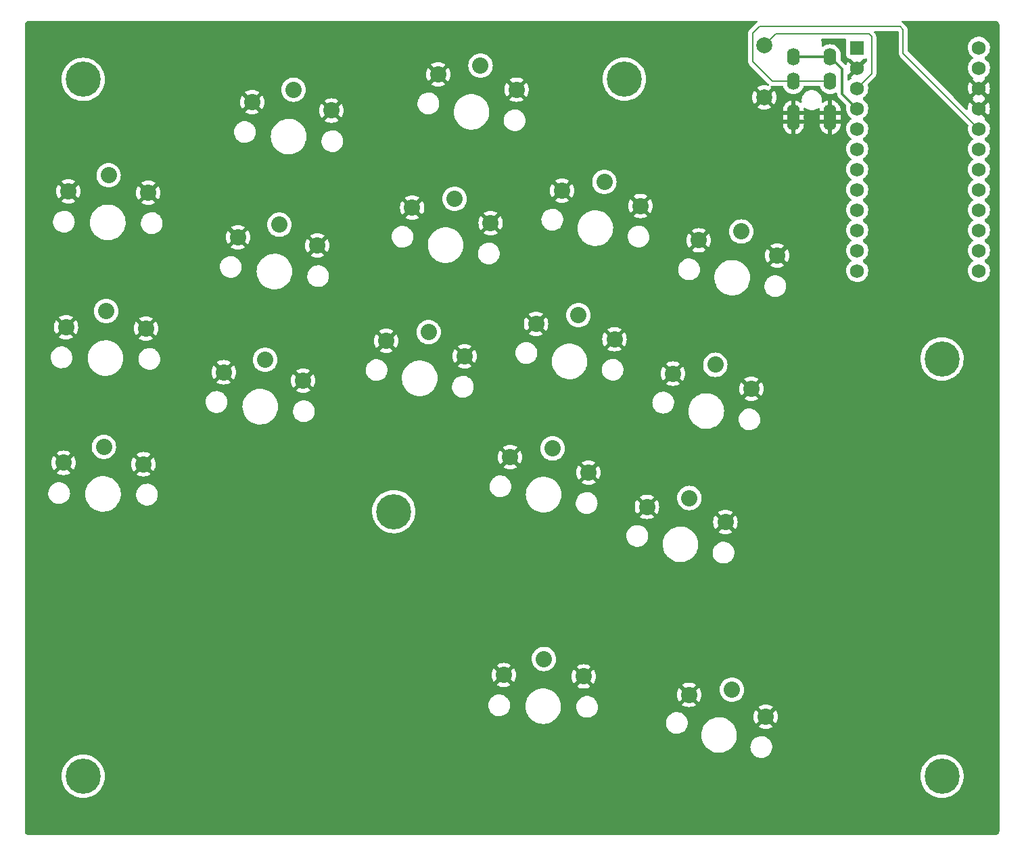
<source format=gtl>
%TF.GenerationSoftware,KiCad,Pcbnew,(6.0.2)*%
%TF.CreationDate,2022-04-07T21:26:13-05:00*%
%TF.ProjectId,toast-v1,746f6173-742d-4763-912e-6b696361645f,v1.0.0*%
%TF.SameCoordinates,Original*%
%TF.FileFunction,Copper,L1,Top*%
%TF.FilePolarity,Positive*%
%FSLAX46Y46*%
G04 Gerber Fmt 4.6, Leading zero omitted, Abs format (unit mm)*
G04 Created by KiCad (PCBNEW (6.0.2)) date 2022-04-07 21:26:13*
%MOMM*%
%LPD*%
G01*
G04 APERTURE LIST*
%TA.AperFunction,ComponentPad*%
%ADD10C,2.032000*%
%TD*%
%TA.AperFunction,ComponentPad*%
%ADD11C,0.700000*%
%TD*%
%TA.AperFunction,ComponentPad*%
%ADD12C,4.400000*%
%TD*%
%TA.AperFunction,ComponentPad*%
%ADD13C,2.000000*%
%TD*%
%TA.AperFunction,ComponentPad*%
%ADD14O,1.600000X2.200000*%
%TD*%
%TA.AperFunction,ComponentPad*%
%ADD15R,1.752600X1.752600*%
%TD*%
%TA.AperFunction,ComponentPad*%
%ADD16C,1.752600*%
%TD*%
%TA.AperFunction,Conductor*%
%ADD17C,0.130000*%
%TD*%
%TA.AperFunction,Conductor*%
%ADD18C,0.300000*%
%TD*%
G04 APERTURE END LIST*
D10*
X228531474Y-187894213D03*
X238144091Y-190650586D03*
X233916621Y-187253750D03*
X160249109Y-159020952D03*
X150250632Y-158846428D03*
X155286520Y-156834010D03*
X190636325Y-143587057D03*
X200452597Y-145495147D03*
X195945160Y-142479685D03*
X150844014Y-124851607D03*
X160842491Y-125026131D03*
X155879902Y-122839189D03*
D11*
X152700259Y-199736733D03*
X153866985Y-199253459D03*
X153866985Y-196920007D03*
X151533533Y-196920007D03*
X151050259Y-198086733D03*
X151533533Y-199253459D03*
D12*
X152700259Y-198086733D03*
D11*
X152700259Y-196436733D03*
X154350259Y-198086733D03*
D10*
X226515529Y-147674903D03*
X236331801Y-149582993D03*
X231824364Y-146567531D03*
X173837463Y-113690616D03*
X183782682Y-114735901D03*
X179029582Y-112124763D03*
D11*
X219516384Y-109436802D03*
X220124217Y-112424399D03*
X221806964Y-109882046D03*
X221361720Y-112172626D03*
X219071140Y-111727382D03*
X222058737Y-111119549D03*
X220753887Y-109185029D03*
D12*
X220439052Y-110804714D03*
D11*
X218819367Y-110489879D03*
D10*
X197123831Y-110211732D03*
X206940103Y-112119822D03*
X202432666Y-109104360D03*
X160545800Y-142023542D03*
X150547323Y-141849018D03*
X155583211Y-139836600D03*
D11*
X153866985Y-112003459D03*
D12*
X152700259Y-110836733D03*
D11*
X152700259Y-112486733D03*
X153866985Y-109670007D03*
X151050259Y-110836733D03*
X151533533Y-109670007D03*
X151533533Y-112003459D03*
X154350259Y-110836733D03*
X152700259Y-109186733D03*
D10*
X205340358Y-185420623D03*
X215338835Y-185595147D03*
X210376246Y-183408205D03*
D11*
X261366985Y-196920007D03*
X258550259Y-198086733D03*
X260200259Y-196436733D03*
X261366985Y-199253459D03*
X259033533Y-199253459D03*
X259033533Y-196920007D03*
X260200259Y-199736733D03*
D12*
X260200259Y-198086733D03*
D11*
X261850259Y-198086733D03*
D10*
X222446891Y-126679492D03*
X212630619Y-124771402D03*
X217939454Y-123664030D03*
X229759282Y-130987241D03*
X239575554Y-132895331D03*
X235068117Y-129879869D03*
D13*
X237950259Y-113086733D03*
X237950259Y-106586733D03*
D10*
X193880078Y-126899394D03*
X203696350Y-128807484D03*
X199188913Y-125792022D03*
D11*
X192498302Y-166326859D03*
X191890469Y-163339262D03*
X189955949Y-164644112D03*
X190652966Y-163591035D03*
X191260799Y-166578632D03*
D12*
X191575634Y-164958947D03*
D11*
X192943546Y-164036279D03*
X190207722Y-165881615D03*
X193195319Y-165273782D03*
D10*
X170283495Y-147504360D03*
X180228714Y-148549645D03*
X175475614Y-145938507D03*
D14*
X246200259Y-116136733D03*
X241600259Y-116136733D03*
X241600259Y-115036733D03*
X246200259Y-115036733D03*
X246200259Y-111036733D03*
X241600259Y-111036733D03*
X241600259Y-108036733D03*
X246200259Y-108036733D03*
D10*
X233088049Y-166270656D03*
X223271777Y-164362566D03*
X228580612Y-163255194D03*
X215959385Y-160054816D03*
X206143113Y-158146726D03*
X211451948Y-157039354D03*
D12*
X260200259Y-145836733D03*
D11*
X261850259Y-145836733D03*
X261366985Y-147003459D03*
X259033533Y-144670007D03*
X259033533Y-147003459D03*
X260200259Y-147486733D03*
X258550259Y-145836733D03*
X261366985Y-144670007D03*
X260200259Y-144186733D03*
D15*
X249580259Y-106866733D03*
D16*
X249580259Y-109406733D03*
X249580259Y-111946733D03*
X249580259Y-114486733D03*
X249580259Y-117026733D03*
X249580259Y-119566733D03*
X249580259Y-122106733D03*
X249580259Y-124646733D03*
X249580259Y-127186733D03*
X249580259Y-129726733D03*
X249580259Y-132266733D03*
X249580259Y-134806733D03*
X264820259Y-106866733D03*
X264820259Y-109406733D03*
X264820259Y-111946733D03*
X264820259Y-114486733D03*
X264820259Y-117026733D03*
X264820259Y-119566733D03*
X264820259Y-122106733D03*
X264820259Y-124646733D03*
X264820259Y-127186733D03*
X264820259Y-129726733D03*
X264820259Y-132266733D03*
X264820259Y-134806733D03*
D10*
X182005698Y-131642773D03*
X172060479Y-130597488D03*
X177252598Y-129031635D03*
X209386866Y-141459064D03*
X219203138Y-143367154D03*
X214695701Y-140351692D03*
D17*
X251400000Y-110126992D02*
X251400000Y-105500000D01*
X251400000Y-105500000D02*
X251043496Y-105143496D01*
X239393496Y-105143496D02*
X237950259Y-106586733D01*
X249580259Y-111946733D02*
X251400000Y-110126992D01*
X251043496Y-105143496D02*
X239393496Y-105143496D01*
D18*
X247725000Y-112631474D02*
X247725000Y-109561474D01*
X247725000Y-109561474D02*
X246200259Y-108036733D01*
X241600259Y-108036733D02*
X246200259Y-108036733D01*
X249580259Y-114486733D02*
X247725000Y-112631474D01*
D17*
X238936733Y-111036733D02*
X241600259Y-111036733D01*
X236475000Y-108575000D02*
X238936733Y-111036733D01*
X236475000Y-105075000D02*
X236475000Y-108575000D01*
X264820259Y-117026733D02*
X255350000Y-107556474D01*
X241600259Y-111036733D02*
X246200259Y-111036733D01*
X255350000Y-107556474D02*
X255350000Y-104625000D01*
X237325000Y-104225000D02*
X236475000Y-105075000D01*
X255350000Y-104625000D02*
X254950000Y-104225000D01*
X254950000Y-104225000D02*
X237325000Y-104225000D01*
%TA.AperFunction,Conductor*%
G36*
X237060744Y-103499543D02*
G01*
X237107237Y-103553199D01*
X237117341Y-103623473D01*
X237087847Y-103688053D01*
X237049817Y-103715477D01*
X237050557Y-103716759D01*
X237043406Y-103720887D01*
X237035776Y-103724048D01*
X237029225Y-103729075D01*
X236946056Y-103792892D01*
X236946040Y-103792905D01*
X236915975Y-103815975D01*
X236910949Y-103822525D01*
X236910948Y-103822526D01*
X236897921Y-103839503D01*
X236887055Y-103851893D01*
X236101894Y-104637055D01*
X236089502Y-104647922D01*
X236065975Y-104665975D01*
X236019953Y-104725952D01*
X235974048Y-104785776D01*
X235916261Y-104925286D01*
X235915183Y-104933474D01*
X235912838Y-104951283D01*
X235896551Y-105075000D01*
X235897629Y-105083189D01*
X235900422Y-105104405D01*
X235901500Y-105120850D01*
X235901500Y-108529150D01*
X235900422Y-108545596D01*
X235896551Y-108575000D01*
X235897629Y-108583188D01*
X235901500Y-108612592D01*
X235913199Y-108701452D01*
X235916261Y-108724714D01*
X235974048Y-108864224D01*
X236018565Y-108922240D01*
X236060946Y-108977472D01*
X236060949Y-108977475D01*
X236065975Y-108984025D01*
X236072530Y-108989055D01*
X236089510Y-109002085D01*
X236101901Y-109012952D01*
X238498785Y-111409836D01*
X238509645Y-111422218D01*
X238526275Y-111443890D01*
X238551874Y-111510109D01*
X238537609Y-111579657D01*
X238488008Y-111630453D01*
X238418818Y-111646369D01*
X238396897Y-111643111D01*
X238191705Y-111593848D01*
X238181958Y-111592305D01*
X237955189Y-111574458D01*
X237945329Y-111574458D01*
X237718560Y-111592305D01*
X237708813Y-111593848D01*
X237487632Y-111646950D01*
X237478247Y-111649999D01*
X237268096Y-111737046D01*
X237259301Y-111741528D01*
X237091814Y-111844165D01*
X237082352Y-111854623D01*
X237086135Y-111863399D01*
X237937447Y-112714711D01*
X237951391Y-112722325D01*
X237953224Y-112722194D01*
X237959839Y-112717943D01*
X238811339Y-111866443D01*
X238818099Y-111854063D01*
X238812374Y-111846415D01*
X238803193Y-111840789D01*
X238755562Y-111788141D01*
X238743955Y-111718100D01*
X238772058Y-111652902D01*
X238830948Y-111613248D01*
X238885473Y-111608434D01*
X238928543Y-111614104D01*
X238928545Y-111614104D01*
X238936733Y-111615182D01*
X238944921Y-111614104D01*
X238966137Y-111611311D01*
X238982583Y-111610233D01*
X240222201Y-111610233D01*
X240290322Y-111630235D01*
X240336815Y-111683891D01*
X240343908Y-111703621D01*
X240365975Y-111785976D01*
X240402078Y-111863399D01*
X240460410Y-111988495D01*
X240460413Y-111988500D01*
X240462736Y-111993482D01*
X240512907Y-112065133D01*
X240580938Y-112162291D01*
X240594061Y-112181033D01*
X240755959Y-112342931D01*
X240760467Y-112346088D01*
X240760470Y-112346090D01*
X240786027Y-112363985D01*
X240943510Y-112474256D01*
X240948492Y-112476579D01*
X240948497Y-112476582D01*
X241126656Y-112559658D01*
X241151016Y-112571017D01*
X241156324Y-112572439D01*
X241156326Y-112572440D01*
X241366857Y-112628852D01*
X241366859Y-112628852D01*
X241372172Y-112630276D01*
X241600259Y-112650231D01*
X241828346Y-112630276D01*
X241833659Y-112628852D01*
X241833661Y-112628852D01*
X242044192Y-112572440D01*
X242044194Y-112572439D01*
X242049502Y-112571017D01*
X242073862Y-112559658D01*
X242252021Y-112476582D01*
X242252026Y-112476579D01*
X242257008Y-112474256D01*
X242414491Y-112363985D01*
X242440048Y-112346090D01*
X242440051Y-112346088D01*
X242444559Y-112342931D01*
X242606457Y-112181033D01*
X242619581Y-112162291D01*
X242687611Y-112065133D01*
X242737782Y-111993482D01*
X242740105Y-111988500D01*
X242740108Y-111988495D01*
X242798440Y-111863399D01*
X242834543Y-111785976D01*
X242856610Y-111703622D01*
X242893562Y-111642999D01*
X242957422Y-111611978D01*
X242978317Y-111610233D01*
X244822201Y-111610233D01*
X244890322Y-111630235D01*
X244936815Y-111683891D01*
X244943908Y-111703621D01*
X244965975Y-111785976D01*
X245002078Y-111863399D01*
X245060410Y-111988495D01*
X245060413Y-111988500D01*
X245062736Y-111993482D01*
X245112907Y-112065133D01*
X245180938Y-112162291D01*
X245194061Y-112181033D01*
X245355959Y-112342931D01*
X245360467Y-112346088D01*
X245360470Y-112346090D01*
X245386027Y-112363985D01*
X245543510Y-112474256D01*
X245548492Y-112476579D01*
X245548497Y-112476582D01*
X245726656Y-112559658D01*
X245751016Y-112571017D01*
X245756324Y-112572439D01*
X245756326Y-112572440D01*
X245966857Y-112628852D01*
X245966859Y-112628852D01*
X245972172Y-112630276D01*
X246200259Y-112650231D01*
X246428346Y-112630276D01*
X246433659Y-112628852D01*
X246433661Y-112628852D01*
X246644192Y-112572440D01*
X246644194Y-112572439D01*
X246649502Y-112571017D01*
X246673862Y-112559658D01*
X246852021Y-112476582D01*
X246852026Y-112476579D01*
X246857008Y-112474256D01*
X246866184Y-112467831D01*
X246933458Y-112445142D01*
X247002318Y-112462426D01*
X247050903Y-112514195D01*
X247061288Y-112569103D01*
X247064212Y-112569011D01*
X247066438Y-112639843D01*
X247066500Y-112643801D01*
X247066500Y-112672906D01*
X247067056Y-112677306D01*
X247067988Y-112689138D01*
X247069438Y-112735305D01*
X247075225Y-112755221D01*
X247075419Y-112755890D01*
X247079430Y-112775256D01*
X247082118Y-112796538D01*
X247085034Y-112803903D01*
X247085035Y-112803907D01*
X247099126Y-112839495D01*
X247102965Y-112850705D01*
X247115855Y-112895074D01*
X247126775Y-112913539D01*
X247135466Y-112931279D01*
X247143365Y-112951230D01*
X247158768Y-112972430D01*
X247170516Y-112988600D01*
X247177033Y-112998522D01*
X247196507Y-113031451D01*
X247196510Y-113031455D01*
X247200547Y-113038281D01*
X247215711Y-113053445D01*
X247228551Y-113068478D01*
X247241159Y-113085831D01*
X247273827Y-113112856D01*
X247276752Y-113115276D01*
X247285532Y-113123266D01*
X248200992Y-114038726D01*
X248235018Y-114101038D01*
X248233314Y-114161494D01*
X248216706Y-114221378D01*
X248216704Y-114221390D01*
X248215326Y-114226358D01*
X248191128Y-114452783D01*
X248191425Y-114457935D01*
X248191425Y-114457939D01*
X248195255Y-114524355D01*
X248204236Y-114680120D01*
X248205371Y-114685157D01*
X248205372Y-114685163D01*
X248242362Y-114849301D01*
X248254298Y-114902264D01*
X248256242Y-114907050D01*
X248256243Y-114907055D01*
X248329242Y-115086828D01*
X248339970Y-115113248D01*
X248458951Y-115307407D01*
X248608045Y-115479526D01*
X248703264Y-115558578D01*
X248767202Y-115611660D01*
X248783248Y-115624982D01*
X248787699Y-115627583D01*
X248787709Y-115627590D01*
X248820525Y-115646766D01*
X248869248Y-115698405D01*
X248882318Y-115768188D01*
X248855585Y-115833960D01*
X248832612Y-115856308D01*
X248657703Y-115987633D01*
X248621749Y-116025257D01*
X248518907Y-116132875D01*
X248500379Y-116152263D01*
X248497465Y-116156535D01*
X248497464Y-116156536D01*
X248450465Y-116225434D01*
X248372056Y-116340378D01*
X248276180Y-116546925D01*
X248215326Y-116766358D01*
X248191128Y-116992783D01*
X248191425Y-116997935D01*
X248191425Y-116997939D01*
X248194196Y-117045993D01*
X248204236Y-117220120D01*
X248205371Y-117225157D01*
X248205372Y-117225163D01*
X248253160Y-117437215D01*
X248254298Y-117442264D01*
X248256242Y-117447050D01*
X248256243Y-117447055D01*
X248337642Y-117647516D01*
X248339970Y-117653248D01*
X248458951Y-117847407D01*
X248608045Y-118019526D01*
X248783248Y-118164982D01*
X248787699Y-118167583D01*
X248787709Y-118167590D01*
X248820525Y-118186766D01*
X248869248Y-118238405D01*
X248882318Y-118308188D01*
X248855585Y-118373960D01*
X248832612Y-118396308D01*
X248657703Y-118527633D01*
X248500379Y-118692263D01*
X248497465Y-118696535D01*
X248497464Y-118696536D01*
X248470752Y-118735694D01*
X248372056Y-118880378D01*
X248276180Y-119086925D01*
X248215326Y-119306358D01*
X248191128Y-119532783D01*
X248191425Y-119537935D01*
X248191425Y-119537939D01*
X248195783Y-119613514D01*
X248204236Y-119760120D01*
X248205371Y-119765157D01*
X248205372Y-119765163D01*
X248253160Y-119977215D01*
X248254298Y-119982264D01*
X248256242Y-119987050D01*
X248256243Y-119987055D01*
X248328036Y-120163858D01*
X248339970Y-120193248D01*
X248458951Y-120387407D01*
X248608045Y-120559526D01*
X248783248Y-120704982D01*
X248787699Y-120707583D01*
X248787709Y-120707590D01*
X248820525Y-120726766D01*
X248869248Y-120778405D01*
X248882318Y-120848188D01*
X248855585Y-120913960D01*
X248832612Y-120936308D01*
X248657703Y-121067633D01*
X248500379Y-121232263D01*
X248497465Y-121236535D01*
X248497464Y-121236536D01*
X248447368Y-121309975D01*
X248372056Y-121420378D01*
X248276180Y-121626925D01*
X248215326Y-121846358D01*
X248191128Y-122072783D01*
X248191425Y-122077935D01*
X248191425Y-122077939D01*
X248194705Y-122134816D01*
X248204236Y-122300120D01*
X248205371Y-122305157D01*
X248205372Y-122305163D01*
X248232800Y-122426870D01*
X248254298Y-122522264D01*
X248256242Y-122527050D01*
X248256243Y-122527055D01*
X248338026Y-122728461D01*
X248339970Y-122733248D01*
X248458951Y-122927407D01*
X248608045Y-123099526D01*
X248783248Y-123244982D01*
X248787699Y-123247583D01*
X248787709Y-123247590D01*
X248820525Y-123266766D01*
X248869248Y-123318405D01*
X248882318Y-123388188D01*
X248855585Y-123453960D01*
X248832612Y-123476308D01*
X248657703Y-123607633D01*
X248500379Y-123772263D01*
X248497465Y-123776535D01*
X248497464Y-123776536D01*
X248426187Y-123881025D01*
X248372056Y-123960378D01*
X248276180Y-124166925D01*
X248215326Y-124386358D01*
X248191128Y-124612783D01*
X248191425Y-124617935D01*
X248191425Y-124617939D01*
X248193511Y-124654109D01*
X248204236Y-124840120D01*
X248205371Y-124845157D01*
X248205372Y-124845163D01*
X248218582Y-124903779D01*
X248254298Y-125062264D01*
X248256242Y-125067050D01*
X248256243Y-125067055D01*
X248338026Y-125268461D01*
X248339970Y-125273248D01*
X248458951Y-125467407D01*
X248608045Y-125639526D01*
X248783248Y-125784982D01*
X248787699Y-125787583D01*
X248787709Y-125787590D01*
X248820525Y-125806766D01*
X248869248Y-125858405D01*
X248882318Y-125928188D01*
X248855585Y-125993960D01*
X248832612Y-126016308D01*
X248657703Y-126147633D01*
X248500379Y-126312263D01*
X248497465Y-126316535D01*
X248497464Y-126316536D01*
X248467580Y-126360344D01*
X248372056Y-126500378D01*
X248276180Y-126706925D01*
X248274798Y-126711907D01*
X248274798Y-126711908D01*
X248258381Y-126771105D01*
X248215326Y-126926358D01*
X248191128Y-127152783D01*
X248191425Y-127157935D01*
X248191425Y-127157939D01*
X248194536Y-127211888D01*
X248204236Y-127380120D01*
X248205371Y-127385157D01*
X248205372Y-127385163D01*
X248248394Y-127576066D01*
X248254298Y-127602264D01*
X248256242Y-127607050D01*
X248256243Y-127607055D01*
X248331296Y-127791886D01*
X248339970Y-127813248D01*
X248458951Y-128007407D01*
X248608045Y-128179526D01*
X248734846Y-128284798D01*
X248778440Y-128320990D01*
X248783248Y-128324982D01*
X248787699Y-128327583D01*
X248787709Y-128327590D01*
X248820525Y-128346766D01*
X248869248Y-128398405D01*
X248882318Y-128468188D01*
X248855585Y-128533960D01*
X248832612Y-128556308D01*
X248657703Y-128687633D01*
X248639606Y-128706570D01*
X248537147Y-128813788D01*
X248500379Y-128852263D01*
X248497465Y-128856535D01*
X248497464Y-128856536D01*
X248468807Y-128898546D01*
X248372056Y-129040378D01*
X248276180Y-129246925D01*
X248274798Y-129251907D01*
X248274798Y-129251908D01*
X248258470Y-129310786D01*
X248215326Y-129466358D01*
X248191128Y-129692783D01*
X248191425Y-129697935D01*
X248191425Y-129697939D01*
X248195193Y-129763286D01*
X248204236Y-129920120D01*
X248205371Y-129925157D01*
X248205372Y-129925163D01*
X248249838Y-130122473D01*
X248254298Y-130142264D01*
X248256242Y-130147050D01*
X248256243Y-130147055D01*
X248338025Y-130348459D01*
X248339970Y-130353248D01*
X248421323Y-130486004D01*
X248441945Y-130519655D01*
X248458951Y-130547407D01*
X248608045Y-130719526D01*
X248783248Y-130864982D01*
X248787699Y-130867583D01*
X248787709Y-130867590D01*
X248820525Y-130886766D01*
X248869248Y-130938405D01*
X248882318Y-131008188D01*
X248855585Y-131073960D01*
X248832612Y-131096308D01*
X248657703Y-131227633D01*
X248622425Y-131264549D01*
X248512901Y-131379160D01*
X248500379Y-131392263D01*
X248497465Y-131396535D01*
X248497464Y-131396536D01*
X248447211Y-131470204D01*
X248372056Y-131580378D01*
X248276180Y-131786925D01*
X248274798Y-131791907D01*
X248274798Y-131791908D01*
X248258219Y-131851691D01*
X248215326Y-132006358D01*
X248191128Y-132232783D01*
X248191425Y-132237935D01*
X248191425Y-132237939D01*
X248196242Y-132321473D01*
X248204236Y-132460120D01*
X248205371Y-132465157D01*
X248205372Y-132465163D01*
X248252988Y-132676453D01*
X248254298Y-132682264D01*
X248256242Y-132687050D01*
X248256243Y-132687055D01*
X248335613Y-132882519D01*
X248339970Y-132893248D01*
X248458951Y-133087407D01*
X248608045Y-133259526D01*
X248717441Y-133350348D01*
X248774105Y-133397391D01*
X248783248Y-133404982D01*
X248787699Y-133407583D01*
X248787709Y-133407590D01*
X248820525Y-133426766D01*
X248869248Y-133478405D01*
X248882318Y-133548188D01*
X248855585Y-133613960D01*
X248832612Y-133636308D01*
X248657703Y-133767633D01*
X248500379Y-133932263D01*
X248497465Y-133936535D01*
X248497464Y-133936536D01*
X248468953Y-133978332D01*
X248372056Y-134120378D01*
X248276180Y-134326925D01*
X248274798Y-134331907D01*
X248274798Y-134331908D01*
X248269676Y-134350378D01*
X248215326Y-134546358D01*
X248191128Y-134772783D01*
X248191425Y-134777935D01*
X248191425Y-134777939D01*
X248194871Y-134837695D01*
X248204236Y-135000120D01*
X248205371Y-135005157D01*
X248205372Y-135005163D01*
X248253160Y-135217215D01*
X248254298Y-135222264D01*
X248256242Y-135227050D01*
X248256243Y-135227055D01*
X248337552Y-135427293D01*
X248339970Y-135433248D01*
X248458951Y-135627407D01*
X248608045Y-135799526D01*
X248783248Y-135944982D01*
X248787700Y-135947584D01*
X248787705Y-135947587D01*
X248898479Y-136012318D01*
X248979856Y-136059871D01*
X249192588Y-136141105D01*
X249197654Y-136142136D01*
X249197655Y-136142136D01*
X249249889Y-136152763D01*
X249415731Y-136186504D01*
X249543547Y-136191191D01*
X249638129Y-136194660D01*
X249638134Y-136194660D01*
X249643293Y-136194849D01*
X249648413Y-136194193D01*
X249648415Y-136194193D01*
X249720603Y-136184945D01*
X249869162Y-136165914D01*
X249874111Y-136164429D01*
X249874117Y-136164428D01*
X250041214Y-136114296D01*
X250087272Y-136100478D01*
X250137479Y-136075882D01*
X250275722Y-136008157D01*
X250291766Y-136000297D01*
X250295970Y-135997299D01*
X250295974Y-135997296D01*
X250376049Y-135940179D01*
X250477152Y-135868063D01*
X250638452Y-135707325D01*
X250652155Y-135688256D01*
X250768314Y-135526602D01*
X250771332Y-135522402D01*
X250791091Y-135482424D01*
X250869932Y-135322901D01*
X250869933Y-135322899D01*
X250872226Y-135318259D01*
X250929361Y-135130205D01*
X250936921Y-135105323D01*
X250936921Y-135105322D01*
X250938423Y-135100379D01*
X250946558Y-135038591D01*
X250967709Y-134877934D01*
X250967710Y-134877927D01*
X250968146Y-134874612D01*
X250968581Y-134856825D01*
X250969723Y-134810098D01*
X250969723Y-134810093D01*
X250969805Y-134806733D01*
X250960337Y-134691573D01*
X250951570Y-134584935D01*
X250951569Y-134584929D01*
X250951146Y-134579784D01*
X250907994Y-134407985D01*
X250896931Y-134363941D01*
X250896930Y-134363937D01*
X250895672Y-134358930D01*
X250893197Y-134353237D01*
X250806931Y-134154839D01*
X250806929Y-134154836D01*
X250804871Y-134150102D01*
X250714776Y-134010837D01*
X250683990Y-133963248D01*
X250683988Y-133963245D01*
X250681182Y-133958908D01*
X250527927Y-133790483D01*
X250349222Y-133649351D01*
X250342594Y-133645692D01*
X250341910Y-133645002D01*
X250340390Y-133643992D01*
X250340598Y-133643678D01*
X250292622Y-133595266D01*
X250277844Y-133525824D01*
X250302955Y-133459417D01*
X250330313Y-133432802D01*
X250472948Y-133331062D01*
X250472950Y-133331060D01*
X250477152Y-133328063D01*
X250638452Y-133167325D01*
X250648708Y-133153053D01*
X250768314Y-132986602D01*
X250771332Y-132982402D01*
X250801805Y-132920746D01*
X250869932Y-132782901D01*
X250869933Y-132782899D01*
X250872226Y-132778259D01*
X250938423Y-132560379D01*
X250942878Y-132526541D01*
X250967709Y-132337934D01*
X250967710Y-132337927D01*
X250968146Y-132334612D01*
X250969805Y-132266733D01*
X250958143Y-132124886D01*
X250951570Y-132044935D01*
X250951569Y-132044929D01*
X250951146Y-132039784D01*
X250914364Y-131893348D01*
X250896931Y-131823941D01*
X250896930Y-131823937D01*
X250895672Y-131818930D01*
X250893613Y-131814194D01*
X250806931Y-131614839D01*
X250806929Y-131614836D01*
X250804871Y-131610102D01*
X250720147Y-131479138D01*
X250683990Y-131423248D01*
X250683988Y-131423245D01*
X250681182Y-131418908D01*
X250527927Y-131250483D01*
X250349222Y-131109351D01*
X250342594Y-131105692D01*
X250341910Y-131105002D01*
X250340390Y-131103992D01*
X250340598Y-131103678D01*
X250292622Y-131055266D01*
X250277844Y-130985824D01*
X250302955Y-130919417D01*
X250330313Y-130892802D01*
X250472948Y-130791062D01*
X250472950Y-130791060D01*
X250477152Y-130788063D01*
X250638452Y-130627325D01*
X250657762Y-130600453D01*
X250768314Y-130446602D01*
X250771332Y-130442402D01*
X250774731Y-130435526D01*
X250869932Y-130242901D01*
X250869933Y-130242899D01*
X250872226Y-130238259D01*
X250928880Y-130051790D01*
X250936921Y-130025323D01*
X250936921Y-130025322D01*
X250938423Y-130020379D01*
X250941515Y-129996894D01*
X250967709Y-129797934D01*
X250967710Y-129797927D01*
X250968146Y-129794612D01*
X250968751Y-129769853D01*
X250969723Y-129730098D01*
X250969723Y-129730093D01*
X250969805Y-129726733D01*
X250959472Y-129601057D01*
X250951570Y-129504935D01*
X250951569Y-129504929D01*
X250951146Y-129499784D01*
X250917205Y-129364656D01*
X250896931Y-129283941D01*
X250896930Y-129283937D01*
X250895672Y-129278930D01*
X250892162Y-129270857D01*
X250806931Y-129074839D01*
X250806929Y-129074836D01*
X250804871Y-129070102D01*
X250703009Y-128912647D01*
X250683990Y-128883248D01*
X250683988Y-128883245D01*
X250681182Y-128878908D01*
X250527927Y-128710483D01*
X250349222Y-128569351D01*
X250342594Y-128565692D01*
X250341910Y-128565002D01*
X250340390Y-128563992D01*
X250340598Y-128563678D01*
X250292622Y-128515266D01*
X250277844Y-128445824D01*
X250302955Y-128379417D01*
X250330313Y-128352802D01*
X250472948Y-128251062D01*
X250472950Y-128251060D01*
X250477152Y-128248063D01*
X250638452Y-128087325D01*
X250664630Y-128050895D01*
X250768314Y-127906602D01*
X250771332Y-127902402D01*
X250794174Y-127856186D01*
X250869932Y-127702901D01*
X250869933Y-127702899D01*
X250872226Y-127698259D01*
X250938423Y-127480379D01*
X250950959Y-127385163D01*
X250967709Y-127257934D01*
X250967710Y-127257927D01*
X250968146Y-127254612D01*
X250968319Y-127247546D01*
X250969723Y-127190098D01*
X250969723Y-127190093D01*
X250969805Y-127186733D01*
X250958422Y-127048282D01*
X250951570Y-126964935D01*
X250951569Y-126964929D01*
X250951146Y-126959784D01*
X250923409Y-126849357D01*
X250896931Y-126743941D01*
X250896930Y-126743937D01*
X250895672Y-126738930D01*
X250893613Y-126734194D01*
X250806931Y-126534839D01*
X250806929Y-126534836D01*
X250804871Y-126530102D01*
X250681182Y-126338908D01*
X250527927Y-126170483D01*
X250349222Y-126029351D01*
X250342594Y-126025692D01*
X250341910Y-126025002D01*
X250340390Y-126023992D01*
X250340598Y-126023678D01*
X250292622Y-125975266D01*
X250277844Y-125905824D01*
X250302955Y-125839417D01*
X250330313Y-125812802D01*
X250472948Y-125711062D01*
X250472950Y-125711060D01*
X250477152Y-125708063D01*
X250638452Y-125547325D01*
X250771332Y-125362402D01*
X250792688Y-125319193D01*
X250869932Y-125162901D01*
X250869933Y-125162899D01*
X250872226Y-125158259D01*
X250938423Y-124940379D01*
X250943242Y-124903779D01*
X250967709Y-124717934D01*
X250967710Y-124717927D01*
X250968146Y-124714612D01*
X250969805Y-124646733D01*
X250956678Y-124487068D01*
X250951570Y-124424935D01*
X250951569Y-124424929D01*
X250951146Y-124419784D01*
X250895672Y-124198930D01*
X250893613Y-124194194D01*
X250806931Y-123994839D01*
X250806929Y-123994836D01*
X250804871Y-123990102D01*
X250681182Y-123798908D01*
X250527927Y-123630483D01*
X250349222Y-123489351D01*
X250342594Y-123485692D01*
X250341910Y-123485002D01*
X250340390Y-123483992D01*
X250340598Y-123483678D01*
X250292622Y-123435266D01*
X250277844Y-123365824D01*
X250302955Y-123299417D01*
X250330313Y-123272802D01*
X250472948Y-123171062D01*
X250472950Y-123171060D01*
X250477152Y-123168063D01*
X250638452Y-123007325D01*
X250668465Y-122965558D01*
X250768314Y-122826602D01*
X250771332Y-122822402D01*
X250797525Y-122769406D01*
X250869932Y-122622901D01*
X250869933Y-122622899D01*
X250872226Y-122618259D01*
X250938423Y-122400379D01*
X250942232Y-122371448D01*
X250967709Y-122177934D01*
X250967710Y-122177927D01*
X250968146Y-122174612D01*
X250968630Y-122154798D01*
X250969723Y-122110098D01*
X250969723Y-122110093D01*
X250969805Y-122106733D01*
X250955815Y-121936572D01*
X250951570Y-121884935D01*
X250951569Y-121884929D01*
X250951146Y-121879784D01*
X250895672Y-121658930D01*
X250893613Y-121654194D01*
X250806931Y-121454839D01*
X250806929Y-121454836D01*
X250804871Y-121450102D01*
X250681182Y-121258908D01*
X250527927Y-121090483D01*
X250349222Y-120949351D01*
X250342594Y-120945692D01*
X250341910Y-120945002D01*
X250340390Y-120943992D01*
X250340598Y-120943678D01*
X250292622Y-120895266D01*
X250277844Y-120825824D01*
X250302955Y-120759417D01*
X250330313Y-120732802D01*
X250472948Y-120631062D01*
X250472950Y-120631060D01*
X250477152Y-120628063D01*
X250638452Y-120467325D01*
X250771332Y-120282402D01*
X250804458Y-120215378D01*
X250869932Y-120082901D01*
X250869933Y-120082899D01*
X250872226Y-120078259D01*
X250938423Y-119860379D01*
X250945363Y-119807666D01*
X250967709Y-119637934D01*
X250967710Y-119637927D01*
X250968146Y-119634612D01*
X250969805Y-119566733D01*
X250961612Y-119467086D01*
X250951570Y-119344935D01*
X250951569Y-119344929D01*
X250951146Y-119339784D01*
X250908251Y-119169010D01*
X250896931Y-119123941D01*
X250896930Y-119123937D01*
X250895672Y-119118930D01*
X250893613Y-119114194D01*
X250806931Y-118914839D01*
X250806929Y-118914836D01*
X250804871Y-118910102D01*
X250717506Y-118775057D01*
X250683990Y-118723248D01*
X250683988Y-118723245D01*
X250681182Y-118718908D01*
X250527927Y-118550483D01*
X250349222Y-118409351D01*
X250342594Y-118405692D01*
X250341910Y-118405002D01*
X250340390Y-118403992D01*
X250340598Y-118403678D01*
X250292622Y-118355266D01*
X250277844Y-118285824D01*
X250302955Y-118219417D01*
X250330313Y-118192802D01*
X250472948Y-118091062D01*
X250472950Y-118091060D01*
X250477152Y-118088063D01*
X250638452Y-117927325D01*
X250771332Y-117742402D01*
X250783330Y-117718127D01*
X250869932Y-117542901D01*
X250869933Y-117542899D01*
X250872226Y-117538259D01*
X250938423Y-117320379D01*
X250940482Y-117304739D01*
X250967709Y-117097934D01*
X250967710Y-117097927D01*
X250968146Y-117094612D01*
X250968441Y-117082548D01*
X250969723Y-117030098D01*
X250969723Y-117030093D01*
X250969805Y-117026733D01*
X250959549Y-116901993D01*
X250951570Y-116804935D01*
X250951569Y-116804929D01*
X250951146Y-116799784D01*
X250917126Y-116664343D01*
X250896931Y-116583941D01*
X250896930Y-116583937D01*
X250895672Y-116578930D01*
X250883976Y-116552031D01*
X250806931Y-116374839D01*
X250806929Y-116374836D01*
X250804871Y-116370102D01*
X250681182Y-116178908D01*
X250527927Y-116010483D01*
X250349222Y-115869351D01*
X250342594Y-115865692D01*
X250341910Y-115865002D01*
X250340390Y-115863992D01*
X250340598Y-115863678D01*
X250292622Y-115815266D01*
X250277844Y-115745824D01*
X250302955Y-115679417D01*
X250330313Y-115652802D01*
X250472948Y-115551062D01*
X250472950Y-115551060D01*
X250477152Y-115548063D01*
X250638452Y-115387325D01*
X250704645Y-115295208D01*
X250768314Y-115206602D01*
X250771332Y-115202402D01*
X250773753Y-115197505D01*
X250869932Y-115002901D01*
X250869933Y-115002899D01*
X250872226Y-114998259D01*
X250938423Y-114780379D01*
X250942592Y-114748713D01*
X250967709Y-114557934D01*
X250967710Y-114557927D01*
X250968146Y-114554612D01*
X250968229Y-114551235D01*
X250969723Y-114490098D01*
X250969723Y-114490093D01*
X250969805Y-114486733D01*
X250959704Y-114363879D01*
X250951570Y-114264935D01*
X250951569Y-114264929D01*
X250951146Y-114259784D01*
X250916586Y-114122194D01*
X250896931Y-114043941D01*
X250896930Y-114043937D01*
X250895672Y-114038930D01*
X250884002Y-114012091D01*
X250806931Y-113834839D01*
X250806929Y-113834836D01*
X250804871Y-113830102D01*
X250681182Y-113638908D01*
X250527927Y-113470483D01*
X250349222Y-113329351D01*
X250342594Y-113325692D01*
X250341910Y-113325002D01*
X250340390Y-113323992D01*
X250340598Y-113323678D01*
X250292622Y-113275266D01*
X250277844Y-113205824D01*
X250302955Y-113139417D01*
X250330313Y-113112802D01*
X250472948Y-113011062D01*
X250472950Y-113011060D01*
X250477152Y-113008063D01*
X250638452Y-112847325D01*
X250644079Y-112839495D01*
X250768314Y-112666602D01*
X250771332Y-112662402D01*
X250773753Y-112657505D01*
X250869932Y-112462901D01*
X250869933Y-112462899D01*
X250872226Y-112458259D01*
X250938423Y-112240379D01*
X250940498Y-112224620D01*
X250967709Y-112017934D01*
X250967710Y-112017927D01*
X250968146Y-112014612D01*
X250968552Y-111997990D01*
X250969723Y-111950098D01*
X250969723Y-111950093D01*
X250969805Y-111946733D01*
X250954913Y-111765600D01*
X250951570Y-111724935D01*
X250951569Y-111724929D01*
X250951146Y-111719784D01*
X250901719Y-111523004D01*
X250904523Y-111452064D01*
X250934828Y-111403215D01*
X251773103Y-110564940D01*
X251785494Y-110554073D01*
X251809025Y-110536017D01*
X251862061Y-110466900D01*
X251890017Y-110430467D01*
X251895926Y-110422767D01*
X251900952Y-110416217D01*
X251911988Y-110389575D01*
X251955579Y-110284336D01*
X251958739Y-110276707D01*
X251964716Y-110231310D01*
X251965562Y-110224880D01*
X251973500Y-110164584D01*
X251973500Y-110164578D01*
X251977370Y-110135181D01*
X251978448Y-110126992D01*
X251974578Y-110097593D01*
X251973500Y-110081150D01*
X251973500Y-105545850D01*
X251974578Y-105529404D01*
X251977371Y-105508188D01*
X251978449Y-105500000D01*
X251961742Y-105373099D01*
X251959817Y-105358474D01*
X251958739Y-105350286D01*
X251900952Y-105210776D01*
X251832107Y-105121056D01*
X251809025Y-105090975D01*
X251799319Y-105083527D01*
X251785490Y-105072915D01*
X251773099Y-105062048D01*
X251724646Y-105013595D01*
X251690620Y-104951283D01*
X251695685Y-104880468D01*
X251738232Y-104823632D01*
X251804752Y-104798821D01*
X251813741Y-104798500D01*
X254650500Y-104798500D01*
X254718621Y-104818502D01*
X254765114Y-104872158D01*
X254776500Y-104924500D01*
X254776500Y-107510624D01*
X254775422Y-107527070D01*
X254771551Y-107556474D01*
X254776500Y-107594066D01*
X254791261Y-107706188D01*
X254849048Y-107845698D01*
X254893491Y-107903617D01*
X254935946Y-107958946D01*
X254935949Y-107958949D01*
X254940975Y-107965499D01*
X254947530Y-107970529D01*
X254964510Y-107983559D01*
X254976901Y-107994426D01*
X263467091Y-116484616D01*
X263501117Y-116546928D01*
X263499414Y-116607381D01*
X263455326Y-116766358D01*
X263431128Y-116992783D01*
X263431425Y-116997935D01*
X263431425Y-116997939D01*
X263434196Y-117045993D01*
X263444236Y-117220120D01*
X263445371Y-117225157D01*
X263445372Y-117225163D01*
X263493160Y-117437215D01*
X263494298Y-117442264D01*
X263496242Y-117447050D01*
X263496243Y-117447055D01*
X263577642Y-117647516D01*
X263579970Y-117653248D01*
X263698951Y-117847407D01*
X263848045Y-118019526D01*
X264023248Y-118164982D01*
X264027699Y-118167583D01*
X264027709Y-118167590D01*
X264060525Y-118186766D01*
X264109248Y-118238405D01*
X264122318Y-118308188D01*
X264095585Y-118373960D01*
X264072612Y-118396308D01*
X263897703Y-118527633D01*
X263740379Y-118692263D01*
X263737465Y-118696535D01*
X263737464Y-118696536D01*
X263710752Y-118735694D01*
X263612056Y-118880378D01*
X263516180Y-119086925D01*
X263455326Y-119306358D01*
X263431128Y-119532783D01*
X263431425Y-119537935D01*
X263431425Y-119537939D01*
X263435783Y-119613514D01*
X263444236Y-119760120D01*
X263445371Y-119765157D01*
X263445372Y-119765163D01*
X263493160Y-119977215D01*
X263494298Y-119982264D01*
X263496242Y-119987050D01*
X263496243Y-119987055D01*
X263568036Y-120163858D01*
X263579970Y-120193248D01*
X263698951Y-120387407D01*
X263848045Y-120559526D01*
X264023248Y-120704982D01*
X264027699Y-120707583D01*
X264027709Y-120707590D01*
X264060525Y-120726766D01*
X264109248Y-120778405D01*
X264122318Y-120848188D01*
X264095585Y-120913960D01*
X264072612Y-120936308D01*
X263897703Y-121067633D01*
X263740379Y-121232263D01*
X263737465Y-121236535D01*
X263737464Y-121236536D01*
X263687368Y-121309975D01*
X263612056Y-121420378D01*
X263516180Y-121626925D01*
X263455326Y-121846358D01*
X263431128Y-122072783D01*
X263431425Y-122077935D01*
X263431425Y-122077939D01*
X263434705Y-122134816D01*
X263444236Y-122300120D01*
X263445371Y-122305157D01*
X263445372Y-122305163D01*
X263472800Y-122426870D01*
X263494298Y-122522264D01*
X263496242Y-122527050D01*
X263496243Y-122527055D01*
X263578026Y-122728461D01*
X263579970Y-122733248D01*
X263698951Y-122927407D01*
X263848045Y-123099526D01*
X264023248Y-123244982D01*
X264027699Y-123247583D01*
X264027709Y-123247590D01*
X264060525Y-123266766D01*
X264109248Y-123318405D01*
X264122318Y-123388188D01*
X264095585Y-123453960D01*
X264072612Y-123476308D01*
X263897703Y-123607633D01*
X263740379Y-123772263D01*
X263737465Y-123776535D01*
X263737464Y-123776536D01*
X263666187Y-123881025D01*
X263612056Y-123960378D01*
X263516180Y-124166925D01*
X263455326Y-124386358D01*
X263431128Y-124612783D01*
X263431425Y-124617935D01*
X263431425Y-124617939D01*
X263433511Y-124654109D01*
X263444236Y-124840120D01*
X263445371Y-124845157D01*
X263445372Y-124845163D01*
X263458582Y-124903779D01*
X263494298Y-125062264D01*
X263496242Y-125067050D01*
X263496243Y-125067055D01*
X263578026Y-125268461D01*
X263579970Y-125273248D01*
X263698951Y-125467407D01*
X263848045Y-125639526D01*
X264023248Y-125784982D01*
X264027699Y-125787583D01*
X264027709Y-125787590D01*
X264060525Y-125806766D01*
X264109248Y-125858405D01*
X264122318Y-125928188D01*
X264095585Y-125993960D01*
X264072612Y-126016308D01*
X263897703Y-126147633D01*
X263740379Y-126312263D01*
X263737465Y-126316535D01*
X263737464Y-126316536D01*
X263707580Y-126360344D01*
X263612056Y-126500378D01*
X263516180Y-126706925D01*
X263514798Y-126711907D01*
X263514798Y-126711908D01*
X263498381Y-126771105D01*
X263455326Y-126926358D01*
X263431128Y-127152783D01*
X263431425Y-127157935D01*
X263431425Y-127157939D01*
X263434536Y-127211888D01*
X263444236Y-127380120D01*
X263445371Y-127385157D01*
X263445372Y-127385163D01*
X263488394Y-127576066D01*
X263494298Y-127602264D01*
X263496242Y-127607050D01*
X263496243Y-127607055D01*
X263571296Y-127791886D01*
X263579970Y-127813248D01*
X263698951Y-128007407D01*
X263848045Y-128179526D01*
X263974846Y-128284798D01*
X264018440Y-128320990D01*
X264023248Y-128324982D01*
X264027699Y-128327583D01*
X264027709Y-128327590D01*
X264060525Y-128346766D01*
X264109248Y-128398405D01*
X264122318Y-128468188D01*
X264095585Y-128533960D01*
X264072612Y-128556308D01*
X263897703Y-128687633D01*
X263879606Y-128706570D01*
X263777147Y-128813788D01*
X263740379Y-128852263D01*
X263737465Y-128856535D01*
X263737464Y-128856536D01*
X263708807Y-128898546D01*
X263612056Y-129040378D01*
X263516180Y-129246925D01*
X263514798Y-129251907D01*
X263514798Y-129251908D01*
X263498470Y-129310786D01*
X263455326Y-129466358D01*
X263431128Y-129692783D01*
X263431425Y-129697935D01*
X263431425Y-129697939D01*
X263435193Y-129763286D01*
X263444236Y-129920120D01*
X263445371Y-129925157D01*
X263445372Y-129925163D01*
X263489838Y-130122473D01*
X263494298Y-130142264D01*
X263496242Y-130147050D01*
X263496243Y-130147055D01*
X263578025Y-130348459D01*
X263579970Y-130353248D01*
X263661323Y-130486004D01*
X263681945Y-130519655D01*
X263698951Y-130547407D01*
X263848045Y-130719526D01*
X264023248Y-130864982D01*
X264027699Y-130867583D01*
X264027709Y-130867590D01*
X264060525Y-130886766D01*
X264109248Y-130938405D01*
X264122318Y-131008188D01*
X264095585Y-131073960D01*
X264072612Y-131096308D01*
X263897703Y-131227633D01*
X263862425Y-131264549D01*
X263752901Y-131379160D01*
X263740379Y-131392263D01*
X263737465Y-131396535D01*
X263737464Y-131396536D01*
X263687211Y-131470204D01*
X263612056Y-131580378D01*
X263516180Y-131786925D01*
X263514798Y-131791907D01*
X263514798Y-131791908D01*
X263498219Y-131851691D01*
X263455326Y-132006358D01*
X263431128Y-132232783D01*
X263431425Y-132237935D01*
X263431425Y-132237939D01*
X263436242Y-132321473D01*
X263444236Y-132460120D01*
X263445371Y-132465157D01*
X263445372Y-132465163D01*
X263492988Y-132676453D01*
X263494298Y-132682264D01*
X263496242Y-132687050D01*
X263496243Y-132687055D01*
X263575613Y-132882519D01*
X263579970Y-132893248D01*
X263698951Y-133087407D01*
X263848045Y-133259526D01*
X263957441Y-133350348D01*
X264014105Y-133397391D01*
X264023248Y-133404982D01*
X264027699Y-133407583D01*
X264027709Y-133407590D01*
X264060525Y-133426766D01*
X264109248Y-133478405D01*
X264122318Y-133548188D01*
X264095585Y-133613960D01*
X264072612Y-133636308D01*
X263897703Y-133767633D01*
X263740379Y-133932263D01*
X263737465Y-133936535D01*
X263737464Y-133936536D01*
X263708953Y-133978332D01*
X263612056Y-134120378D01*
X263516180Y-134326925D01*
X263514798Y-134331907D01*
X263514798Y-134331908D01*
X263509676Y-134350378D01*
X263455326Y-134546358D01*
X263431128Y-134772783D01*
X263431425Y-134777935D01*
X263431425Y-134777939D01*
X263434871Y-134837695D01*
X263444236Y-135000120D01*
X263445371Y-135005157D01*
X263445372Y-135005163D01*
X263493160Y-135217215D01*
X263494298Y-135222264D01*
X263496242Y-135227050D01*
X263496243Y-135227055D01*
X263577552Y-135427293D01*
X263579970Y-135433248D01*
X263698951Y-135627407D01*
X263848045Y-135799526D01*
X264023248Y-135944982D01*
X264027700Y-135947584D01*
X264027705Y-135947587D01*
X264138479Y-136012318D01*
X264219856Y-136059871D01*
X264432588Y-136141105D01*
X264437654Y-136142136D01*
X264437655Y-136142136D01*
X264489889Y-136152763D01*
X264655731Y-136186504D01*
X264783547Y-136191191D01*
X264878129Y-136194660D01*
X264878134Y-136194660D01*
X264883293Y-136194849D01*
X264888413Y-136194193D01*
X264888415Y-136194193D01*
X264960603Y-136184945D01*
X265109162Y-136165914D01*
X265114111Y-136164429D01*
X265114117Y-136164428D01*
X265281214Y-136114296D01*
X265327272Y-136100478D01*
X265377479Y-136075882D01*
X265515722Y-136008157D01*
X265531766Y-136000297D01*
X265535970Y-135997299D01*
X265535974Y-135997296D01*
X265616049Y-135940179D01*
X265717152Y-135868063D01*
X265878452Y-135707325D01*
X265892155Y-135688256D01*
X266008314Y-135526602D01*
X266011332Y-135522402D01*
X266031091Y-135482424D01*
X266109932Y-135322901D01*
X266109933Y-135322899D01*
X266112226Y-135318259D01*
X266169361Y-135130205D01*
X266176921Y-135105323D01*
X266176921Y-135105322D01*
X266178423Y-135100379D01*
X266186558Y-135038591D01*
X266207709Y-134877934D01*
X266207710Y-134877927D01*
X266208146Y-134874612D01*
X266208581Y-134856825D01*
X266209723Y-134810098D01*
X266209723Y-134810093D01*
X266209805Y-134806733D01*
X266200337Y-134691573D01*
X266191570Y-134584935D01*
X266191569Y-134584929D01*
X266191146Y-134579784D01*
X266147994Y-134407985D01*
X266136931Y-134363941D01*
X266136930Y-134363937D01*
X266135672Y-134358930D01*
X266133197Y-134353237D01*
X266046931Y-134154839D01*
X266046929Y-134154836D01*
X266044871Y-134150102D01*
X265954776Y-134010837D01*
X265923990Y-133963248D01*
X265923988Y-133963245D01*
X265921182Y-133958908D01*
X265767927Y-133790483D01*
X265589222Y-133649351D01*
X265582594Y-133645692D01*
X265581910Y-133645002D01*
X265580390Y-133643992D01*
X265580598Y-133643678D01*
X265532622Y-133595266D01*
X265517844Y-133525824D01*
X265542955Y-133459417D01*
X265570313Y-133432802D01*
X265712948Y-133331062D01*
X265712950Y-133331060D01*
X265717152Y-133328063D01*
X265878452Y-133167325D01*
X265888708Y-133153053D01*
X266008314Y-132986602D01*
X266011332Y-132982402D01*
X266041805Y-132920746D01*
X266109932Y-132782901D01*
X266109933Y-132782899D01*
X266112226Y-132778259D01*
X266178423Y-132560379D01*
X266182878Y-132526541D01*
X266207709Y-132337934D01*
X266207710Y-132337927D01*
X266208146Y-132334612D01*
X266209805Y-132266733D01*
X266198143Y-132124886D01*
X266191570Y-132044935D01*
X266191569Y-132044929D01*
X266191146Y-132039784D01*
X266154364Y-131893348D01*
X266136931Y-131823941D01*
X266136930Y-131823937D01*
X266135672Y-131818930D01*
X266133613Y-131814194D01*
X266046931Y-131614839D01*
X266046929Y-131614836D01*
X266044871Y-131610102D01*
X265960147Y-131479138D01*
X265923990Y-131423248D01*
X265923988Y-131423245D01*
X265921182Y-131418908D01*
X265767927Y-131250483D01*
X265589222Y-131109351D01*
X265582594Y-131105692D01*
X265581910Y-131105002D01*
X265580390Y-131103992D01*
X265580598Y-131103678D01*
X265532622Y-131055266D01*
X265517844Y-130985824D01*
X265542955Y-130919417D01*
X265570313Y-130892802D01*
X265712948Y-130791062D01*
X265712950Y-130791060D01*
X265717152Y-130788063D01*
X265878452Y-130627325D01*
X265897762Y-130600453D01*
X266008314Y-130446602D01*
X266011332Y-130442402D01*
X266014731Y-130435526D01*
X266109932Y-130242901D01*
X266109933Y-130242899D01*
X266112226Y-130238259D01*
X266168880Y-130051790D01*
X266176921Y-130025323D01*
X266176921Y-130025322D01*
X266178423Y-130020379D01*
X266181515Y-129996894D01*
X266207709Y-129797934D01*
X266207710Y-129797927D01*
X266208146Y-129794612D01*
X266208751Y-129769853D01*
X266209723Y-129730098D01*
X266209723Y-129730093D01*
X266209805Y-129726733D01*
X266199472Y-129601057D01*
X266191570Y-129504935D01*
X266191569Y-129504929D01*
X266191146Y-129499784D01*
X266157205Y-129364656D01*
X266136931Y-129283941D01*
X266136930Y-129283937D01*
X266135672Y-129278930D01*
X266132162Y-129270857D01*
X266046931Y-129074839D01*
X266046929Y-129074836D01*
X266044871Y-129070102D01*
X265943009Y-128912647D01*
X265923990Y-128883248D01*
X265923988Y-128883245D01*
X265921182Y-128878908D01*
X265767927Y-128710483D01*
X265589222Y-128569351D01*
X265582594Y-128565692D01*
X265581910Y-128565002D01*
X265580390Y-128563992D01*
X265580598Y-128563678D01*
X265532622Y-128515266D01*
X265517844Y-128445824D01*
X265542955Y-128379417D01*
X265570313Y-128352802D01*
X265712948Y-128251062D01*
X265712950Y-128251060D01*
X265717152Y-128248063D01*
X265878452Y-128087325D01*
X265904630Y-128050895D01*
X266008314Y-127906602D01*
X266011332Y-127902402D01*
X266034174Y-127856186D01*
X266109932Y-127702901D01*
X266109933Y-127702899D01*
X266112226Y-127698259D01*
X266178423Y-127480379D01*
X266190959Y-127385163D01*
X266207709Y-127257934D01*
X266207710Y-127257927D01*
X266208146Y-127254612D01*
X266208319Y-127247546D01*
X266209723Y-127190098D01*
X266209723Y-127190093D01*
X266209805Y-127186733D01*
X266198422Y-127048282D01*
X266191570Y-126964935D01*
X266191569Y-126964929D01*
X266191146Y-126959784D01*
X266163409Y-126849357D01*
X266136931Y-126743941D01*
X266136930Y-126743937D01*
X266135672Y-126738930D01*
X266133613Y-126734194D01*
X266046931Y-126534839D01*
X266046929Y-126534836D01*
X266044871Y-126530102D01*
X265921182Y-126338908D01*
X265767927Y-126170483D01*
X265589222Y-126029351D01*
X265582594Y-126025692D01*
X265581910Y-126025002D01*
X265580390Y-126023992D01*
X265580598Y-126023678D01*
X265532622Y-125975266D01*
X265517844Y-125905824D01*
X265542955Y-125839417D01*
X265570313Y-125812802D01*
X265712948Y-125711062D01*
X265712950Y-125711060D01*
X265717152Y-125708063D01*
X265878452Y-125547325D01*
X266011332Y-125362402D01*
X266032688Y-125319193D01*
X266109932Y-125162901D01*
X266109933Y-125162899D01*
X266112226Y-125158259D01*
X266178423Y-124940379D01*
X266183242Y-124903779D01*
X266207709Y-124717934D01*
X266207710Y-124717927D01*
X266208146Y-124714612D01*
X266209805Y-124646733D01*
X266196678Y-124487068D01*
X266191570Y-124424935D01*
X266191569Y-124424929D01*
X266191146Y-124419784D01*
X266135672Y-124198930D01*
X266133613Y-124194194D01*
X266046931Y-123994839D01*
X266046929Y-123994836D01*
X266044871Y-123990102D01*
X265921182Y-123798908D01*
X265767927Y-123630483D01*
X265589222Y-123489351D01*
X265582594Y-123485692D01*
X265581910Y-123485002D01*
X265580390Y-123483992D01*
X265580598Y-123483678D01*
X265532622Y-123435266D01*
X265517844Y-123365824D01*
X265542955Y-123299417D01*
X265570313Y-123272802D01*
X265712948Y-123171062D01*
X265712950Y-123171060D01*
X265717152Y-123168063D01*
X265878452Y-123007325D01*
X265908465Y-122965558D01*
X266008314Y-122826602D01*
X266011332Y-122822402D01*
X266037525Y-122769406D01*
X266109932Y-122622901D01*
X266109933Y-122622899D01*
X266112226Y-122618259D01*
X266178423Y-122400379D01*
X266182232Y-122371448D01*
X266207709Y-122177934D01*
X266207710Y-122177927D01*
X266208146Y-122174612D01*
X266208630Y-122154798D01*
X266209723Y-122110098D01*
X266209723Y-122110093D01*
X266209805Y-122106733D01*
X266195815Y-121936572D01*
X266191570Y-121884935D01*
X266191569Y-121884929D01*
X266191146Y-121879784D01*
X266135672Y-121658930D01*
X266133613Y-121654194D01*
X266046931Y-121454839D01*
X266046929Y-121454836D01*
X266044871Y-121450102D01*
X265921182Y-121258908D01*
X265767927Y-121090483D01*
X265589222Y-120949351D01*
X265582594Y-120945692D01*
X265581910Y-120945002D01*
X265580390Y-120943992D01*
X265580598Y-120943678D01*
X265532622Y-120895266D01*
X265517844Y-120825824D01*
X265542955Y-120759417D01*
X265570313Y-120732802D01*
X265712948Y-120631062D01*
X265712950Y-120631060D01*
X265717152Y-120628063D01*
X265878452Y-120467325D01*
X266011332Y-120282402D01*
X266044458Y-120215378D01*
X266109932Y-120082901D01*
X266109933Y-120082899D01*
X266112226Y-120078259D01*
X266178423Y-119860379D01*
X266185363Y-119807666D01*
X266207709Y-119637934D01*
X266207710Y-119637927D01*
X266208146Y-119634612D01*
X266209805Y-119566733D01*
X266201612Y-119467086D01*
X266191570Y-119344935D01*
X266191569Y-119344929D01*
X266191146Y-119339784D01*
X266148251Y-119169010D01*
X266136931Y-119123941D01*
X266136930Y-119123937D01*
X266135672Y-119118930D01*
X266133613Y-119114194D01*
X266046931Y-118914839D01*
X266046929Y-118914836D01*
X266044871Y-118910102D01*
X265957506Y-118775057D01*
X265923990Y-118723248D01*
X265923988Y-118723245D01*
X265921182Y-118718908D01*
X265767927Y-118550483D01*
X265589222Y-118409351D01*
X265582594Y-118405692D01*
X265581910Y-118405002D01*
X265580390Y-118403992D01*
X265580598Y-118403678D01*
X265532622Y-118355266D01*
X265517844Y-118285824D01*
X265542955Y-118219417D01*
X265570313Y-118192802D01*
X265712948Y-118091062D01*
X265712950Y-118091060D01*
X265717152Y-118088063D01*
X265878452Y-117927325D01*
X266011332Y-117742402D01*
X266023330Y-117718127D01*
X266109932Y-117542901D01*
X266109933Y-117542899D01*
X266112226Y-117538259D01*
X266178423Y-117320379D01*
X266180482Y-117304739D01*
X266207709Y-117097934D01*
X266207710Y-117097927D01*
X266208146Y-117094612D01*
X266208441Y-117082548D01*
X266209723Y-117030098D01*
X266209723Y-117030093D01*
X266209805Y-117026733D01*
X266199549Y-116901993D01*
X266191570Y-116804935D01*
X266191569Y-116804929D01*
X266191146Y-116799784D01*
X266157126Y-116664343D01*
X266136931Y-116583941D01*
X266136930Y-116583937D01*
X266135672Y-116578930D01*
X266123976Y-116552031D01*
X266046931Y-116374839D01*
X266046929Y-116374836D01*
X266044871Y-116370102D01*
X265921182Y-116178908D01*
X265767927Y-116010483D01*
X265589222Y-115869351D01*
X265582108Y-115865424D01*
X265581265Y-115864573D01*
X265580390Y-115863992D01*
X265580510Y-115863811D01*
X265532135Y-115814994D01*
X265517359Y-115745552D01*
X265542473Y-115679146D01*
X265569827Y-115652535D01*
X265588362Y-115639314D01*
X265596763Y-115628614D01*
X265589774Y-115615458D01*
X264462181Y-114487865D01*
X265184667Y-114487865D01*
X265184798Y-114489698D01*
X265189049Y-114496313D01*
X265949579Y-115256843D01*
X265961589Y-115263402D01*
X265973328Y-115254434D01*
X266007884Y-115206344D01*
X266013195Y-115197505D01*
X266109465Y-115002716D01*
X266113264Y-114993120D01*
X266176429Y-114785224D01*
X266178608Y-114775143D01*
X266207208Y-114557908D01*
X266207727Y-114551235D01*
X266209221Y-114490098D01*
X266209027Y-114483379D01*
X266191075Y-114265027D01*
X266189390Y-114254847D01*
X266136455Y-114044104D01*
X266133135Y-114034353D01*
X266046488Y-113835076D01*
X266041621Y-113826001D01*
X265972342Y-113718911D01*
X265961657Y-113709708D01*
X265952090Y-113714112D01*
X265192281Y-114473921D01*
X265184667Y-114487865D01*
X264462181Y-114487865D01*
X263691181Y-113716865D01*
X263679645Y-113710565D01*
X263667363Y-113720188D01*
X263615402Y-113796360D01*
X263610317Y-113805311D01*
X263518830Y-114002404D01*
X263515267Y-114012091D01*
X263457201Y-114221469D01*
X263455270Y-114231589D01*
X263432179Y-114447663D01*
X263431927Y-114457952D01*
X263435486Y-114519675D01*
X263419438Y-114588834D01*
X263368548Y-114638339D01*
X263298972Y-114652471D01*
X263232801Y-114626744D01*
X263220600Y-114616023D01*
X261695390Y-113090813D01*
X264041009Y-113090813D01*
X264046290Y-113097867D01*
X264061427Y-113106713D01*
X264110150Y-113158352D01*
X264123220Y-113228135D01*
X264096488Y-113293907D01*
X264073507Y-113316261D01*
X264051148Y-113333048D01*
X264042695Y-113344373D01*
X264049439Y-113356703D01*
X264807447Y-114114711D01*
X264821391Y-114122325D01*
X264823224Y-114122194D01*
X264829839Y-114117943D01*
X265592374Y-113355408D01*
X265599395Y-113342552D01*
X265591866Y-113332219D01*
X265584424Y-113327275D01*
X265581656Y-113325747D01*
X265580753Y-113324836D01*
X265580112Y-113324410D01*
X265580200Y-113324278D01*
X265531683Y-113275317D01*
X265516907Y-113205875D01*
X265542020Y-113139468D01*
X265569376Y-113112856D01*
X265588363Y-113099313D01*
X265596763Y-113088614D01*
X265589774Y-113075458D01*
X264833071Y-112318755D01*
X264819127Y-112311141D01*
X264817294Y-112311272D01*
X264810679Y-112315523D01*
X264047769Y-113078433D01*
X264041009Y-113090813D01*
X261695390Y-113090813D01*
X260522529Y-111917952D01*
X263431927Y-111917952D01*
X263444435Y-112134883D01*
X263445871Y-112145103D01*
X263493641Y-112357072D01*
X263496720Y-112366900D01*
X263578474Y-112568235D01*
X263583117Y-112577426D01*
X263667593Y-112715279D01*
X263678049Y-112724739D01*
X263686827Y-112720955D01*
X264448237Y-111959545D01*
X264454615Y-111947865D01*
X265184667Y-111947865D01*
X265184798Y-111949698D01*
X265189049Y-111956313D01*
X265949579Y-112716843D01*
X265961589Y-112723402D01*
X265973328Y-112714434D01*
X266007884Y-112666344D01*
X266013195Y-112657505D01*
X266109465Y-112462716D01*
X266113264Y-112453120D01*
X266176429Y-112245224D01*
X266178608Y-112235143D01*
X266207208Y-112017908D01*
X266207727Y-112011235D01*
X266209221Y-111950098D01*
X266209027Y-111943379D01*
X266191075Y-111725027D01*
X266189390Y-111714847D01*
X266136455Y-111504104D01*
X266133135Y-111494353D01*
X266046488Y-111295076D01*
X266041621Y-111286001D01*
X265972342Y-111178911D01*
X265961657Y-111169708D01*
X265952090Y-111174112D01*
X265192281Y-111933921D01*
X265184667Y-111947865D01*
X264454615Y-111947865D01*
X264455851Y-111945601D01*
X264455720Y-111943768D01*
X264451469Y-111937153D01*
X263691181Y-111176865D01*
X263679645Y-111170565D01*
X263667363Y-111180188D01*
X263615402Y-111256360D01*
X263610317Y-111265311D01*
X263518830Y-111462404D01*
X263515267Y-111472091D01*
X263457201Y-111681469D01*
X263455270Y-111691589D01*
X263432179Y-111907663D01*
X263431927Y-111917952D01*
X260522529Y-111917952D01*
X257977360Y-109372783D01*
X263431128Y-109372783D01*
X263431425Y-109377935D01*
X263431425Y-109377939D01*
X263434630Y-109433520D01*
X263444236Y-109600120D01*
X263445371Y-109605157D01*
X263445372Y-109605163D01*
X263449603Y-109623937D01*
X263494298Y-109822264D01*
X263496242Y-109827050D01*
X263496243Y-109827055D01*
X263553384Y-109967776D01*
X263579970Y-110033248D01*
X263698951Y-110227407D01*
X263848045Y-110399526D01*
X263994880Y-110521431D01*
X264012450Y-110536017D01*
X264023248Y-110544982D01*
X264027700Y-110547584D01*
X264027705Y-110547587D01*
X264060992Y-110567038D01*
X264109715Y-110618677D01*
X264122786Y-110688460D01*
X264096054Y-110754232D01*
X264073072Y-110776587D01*
X264051149Y-110793047D01*
X264042695Y-110804373D01*
X264049439Y-110816703D01*
X264807447Y-111574711D01*
X264821391Y-111582325D01*
X264823224Y-111582194D01*
X264829839Y-111577943D01*
X265592374Y-110815408D01*
X265599395Y-110802552D01*
X265591866Y-110792219D01*
X265584420Y-110787272D01*
X265582139Y-110786013D01*
X265581396Y-110785263D01*
X265580112Y-110784410D01*
X265580288Y-110784145D01*
X265532167Y-110735582D01*
X265517393Y-110666139D01*
X265542508Y-110599733D01*
X265569861Y-110573124D01*
X265717152Y-110468063D01*
X265878452Y-110307325D01*
X265937695Y-110224880D01*
X266008314Y-110126602D01*
X266011332Y-110122402D01*
X266032297Y-110079984D01*
X266109932Y-109922901D01*
X266109933Y-109922899D01*
X266112226Y-109918259D01*
X266178423Y-109700379D01*
X266190959Y-109605163D01*
X266207709Y-109477934D01*
X266207710Y-109477927D01*
X266208146Y-109474612D01*
X266209805Y-109406733D01*
X266199362Y-109279714D01*
X266191570Y-109184935D01*
X266191569Y-109184929D01*
X266191146Y-109179784D01*
X266155935Y-109039601D01*
X266136931Y-108963941D01*
X266136930Y-108963937D01*
X266135672Y-108958930D01*
X266133613Y-108954194D01*
X266046931Y-108754839D01*
X266046929Y-108754836D01*
X266044871Y-108750102D01*
X265952048Y-108606620D01*
X265923990Y-108563248D01*
X265923988Y-108563245D01*
X265921182Y-108558908D01*
X265767927Y-108390483D01*
X265589222Y-108249351D01*
X265582594Y-108245692D01*
X265581910Y-108245002D01*
X265580390Y-108243992D01*
X265580598Y-108243678D01*
X265532622Y-108195266D01*
X265517844Y-108125824D01*
X265542955Y-108059417D01*
X265570313Y-108032802D01*
X265712948Y-107931062D01*
X265712950Y-107931060D01*
X265717152Y-107928063D01*
X265878452Y-107767325D01*
X265894920Y-107744408D01*
X266008314Y-107586602D01*
X266011332Y-107582402D01*
X266014727Y-107575534D01*
X266109932Y-107382901D01*
X266109933Y-107382899D01*
X266112226Y-107378259D01*
X266178423Y-107160379D01*
X266190959Y-107065163D01*
X266207709Y-106937934D01*
X266207710Y-106937927D01*
X266208146Y-106934612D01*
X266209805Y-106866733D01*
X266199866Y-106745846D01*
X266191570Y-106644935D01*
X266191569Y-106644929D01*
X266191146Y-106639784D01*
X266148705Y-106470816D01*
X266136931Y-106423941D01*
X266136930Y-106423937D01*
X266135672Y-106418930D01*
X266133613Y-106414194D01*
X266046931Y-106214839D01*
X266046929Y-106214836D01*
X266044871Y-106210102D01*
X265921182Y-106018908D01*
X265767927Y-105850483D01*
X265589222Y-105709351D01*
X265389866Y-105599300D01*
X265215609Y-105537592D01*
X265180088Y-105525013D01*
X265180084Y-105525012D01*
X265175213Y-105523287D01*
X265170120Y-105522380D01*
X265170117Y-105522379D01*
X264956116Y-105484260D01*
X264956110Y-105484259D01*
X264951027Y-105483354D01*
X264863957Y-105482290D01*
X264728498Y-105480635D01*
X264728496Y-105480635D01*
X264723329Y-105480572D01*
X264498235Y-105515016D01*
X264281788Y-105585762D01*
X264079803Y-105690909D01*
X264075670Y-105694012D01*
X264075667Y-105694014D01*
X263901838Y-105824528D01*
X263897703Y-105827633D01*
X263740379Y-105992263D01*
X263737465Y-105996535D01*
X263737464Y-105996536D01*
X263678170Y-106083458D01*
X263612056Y-106180378D01*
X263516180Y-106386925D01*
X263514798Y-106391907D01*
X263514798Y-106391908D01*
X263505915Y-106423941D01*
X263455326Y-106606358D01*
X263431128Y-106832783D01*
X263431425Y-106837935D01*
X263431425Y-106837939D01*
X263434343Y-106888536D01*
X263444236Y-107060120D01*
X263445371Y-107065157D01*
X263445372Y-107065163D01*
X263490798Y-107266733D01*
X263494298Y-107282264D01*
X263496242Y-107287050D01*
X263496243Y-107287055D01*
X263573027Y-107476149D01*
X263579970Y-107493248D01*
X263642402Y-107595128D01*
X263694171Y-107679606D01*
X263698951Y-107687407D01*
X263848045Y-107859526D01*
X264023248Y-108004982D01*
X264027699Y-108007583D01*
X264027709Y-108007590D01*
X264060525Y-108026766D01*
X264109248Y-108078405D01*
X264122318Y-108148188D01*
X264095585Y-108213960D01*
X264072612Y-108236308D01*
X263897703Y-108367633D01*
X263740379Y-108532263D01*
X263737465Y-108536535D01*
X263737464Y-108536536D01*
X263711498Y-108574601D01*
X263612056Y-108720378D01*
X263516180Y-108926925D01*
X263514798Y-108931907D01*
X263514798Y-108931908D01*
X263492892Y-109010899D01*
X263455326Y-109146358D01*
X263431128Y-109372783D01*
X257977360Y-109372783D01*
X255960405Y-107355828D01*
X255926379Y-107293516D01*
X255923500Y-107266733D01*
X255923500Y-104670842D01*
X255924578Y-104654396D01*
X255927370Y-104633188D01*
X255928448Y-104625000D01*
X255923500Y-104587414D01*
X255923500Y-104587408D01*
X255908739Y-104475286D01*
X255908739Y-104475285D01*
X255850952Y-104335775D01*
X255782107Y-104246056D01*
X255759025Y-104215975D01*
X255752479Y-104210952D01*
X255752476Y-104210949D01*
X255735490Y-104197915D01*
X255723099Y-104187048D01*
X255387948Y-103851897D01*
X255377081Y-103839506D01*
X255364051Y-103822525D01*
X255359025Y-103815975D01*
X255239224Y-103724048D01*
X255231593Y-103720887D01*
X255224440Y-103716757D01*
X255225480Y-103714956D01*
X255178878Y-103677402D01*
X255156457Y-103610038D01*
X255174015Y-103541247D01*
X255225977Y-103492869D01*
X255282377Y-103479541D01*
X266843032Y-103479541D01*
X266862416Y-103481041D01*
X266877217Y-103483346D01*
X266877221Y-103483346D01*
X266886090Y-103484727D01*
X266894992Y-103483563D01*
X266894996Y-103483563D01*
X266895092Y-103483550D01*
X266925529Y-103483279D01*
X266987734Y-103490287D01*
X267015241Y-103496565D01*
X267092430Y-103523575D01*
X267117850Y-103535817D01*
X267187097Y-103579328D01*
X267209156Y-103596920D01*
X267266980Y-103654744D01*
X267284572Y-103676803D01*
X267328083Y-103746050D01*
X267340325Y-103771471D01*
X267367334Y-103848658D01*
X267373613Y-103876165D01*
X267379881Y-103931792D01*
X267380664Y-103947438D01*
X267380555Y-103956396D01*
X267379173Y-103965270D01*
X267380813Y-103977810D01*
X267383295Y-103996791D01*
X267384359Y-104013129D01*
X267384359Y-204922214D01*
X267382859Y-204941598D01*
X267380554Y-204956399D01*
X267380554Y-204956403D01*
X267379173Y-204965272D01*
X267380337Y-204974174D01*
X267380337Y-204974178D01*
X267380350Y-204974274D01*
X267380621Y-205004711D01*
X267373613Y-205066916D01*
X267367334Y-205094426D01*
X267340325Y-205171612D01*
X267328083Y-205197032D01*
X267284572Y-205266279D01*
X267266980Y-205288338D01*
X267209156Y-205346162D01*
X267187097Y-205363754D01*
X267117850Y-205407265D01*
X267092429Y-205419507D01*
X267015242Y-205446516D01*
X266987735Y-205452795D01*
X266963787Y-205455493D01*
X266932103Y-205459063D01*
X266916462Y-205459846D01*
X266907504Y-205459737D01*
X266898630Y-205458355D01*
X266867109Y-205462477D01*
X266850771Y-205463541D01*
X145941686Y-205463541D01*
X145922302Y-205462041D01*
X145907501Y-205459736D01*
X145907497Y-205459736D01*
X145898628Y-205458355D01*
X145889726Y-205459519D01*
X145889722Y-205459519D01*
X145889626Y-205459532D01*
X145859189Y-205459803D01*
X145796984Y-205452795D01*
X145769477Y-205446517D01*
X145692287Y-205419507D01*
X145666868Y-205407265D01*
X145597621Y-205363754D01*
X145575562Y-205346162D01*
X145517738Y-205288338D01*
X145500146Y-205266279D01*
X145456635Y-205197032D01*
X145444393Y-205171611D01*
X145417384Y-205094424D01*
X145411105Y-205066917D01*
X145404837Y-205011290D01*
X145404054Y-204995644D01*
X145404163Y-204986686D01*
X145405545Y-204977812D01*
X145401423Y-204946290D01*
X145400359Y-204929953D01*
X145400359Y-198058318D01*
X149986957Y-198058318D01*
X150003195Y-198384492D01*
X150003836Y-198388223D01*
X150003837Y-198388231D01*
X150018368Y-198472793D01*
X150058500Y-198706352D01*
X150152073Y-199019237D01*
X150282556Y-199318614D01*
X150284479Y-199321885D01*
X150284481Y-199321889D01*
X150326843Y-199393948D01*
X150448061Y-199600147D01*
X150450362Y-199603162D01*
X150643890Y-199856745D01*
X150643895Y-199856750D01*
X150646190Y-199859758D01*
X150874073Y-200093686D01*
X150946894Y-200152340D01*
X151125455Y-200296164D01*
X151125460Y-200296168D01*
X151128408Y-200298542D01*
X151405512Y-200471360D01*
X151701371Y-200609636D01*
X152011699Y-200711367D01*
X152332001Y-200775079D01*
X152335773Y-200775366D01*
X152335781Y-200775367D01*
X152653861Y-200799562D01*
X152653866Y-200799562D01*
X152657638Y-200799849D01*
X152983892Y-200785319D01*
X153043684Y-200775367D01*
X153302296Y-200732323D01*
X153302301Y-200732322D01*
X153306037Y-200731700D01*
X153619408Y-200639767D01*
X153622875Y-200638277D01*
X153622879Y-200638276D01*
X153915980Y-200512349D01*
X153915982Y-200512348D01*
X153919464Y-200510852D01*
X154201860Y-200346824D01*
X154462504Y-200150057D01*
X154697622Y-199923403D01*
X154903808Y-199670143D01*
X155078074Y-199393948D01*
X155217897Y-199098817D01*
X155244447Y-199019237D01*
X155320049Y-198792630D01*
X155320051Y-198792624D01*
X155321251Y-198789026D01*
X155386640Y-198469062D01*
X155393215Y-198388231D01*
X155412933Y-198145794D01*
X155413115Y-198143559D01*
X155413710Y-198086733D01*
X155411997Y-198058318D01*
X257486957Y-198058318D01*
X257503195Y-198384492D01*
X257503836Y-198388223D01*
X257503837Y-198388231D01*
X257518368Y-198472793D01*
X257558500Y-198706352D01*
X257652073Y-199019237D01*
X257782556Y-199318614D01*
X257784479Y-199321885D01*
X257784481Y-199321889D01*
X257826843Y-199393948D01*
X257948061Y-199600147D01*
X257950362Y-199603162D01*
X258143890Y-199856745D01*
X258143895Y-199856750D01*
X258146190Y-199859758D01*
X258374073Y-200093686D01*
X258446894Y-200152340D01*
X258625455Y-200296164D01*
X258625460Y-200296168D01*
X258628408Y-200298542D01*
X258905512Y-200471360D01*
X259201371Y-200609636D01*
X259511699Y-200711367D01*
X259832001Y-200775079D01*
X259835773Y-200775366D01*
X259835781Y-200775367D01*
X260153861Y-200799562D01*
X260153866Y-200799562D01*
X260157638Y-200799849D01*
X260483892Y-200785319D01*
X260543684Y-200775367D01*
X260802296Y-200732323D01*
X260802301Y-200732322D01*
X260806037Y-200731700D01*
X261119408Y-200639767D01*
X261122875Y-200638277D01*
X261122879Y-200638276D01*
X261415980Y-200512349D01*
X261415982Y-200512348D01*
X261419464Y-200510852D01*
X261701860Y-200346824D01*
X261962504Y-200150057D01*
X262197622Y-199923403D01*
X262403808Y-199670143D01*
X262578074Y-199393948D01*
X262717897Y-199098817D01*
X262744447Y-199019237D01*
X262820049Y-198792630D01*
X262820051Y-198792624D01*
X262821251Y-198789026D01*
X262886640Y-198469062D01*
X262893215Y-198388231D01*
X262912933Y-198145794D01*
X262913115Y-198143559D01*
X262913710Y-198086733D01*
X262911769Y-198054529D01*
X262894285Y-197764526D01*
X262894285Y-197764522D01*
X262894057Y-197760748D01*
X262888909Y-197732557D01*
X262836064Y-197443206D01*
X262836063Y-197443202D01*
X262835384Y-197439484D01*
X262827981Y-197415640D01*
X262739663Y-197131210D01*
X262738541Y-197127596D01*
X262604929Y-196829602D01*
X262436485Y-196549817D01*
X262434158Y-196546833D01*
X262434153Y-196546826D01*
X262237985Y-196295291D01*
X262237983Y-196295289D01*
X262235649Y-196292296D01*
X262005329Y-196060767D01*
X261748862Y-195858585D01*
X261469964Y-195688678D01*
X261466520Y-195687112D01*
X261466516Y-195687110D01*
X261341617Y-195630322D01*
X261172673Y-195553508D01*
X260861296Y-195455033D01*
X260643751Y-195414123D01*
X260544068Y-195395378D01*
X260544066Y-195395378D01*
X260540345Y-195394678D01*
X260214467Y-195373319D01*
X260210687Y-195373527D01*
X260210686Y-195373527D01*
X260113156Y-195378895D01*
X259888383Y-195391265D01*
X259884656Y-195391926D01*
X259884652Y-195391926D01*
X259753002Y-195415258D01*
X259566816Y-195448255D01*
X259563200Y-195449357D01*
X259563192Y-195449359D01*
X259258048Y-195542360D01*
X259254426Y-195543464D01*
X258955736Y-195675514D01*
X258930300Y-195690647D01*
X258678333Y-195840550D01*
X258678327Y-195840554D01*
X258675073Y-195842490D01*
X258416503Y-196041976D01*
X258183772Y-196271080D01*
X258181408Y-196274047D01*
X258181405Y-196274050D01*
X258164479Y-196295291D01*
X257980250Y-196526484D01*
X257808885Y-196804490D01*
X257672161Y-197101069D01*
X257671000Y-197104673D01*
X257671000Y-197104674D01*
X257662455Y-197131210D01*
X257572056Y-197411925D01*
X257571338Y-197415636D01*
X257571337Y-197415640D01*
X257510741Y-197728838D01*
X257510740Y-197728847D01*
X257510022Y-197732557D01*
X257486957Y-198058318D01*
X155411997Y-198058318D01*
X155411769Y-198054529D01*
X155394285Y-197764526D01*
X155394285Y-197764522D01*
X155394057Y-197760748D01*
X155388909Y-197732557D01*
X155336064Y-197443206D01*
X155336063Y-197443202D01*
X155335384Y-197439484D01*
X155327981Y-197415640D01*
X155239663Y-197131210D01*
X155238541Y-197127596D01*
X155104929Y-196829602D01*
X154936485Y-196549817D01*
X154934158Y-196546833D01*
X154934153Y-196546826D01*
X154737985Y-196295291D01*
X154737983Y-196295289D01*
X154735649Y-196292296D01*
X154505329Y-196060767D01*
X154248862Y-195858585D01*
X153969964Y-195688678D01*
X153966520Y-195687112D01*
X153966516Y-195687110D01*
X153841617Y-195630322D01*
X153672673Y-195553508D01*
X153361296Y-195455033D01*
X153143751Y-195414123D01*
X153044068Y-195395378D01*
X153044066Y-195395378D01*
X153040345Y-195394678D01*
X152714467Y-195373319D01*
X152710687Y-195373527D01*
X152710686Y-195373527D01*
X152613156Y-195378895D01*
X152388383Y-195391265D01*
X152384656Y-195391926D01*
X152384652Y-195391926D01*
X152253002Y-195415258D01*
X152066816Y-195448255D01*
X152063200Y-195449357D01*
X152063192Y-195449359D01*
X151758048Y-195542360D01*
X151754426Y-195543464D01*
X151455736Y-195675514D01*
X151430300Y-195690647D01*
X151178333Y-195840550D01*
X151178327Y-195840554D01*
X151175073Y-195842490D01*
X150916503Y-196041976D01*
X150683772Y-196271080D01*
X150681408Y-196274047D01*
X150681405Y-196274050D01*
X150664479Y-196295291D01*
X150480250Y-196526484D01*
X150308885Y-196804490D01*
X150172161Y-197101069D01*
X150171000Y-197104673D01*
X150171000Y-197104674D01*
X150162455Y-197131210D01*
X150072056Y-197411925D01*
X150071338Y-197415636D01*
X150071337Y-197415640D01*
X150010741Y-197728838D01*
X150010740Y-197728847D01*
X150010022Y-197732557D01*
X149986957Y-198058318D01*
X145400359Y-198058318D01*
X145400359Y-192971853D01*
X230062875Y-192971853D01*
X230063238Y-192976001D01*
X230063238Y-192976005D01*
X230076102Y-193123040D01*
X230088613Y-193266043D01*
X230089523Y-193270115D01*
X230089524Y-193270120D01*
X230150176Y-193541462D01*
X230153033Y-193554244D01*
X230255005Y-193831393D01*
X230392735Y-194092621D01*
X230395155Y-194096026D01*
X230561380Y-194329929D01*
X230561385Y-194329935D01*
X230563804Y-194333339D01*
X230566648Y-194336389D01*
X230566653Y-194336395D01*
X230609425Y-194382262D01*
X230765207Y-194549318D01*
X230993406Y-194736762D01*
X231244390Y-194892379D01*
X231513751Y-195013435D01*
X231796756Y-195097802D01*
X231800876Y-195098455D01*
X231800878Y-195098455D01*
X232084953Y-195143449D01*
X232084959Y-195143450D01*
X232088434Y-195144000D01*
X232112993Y-195145115D01*
X232179378Y-195148130D01*
X232179399Y-195148130D01*
X232180798Y-195148194D01*
X232365262Y-195148194D01*
X232585025Y-195133597D01*
X232589124Y-195132771D01*
X232589128Y-195132770D01*
X232762551Y-195097802D01*
X232874512Y-195075227D01*
X233153736Y-194979082D01*
X233323450Y-194894096D01*
X233414056Y-194848724D01*
X233414058Y-194848723D01*
X233417792Y-194846853D01*
X233662039Y-194680862D01*
X233882188Y-194484026D01*
X233973980Y-194376931D01*
X236214500Y-194376931D01*
X236223154Y-194607467D01*
X236270528Y-194833249D01*
X236272486Y-194838208D01*
X236272487Y-194838210D01*
X236276639Y-194848724D01*
X236355267Y-195047821D01*
X236474947Y-195245048D01*
X236478444Y-195249078D01*
X236604574Y-195394430D01*
X236626147Y-195419291D01*
X236668282Y-195453839D01*
X236800415Y-195562183D01*
X236800421Y-195562187D01*
X236804543Y-195565567D01*
X237005035Y-195679693D01*
X237010051Y-195681514D01*
X237010056Y-195681516D01*
X237216875Y-195756588D01*
X237216879Y-195756589D01*
X237221890Y-195758408D01*
X237227139Y-195759357D01*
X237227142Y-195759358D01*
X237444823Y-195798721D01*
X237444830Y-195798722D01*
X237448907Y-195799459D01*
X237466644Y-195800295D01*
X237471592Y-195800529D01*
X237471599Y-195800529D01*
X237473080Y-195800599D01*
X237635225Y-195800599D01*
X237702181Y-195794918D01*
X237801862Y-195786460D01*
X237801866Y-195786459D01*
X237807173Y-195786009D01*
X237812328Y-195784671D01*
X237812334Y-195784670D01*
X238025303Y-195729394D01*
X238025307Y-195729393D01*
X238030472Y-195728052D01*
X238035338Y-195725860D01*
X238035341Y-195725859D01*
X238235949Y-195635492D01*
X238240815Y-195633300D01*
X238245235Y-195630324D01*
X238245239Y-195630322D01*
X238375892Y-195542360D01*
X238432185Y-195504461D01*
X238599112Y-195345221D01*
X238736821Y-195160133D01*
X238779990Y-195075227D01*
X238838958Y-194959245D01*
X238838958Y-194959244D01*
X238841377Y-194954487D01*
X238880643Y-194828030D01*
X238908205Y-194739269D01*
X238908206Y-194739263D01*
X238909789Y-194734166D01*
X238940100Y-194505467D01*
X238931446Y-194274931D01*
X238884072Y-194049149D01*
X238799333Y-193834577D01*
X238679653Y-193637350D01*
X238676156Y-193633320D01*
X238531953Y-193467140D01*
X238531951Y-193467138D01*
X238528453Y-193463107D01*
X238486318Y-193428559D01*
X238354185Y-193320215D01*
X238354179Y-193320211D01*
X238350057Y-193316831D01*
X238149565Y-193202705D01*
X238144549Y-193200884D01*
X238144544Y-193200882D01*
X237937725Y-193125810D01*
X237937721Y-193125809D01*
X237932710Y-193123990D01*
X237927461Y-193123041D01*
X237927458Y-193123040D01*
X237709777Y-193083677D01*
X237709770Y-193083676D01*
X237705693Y-193082939D01*
X237687956Y-193082103D01*
X237683008Y-193081869D01*
X237683001Y-193081869D01*
X237681520Y-193081799D01*
X237519375Y-193081799D01*
X237452419Y-193087480D01*
X237352738Y-193095938D01*
X237352734Y-193095939D01*
X237347427Y-193096389D01*
X237342272Y-193097727D01*
X237342266Y-193097728D01*
X237129297Y-193153004D01*
X237129293Y-193153005D01*
X237124128Y-193154346D01*
X237119262Y-193156538D01*
X237119259Y-193156539D01*
X237020821Y-193200882D01*
X236913785Y-193249098D01*
X236909365Y-193252074D01*
X236909361Y-193252076D01*
X236882560Y-193270120D01*
X236722415Y-193377937D01*
X236555488Y-193537177D01*
X236417779Y-193722265D01*
X236415364Y-193727015D01*
X236360677Y-193834577D01*
X236313223Y-193927911D01*
X236288245Y-194008353D01*
X236246395Y-194143129D01*
X236246394Y-194143135D01*
X236244811Y-194148232D01*
X236244110Y-194153524D01*
X236219873Y-194336395D01*
X236214500Y-194376931D01*
X233973980Y-194376931D01*
X233978510Y-194371646D01*
X234071650Y-194262978D01*
X234071653Y-194262974D01*
X234074370Y-194259804D01*
X234076644Y-194256302D01*
X234076648Y-194256297D01*
X234232931Y-194015643D01*
X234232934Y-194015638D01*
X234235210Y-194012133D01*
X234361880Y-193745366D01*
X234452156Y-193464190D01*
X234479145Y-193314191D01*
X234503712Y-193177653D01*
X234503713Y-193177648D01*
X234504451Y-193173544D01*
X234505224Y-193156539D01*
X234517658Y-192882705D01*
X234517658Y-192882700D01*
X234517847Y-192878535D01*
X234508209Y-192768364D01*
X234492473Y-192588506D01*
X234492109Y-192584345D01*
X234480757Y-192533557D01*
X234428601Y-192300222D01*
X234428599Y-192300215D01*
X234427689Y-192296144D01*
X234325717Y-192018995D01*
X234260285Y-191894892D01*
X237264615Y-191894892D01*
X237270342Y-191902542D01*
X237445850Y-192010093D01*
X237454644Y-192014574D01*
X237667120Y-192102584D01*
X237676505Y-192105633D01*
X237900135Y-192159323D01*
X237909882Y-192160866D01*
X238139161Y-192178911D01*
X238149021Y-192178911D01*
X238378300Y-192160866D01*
X238388047Y-192159323D01*
X238611677Y-192105633D01*
X238621062Y-192102584D01*
X238833538Y-192014574D01*
X238842332Y-192010093D01*
X239014174Y-191904789D01*
X239023634Y-191894333D01*
X239019850Y-191885555D01*
X238156903Y-191022608D01*
X238142959Y-191014994D01*
X238141126Y-191015125D01*
X238134511Y-191019376D01*
X237271375Y-191882512D01*
X237264615Y-191894892D01*
X234260285Y-191894892D01*
X234187987Y-191757767D01*
X234071669Y-191594091D01*
X234019342Y-191520459D01*
X234019337Y-191520453D01*
X234016918Y-191517049D01*
X234014074Y-191513999D01*
X234014069Y-191513993D01*
X233818361Y-191304122D01*
X233815515Y-191301070D01*
X233587316Y-191113626D01*
X233336332Y-190958009D01*
X233283086Y-190934079D01*
X233259653Y-190923548D01*
X233066971Y-190836953D01*
X232814049Y-190761554D01*
X232787965Y-190753778D01*
X232787963Y-190753778D01*
X232783966Y-190752586D01*
X232779846Y-190751933D01*
X232779844Y-190751933D01*
X232495769Y-190706939D01*
X232495763Y-190706938D01*
X232492288Y-190706388D01*
X232467729Y-190705273D01*
X232401344Y-190702258D01*
X232401323Y-190702258D01*
X232399924Y-190702194D01*
X232215460Y-190702194D01*
X231995697Y-190716791D01*
X231991598Y-190717617D01*
X231991594Y-190717618D01*
X231849000Y-190746370D01*
X231706210Y-190775161D01*
X231426986Y-190871306D01*
X231380585Y-190894542D01*
X231253844Y-190958009D01*
X231162930Y-191003535D01*
X230918683Y-191169526D01*
X230915569Y-191172310D01*
X230915568Y-191172311D01*
X230842431Y-191237703D01*
X230698534Y-191366362D01*
X230695817Y-191369532D01*
X230695816Y-191369533D01*
X230523887Y-191570126D01*
X230506352Y-191590584D01*
X230504078Y-191594086D01*
X230504074Y-191594091D01*
X230347791Y-191834745D01*
X230345512Y-191838255D01*
X230218842Y-192105022D01*
X230128566Y-192386198D01*
X230127825Y-192390317D01*
X230093648Y-192580268D01*
X230076271Y-192676844D01*
X230076082Y-192681011D01*
X230076081Y-192681018D01*
X230072115Y-192768364D01*
X230062875Y-192971853D01*
X145400359Y-192971853D01*
X145400359Y-189147050D01*
X203411315Y-189147050D01*
X203411515Y-189152380D01*
X203411515Y-189152381D01*
X203418926Y-189349795D01*
X203419969Y-189377586D01*
X203467343Y-189603368D01*
X203552082Y-189817940D01*
X203671762Y-190015167D01*
X203675259Y-190019197D01*
X203817400Y-190183000D01*
X203822962Y-190189410D01*
X203827093Y-190192797D01*
X203997230Y-190332302D01*
X203997236Y-190332306D01*
X204001358Y-190335686D01*
X204201850Y-190449812D01*
X204206866Y-190451633D01*
X204206871Y-190451635D01*
X204413690Y-190526707D01*
X204413694Y-190526708D01*
X204418705Y-190528527D01*
X204423954Y-190529476D01*
X204423957Y-190529477D01*
X204641638Y-190568840D01*
X204641645Y-190568841D01*
X204645722Y-190569578D01*
X204663459Y-190570414D01*
X204668407Y-190570648D01*
X204668414Y-190570648D01*
X204669895Y-190570718D01*
X204832040Y-190570718D01*
X204898996Y-190565037D01*
X204998677Y-190556579D01*
X204998681Y-190556578D01*
X205003988Y-190556128D01*
X205009143Y-190554790D01*
X205009149Y-190554789D01*
X205222118Y-190499513D01*
X205222122Y-190499512D01*
X205227287Y-190498171D01*
X205232153Y-190495979D01*
X205232156Y-190495978D01*
X205432764Y-190405611D01*
X205437630Y-190403419D01*
X205442050Y-190400443D01*
X205442054Y-190400441D01*
X205580376Y-190307316D01*
X205629000Y-190274580D01*
X205795927Y-190115340D01*
X205873853Y-190010604D01*
X205930452Y-189934532D01*
X205930454Y-189934529D01*
X205933636Y-189930252D01*
X205988420Y-189822501D01*
X206035773Y-189729364D01*
X206035773Y-189729363D01*
X206038192Y-189724606D01*
X206091949Y-189551482D01*
X206105020Y-189509388D01*
X206105021Y-189509382D01*
X206106604Y-189504285D01*
X206126527Y-189353965D01*
X208045791Y-189353965D01*
X208046154Y-189358113D01*
X208046154Y-189358117D01*
X208063071Y-189551482D01*
X208071529Y-189648155D01*
X208072439Y-189652227D01*
X208072440Y-189652232D01*
X208134585Y-189930252D01*
X208135949Y-189936356D01*
X208237921Y-190213505D01*
X208375651Y-190474733D01*
X208410861Y-190524278D01*
X208544296Y-190712041D01*
X208544301Y-190712047D01*
X208546720Y-190715451D01*
X208549564Y-190718501D01*
X208549569Y-190718507D01*
X208704635Y-190884795D01*
X208748123Y-190931430D01*
X208751348Y-190934079D01*
X208966881Y-191111119D01*
X208976322Y-191118874D01*
X209227306Y-191274491D01*
X209231123Y-191276207D01*
X209231126Y-191276208D01*
X209286447Y-191301070D01*
X209496667Y-191395547D01*
X209669468Y-191447061D01*
X209740130Y-191468126D01*
X209779672Y-191479914D01*
X209783792Y-191480567D01*
X209783794Y-191480567D01*
X210067869Y-191525561D01*
X210067875Y-191525562D01*
X210071350Y-191526112D01*
X210095909Y-191527227D01*
X210162294Y-191530242D01*
X210162315Y-191530242D01*
X210163714Y-191530306D01*
X210348178Y-191530306D01*
X210567941Y-191515709D01*
X210572040Y-191514883D01*
X210572044Y-191514882D01*
X210751279Y-191478742D01*
X210857428Y-191457339D01*
X211136652Y-191361194D01*
X211169149Y-191344921D01*
X225640622Y-191344921D01*
X225649276Y-191575457D01*
X225696650Y-191801239D01*
X225781389Y-192015811D01*
X225901069Y-192213038D01*
X225904566Y-192217068D01*
X225991190Y-192316893D01*
X226052269Y-192387281D01*
X226056400Y-192390668D01*
X226226537Y-192530173D01*
X226226543Y-192530177D01*
X226230665Y-192533557D01*
X226431157Y-192647683D01*
X226436173Y-192649504D01*
X226436178Y-192649506D01*
X226642997Y-192724578D01*
X226643001Y-192724579D01*
X226648012Y-192726398D01*
X226653261Y-192727347D01*
X226653264Y-192727348D01*
X226870945Y-192766711D01*
X226870952Y-192766712D01*
X226875029Y-192767449D01*
X226892766Y-192768285D01*
X226897714Y-192768519D01*
X226897721Y-192768519D01*
X226899202Y-192768589D01*
X227061347Y-192768589D01*
X227128303Y-192762908D01*
X227227984Y-192754450D01*
X227227988Y-192754449D01*
X227233295Y-192753999D01*
X227238450Y-192752661D01*
X227238456Y-192752660D01*
X227451425Y-192697384D01*
X227451429Y-192697383D01*
X227456594Y-192696042D01*
X227461460Y-192693850D01*
X227461463Y-192693849D01*
X227662071Y-192603482D01*
X227666937Y-192601290D01*
X227671357Y-192598314D01*
X227671361Y-192598312D01*
X227772570Y-192530173D01*
X227858307Y-192472451D01*
X228025234Y-192313211D01*
X228162943Y-192128123D01*
X228218427Y-192018995D01*
X228265080Y-191927235D01*
X228265080Y-191927234D01*
X228267499Y-191922477D01*
X228306765Y-191796020D01*
X228334327Y-191707259D01*
X228334328Y-191707253D01*
X228335911Y-191702156D01*
X228353410Y-191570126D01*
X228365522Y-191478742D01*
X228365522Y-191478737D01*
X228366222Y-191473457D01*
X228357568Y-191242921D01*
X228310194Y-191017139D01*
X228304822Y-191003535D01*
X228261778Y-190894542D01*
X228225455Y-190802567D01*
X228136222Y-190655516D01*
X236615766Y-190655516D01*
X236633811Y-190884795D01*
X236635354Y-190894542D01*
X236689044Y-191118172D01*
X236692093Y-191127557D01*
X236780103Y-191340033D01*
X236784584Y-191348827D01*
X236889888Y-191520669D01*
X236900344Y-191530129D01*
X236909122Y-191526345D01*
X237772069Y-190663398D01*
X237778447Y-190651718D01*
X238508499Y-190651718D01*
X238508630Y-190653551D01*
X238512881Y-190660166D01*
X239376017Y-191523302D01*
X239388397Y-191530062D01*
X239396047Y-191524335D01*
X239503598Y-191348827D01*
X239508079Y-191340033D01*
X239596089Y-191127557D01*
X239599138Y-191118172D01*
X239652828Y-190894542D01*
X239654371Y-190884795D01*
X239672416Y-190655516D01*
X239672416Y-190645656D01*
X239654371Y-190416377D01*
X239652828Y-190406630D01*
X239599138Y-190183000D01*
X239596089Y-190173615D01*
X239508079Y-189961139D01*
X239503598Y-189952345D01*
X239398294Y-189780503D01*
X239387838Y-189771043D01*
X239379060Y-189774827D01*
X238516113Y-190637774D01*
X238508499Y-190651718D01*
X237778447Y-190651718D01*
X237779683Y-190649454D01*
X237779552Y-190647621D01*
X237775301Y-190641006D01*
X236912165Y-189777870D01*
X236899785Y-189771110D01*
X236892135Y-189776837D01*
X236784584Y-189952345D01*
X236780103Y-189961139D01*
X236692093Y-190173615D01*
X236689044Y-190183000D01*
X236635354Y-190406630D01*
X236633811Y-190416377D01*
X236615766Y-190645656D01*
X236615766Y-190655516D01*
X228136222Y-190655516D01*
X228105775Y-190605340D01*
X228074102Y-190568840D01*
X227958075Y-190435130D01*
X227958073Y-190435128D01*
X227954575Y-190431097D01*
X227889030Y-190377353D01*
X227780307Y-190288205D01*
X227780301Y-190288201D01*
X227776179Y-190284821D01*
X227575687Y-190170695D01*
X227570671Y-190168874D01*
X227570666Y-190168872D01*
X227363847Y-190093800D01*
X227363843Y-190093799D01*
X227358832Y-190091980D01*
X227353583Y-190091031D01*
X227353580Y-190091030D01*
X227135899Y-190051667D01*
X227135892Y-190051666D01*
X227131815Y-190050929D01*
X227114078Y-190050093D01*
X227109130Y-190049859D01*
X227109123Y-190049859D01*
X227107642Y-190049789D01*
X226945497Y-190049789D01*
X226878541Y-190055470D01*
X226778860Y-190063928D01*
X226778856Y-190063929D01*
X226773549Y-190064379D01*
X226768394Y-190065717D01*
X226768388Y-190065718D01*
X226555419Y-190120994D01*
X226555415Y-190120995D01*
X226550250Y-190122336D01*
X226545384Y-190124528D01*
X226545381Y-190124529D01*
X226530439Y-190131260D01*
X226339907Y-190217088D01*
X226335487Y-190220064D01*
X226335483Y-190220066D01*
X226259972Y-190270904D01*
X226148537Y-190345927D01*
X225981610Y-190505167D01*
X225978422Y-190509452D01*
X225866288Y-190660166D01*
X225843901Y-190690255D01*
X225841486Y-190695005D01*
X225744992Y-190884795D01*
X225739345Y-190895901D01*
X225720593Y-190956292D01*
X225672517Y-191111119D01*
X225672516Y-191111125D01*
X225670933Y-191116222D01*
X225663868Y-191169526D01*
X225649957Y-191274491D01*
X225640622Y-191344921D01*
X211169149Y-191344921D01*
X211306366Y-191276208D01*
X211396972Y-191230836D01*
X211396974Y-191230835D01*
X211400708Y-191228965D01*
X211644955Y-191062974D01*
X211713527Y-191001664D01*
X211795492Y-190928378D01*
X211865104Y-190866138D01*
X211919591Y-190802567D01*
X212054566Y-190645090D01*
X212054569Y-190645086D01*
X212057286Y-190641916D01*
X212059560Y-190638414D01*
X212059564Y-190638409D01*
X212215847Y-190397755D01*
X212215850Y-190397750D01*
X212218126Y-190394245D01*
X212257655Y-190310998D01*
X212313780Y-190192797D01*
X212344796Y-190127478D01*
X212369137Y-190051667D01*
X212433792Y-189850289D01*
X212433792Y-189850288D01*
X212435072Y-189846302D01*
X212461150Y-189701364D01*
X212486628Y-189559765D01*
X212486629Y-189559760D01*
X212487367Y-189555656D01*
X212491128Y-189472847D01*
X212497204Y-189339026D01*
X214409639Y-189339026D01*
X214409839Y-189344356D01*
X214409839Y-189344357D01*
X214412164Y-189406280D01*
X214418293Y-189569562D01*
X214465667Y-189795344D01*
X214467625Y-189800303D01*
X214467626Y-189800305D01*
X214476392Y-189822501D01*
X214550406Y-190009916D01*
X214670086Y-190207143D01*
X214673583Y-190211173D01*
X214787936Y-190342953D01*
X214821286Y-190381386D01*
X214852073Y-190406630D01*
X214995554Y-190524278D01*
X214995560Y-190524282D01*
X214999682Y-190527662D01*
X215200174Y-190641788D01*
X215205190Y-190643609D01*
X215205195Y-190643611D01*
X215412014Y-190718683D01*
X215412018Y-190718684D01*
X215417029Y-190720503D01*
X215422278Y-190721452D01*
X215422281Y-190721453D01*
X215639962Y-190760816D01*
X215639969Y-190760817D01*
X215644046Y-190761554D01*
X215661783Y-190762390D01*
X215666731Y-190762624D01*
X215666738Y-190762624D01*
X215668219Y-190762694D01*
X215830364Y-190762694D01*
X215897320Y-190757013D01*
X215997001Y-190748555D01*
X215997005Y-190748554D01*
X216002312Y-190748104D01*
X216007467Y-190746766D01*
X216007473Y-190746765D01*
X216220442Y-190691489D01*
X216220446Y-190691488D01*
X216225611Y-190690147D01*
X216230477Y-190687955D01*
X216230480Y-190687954D01*
X216431088Y-190597587D01*
X216435954Y-190595395D01*
X216440374Y-190592419D01*
X216440378Y-190592417D01*
X216575442Y-190501485D01*
X216627324Y-190466556D01*
X216794251Y-190307316D01*
X216872177Y-190202580D01*
X216928776Y-190126508D01*
X216928778Y-190126505D01*
X216931960Y-190122228D01*
X216968210Y-190050929D01*
X217034097Y-189921340D01*
X217034097Y-189921339D01*
X217036516Y-189916582D01*
X217079908Y-189776837D01*
X217103344Y-189701364D01*
X217103345Y-189701358D01*
X217104928Y-189696261D01*
X217130372Y-189504285D01*
X217134539Y-189472847D01*
X217134539Y-189472842D01*
X217135239Y-189467562D01*
X217132872Y-189404493D01*
X217126785Y-189242357D01*
X217126585Y-189237026D01*
X217105916Y-189138519D01*
X227651998Y-189138519D01*
X227657725Y-189146169D01*
X227833233Y-189253720D01*
X227842027Y-189258201D01*
X228054503Y-189346211D01*
X228063888Y-189349260D01*
X228287518Y-189402950D01*
X228297265Y-189404493D01*
X228526544Y-189422538D01*
X228536404Y-189422538D01*
X228735875Y-189406839D01*
X237264548Y-189406839D01*
X237268332Y-189415617D01*
X238131279Y-190278564D01*
X238145223Y-190286178D01*
X238147056Y-190286047D01*
X238153671Y-190281796D01*
X239016807Y-189418660D01*
X239023567Y-189406280D01*
X239017840Y-189398630D01*
X238842332Y-189291079D01*
X238833538Y-189286598D01*
X238621062Y-189198588D01*
X238611677Y-189195539D01*
X238388047Y-189141849D01*
X238378300Y-189140306D01*
X238149021Y-189122261D01*
X238139161Y-189122261D01*
X237909882Y-189140306D01*
X237900135Y-189141849D01*
X237676505Y-189195539D01*
X237667120Y-189198588D01*
X237454644Y-189286598D01*
X237445850Y-189291079D01*
X237274008Y-189396383D01*
X237264548Y-189406839D01*
X228735875Y-189406839D01*
X228765683Y-189404493D01*
X228775430Y-189402950D01*
X228999060Y-189349260D01*
X229008445Y-189346211D01*
X229220921Y-189258201D01*
X229229715Y-189253720D01*
X229401557Y-189148416D01*
X229411017Y-189137960D01*
X229407233Y-189129182D01*
X228544286Y-188266235D01*
X228530342Y-188258621D01*
X228528509Y-188258752D01*
X228521894Y-188263003D01*
X227658758Y-189126139D01*
X227651998Y-189138519D01*
X217105916Y-189138519D01*
X217079211Y-189011244D01*
X216994472Y-188796672D01*
X216874792Y-188599445D01*
X216786011Y-188497134D01*
X216727092Y-188429235D01*
X216727090Y-188429233D01*
X216723592Y-188425202D01*
X216681457Y-188390654D01*
X216549324Y-188282310D01*
X216549318Y-188282306D01*
X216545196Y-188278926D01*
X216344704Y-188164800D01*
X216339688Y-188162979D01*
X216339683Y-188162977D01*
X216132864Y-188087905D01*
X216132860Y-188087904D01*
X216127849Y-188086085D01*
X216122600Y-188085136D01*
X216122597Y-188085135D01*
X215904916Y-188045772D01*
X215904909Y-188045771D01*
X215900832Y-188045034D01*
X215883095Y-188044198D01*
X215878147Y-188043964D01*
X215878140Y-188043964D01*
X215876659Y-188043894D01*
X215714514Y-188043894D01*
X215647558Y-188049575D01*
X215547877Y-188058033D01*
X215547873Y-188058034D01*
X215542566Y-188058484D01*
X215537411Y-188059822D01*
X215537405Y-188059823D01*
X215324436Y-188115099D01*
X215324432Y-188115100D01*
X215319267Y-188116441D01*
X215314401Y-188118633D01*
X215314398Y-188118634D01*
X215230634Y-188156367D01*
X215108924Y-188211193D01*
X215104504Y-188214169D01*
X215104500Y-188214171D01*
X215031968Y-188263003D01*
X214917554Y-188340032D01*
X214750627Y-188499272D01*
X214747439Y-188503557D01*
X214620380Y-188674331D01*
X214612918Y-188684360D01*
X214610503Y-188689110D01*
X214555816Y-188796672D01*
X214508362Y-188890006D01*
X214485889Y-188962380D01*
X214441534Y-189105224D01*
X214441533Y-189105230D01*
X214439950Y-189110327D01*
X214428656Y-189195539D01*
X214415994Y-189291079D01*
X214409639Y-189339026D01*
X212497204Y-189339026D01*
X212500574Y-189264817D01*
X212500574Y-189264812D01*
X212500763Y-189260647D01*
X212498697Y-189237026D01*
X212475389Y-188970618D01*
X212475025Y-188966457D01*
X212464272Y-188918351D01*
X212411517Y-188682334D01*
X212411515Y-188682327D01*
X212410605Y-188678256D01*
X212308633Y-188401107D01*
X212292857Y-188371184D01*
X212218334Y-188229839D01*
X212170903Y-188139879D01*
X212085153Y-188019217D01*
X212002258Y-187902571D01*
X212002253Y-187902565D01*
X211999834Y-187899161D01*
X211999817Y-187899143D01*
X227003149Y-187899143D01*
X227021194Y-188128422D01*
X227022737Y-188138169D01*
X227076427Y-188361799D01*
X227079476Y-188371184D01*
X227167486Y-188583660D01*
X227171967Y-188592454D01*
X227277271Y-188764296D01*
X227287727Y-188773756D01*
X227296505Y-188769972D01*
X228159452Y-187907025D01*
X228165830Y-187895345D01*
X228895882Y-187895345D01*
X228896013Y-187897178D01*
X228900264Y-187903793D01*
X229763400Y-188766929D01*
X229775780Y-188773689D01*
X229783430Y-188767962D01*
X229890981Y-188592454D01*
X229895462Y-188583660D01*
X229983472Y-188371184D01*
X229986521Y-188361799D01*
X230040211Y-188138169D01*
X230041754Y-188128422D01*
X230059799Y-187899143D01*
X230059799Y-187889283D01*
X230041754Y-187660004D01*
X230040211Y-187650257D01*
X229986521Y-187426627D01*
X229983472Y-187417242D01*
X229915752Y-187253750D01*
X232387407Y-187253750D01*
X232406234Y-187492972D01*
X232407388Y-187497779D01*
X232407389Y-187497785D01*
X232420987Y-187554423D01*
X232462252Y-187726303D01*
X232464145Y-187730874D01*
X232464146Y-187730876D01*
X232531366Y-187893159D01*
X232554081Y-187947999D01*
X232679461Y-188152599D01*
X232682678Y-188156366D01*
X232682679Y-188156367D01*
X232785099Y-188276286D01*
X232835303Y-188335068D01*
X232839065Y-188338281D01*
X233008923Y-188483352D01*
X233017772Y-188490910D01*
X233222372Y-188616290D01*
X233226942Y-188618183D01*
X233226944Y-188618184D01*
X233439495Y-188706225D01*
X233444068Y-188708119D01*
X233525658Y-188727707D01*
X233672586Y-188762982D01*
X233672592Y-188762983D01*
X233677399Y-188764137D01*
X233916621Y-188782964D01*
X234155843Y-188764137D01*
X234160650Y-188762983D01*
X234160656Y-188762982D01*
X234307584Y-188727707D01*
X234389174Y-188708119D01*
X234393747Y-188706225D01*
X234606298Y-188618184D01*
X234606300Y-188618183D01*
X234610870Y-188616290D01*
X234815470Y-188490910D01*
X234824320Y-188483352D01*
X234994177Y-188338281D01*
X234997939Y-188335068D01*
X235048143Y-188276286D01*
X235150563Y-188156367D01*
X235150564Y-188156366D01*
X235153781Y-188152599D01*
X235279161Y-187947999D01*
X235301877Y-187893159D01*
X235369096Y-187730876D01*
X235369097Y-187730874D01*
X235370990Y-187726303D01*
X235412255Y-187554423D01*
X235425853Y-187497785D01*
X235425854Y-187497779D01*
X235427008Y-187492972D01*
X235445835Y-187253750D01*
X235427008Y-187014528D01*
X235425854Y-187009721D01*
X235425853Y-187009715D01*
X235372145Y-186786009D01*
X235370990Y-186781197D01*
X235325999Y-186672579D01*
X235281055Y-186564073D01*
X235281054Y-186564071D01*
X235279161Y-186559501D01*
X235153781Y-186354901D01*
X235103802Y-186296382D01*
X235001152Y-186176194D01*
X234997939Y-186172432D01*
X234924922Y-186110070D01*
X234819238Y-186019808D01*
X234819237Y-186019807D01*
X234815470Y-186016590D01*
X234610870Y-185891210D01*
X234606300Y-185889317D01*
X234606298Y-185889316D01*
X234393747Y-185801275D01*
X234393745Y-185801274D01*
X234389174Y-185799381D01*
X234307584Y-185779793D01*
X234160656Y-185744518D01*
X234160650Y-185744517D01*
X234155843Y-185743363D01*
X233916621Y-185724536D01*
X233677399Y-185743363D01*
X233672592Y-185744517D01*
X233672586Y-185744518D01*
X233525658Y-185779793D01*
X233444068Y-185799381D01*
X233439497Y-185801274D01*
X233439495Y-185801275D01*
X233226944Y-185889316D01*
X233226942Y-185889317D01*
X233222372Y-185891210D01*
X233017772Y-186016590D01*
X233014005Y-186019807D01*
X233014004Y-186019808D01*
X232908320Y-186110070D01*
X232835303Y-186172432D01*
X232832090Y-186176194D01*
X232729441Y-186296382D01*
X232679461Y-186354901D01*
X232554081Y-186559501D01*
X232552188Y-186564071D01*
X232552187Y-186564073D01*
X232507243Y-186672579D01*
X232462252Y-186781197D01*
X232461097Y-186786009D01*
X232407389Y-187009715D01*
X232407388Y-187009721D01*
X232406234Y-187014528D01*
X232387407Y-187253750D01*
X229915752Y-187253750D01*
X229895462Y-187204766D01*
X229890981Y-187195972D01*
X229785677Y-187024130D01*
X229775221Y-187014670D01*
X229766443Y-187018454D01*
X228903496Y-187881401D01*
X228895882Y-187895345D01*
X228165830Y-187895345D01*
X228167066Y-187893081D01*
X228166935Y-187891248D01*
X228162684Y-187884633D01*
X227299548Y-187021497D01*
X227287168Y-187014737D01*
X227279518Y-187020464D01*
X227171967Y-187195972D01*
X227167486Y-187204766D01*
X227079476Y-187417242D01*
X227076427Y-187426627D01*
X227022737Y-187650257D01*
X227021194Y-187660004D01*
X227003149Y-187889283D01*
X227003149Y-187899143D01*
X211999817Y-187899143D01*
X211996990Y-187896111D01*
X211996985Y-187896105D01*
X211801277Y-187686234D01*
X211798431Y-187683182D01*
X211570232Y-187495738D01*
X211319248Y-187340121D01*
X211049887Y-187219065D01*
X210766882Y-187134698D01*
X210762762Y-187134045D01*
X210762760Y-187134045D01*
X210478685Y-187089051D01*
X210478679Y-187089050D01*
X210475204Y-187088500D01*
X210450645Y-187087385D01*
X210384260Y-187084370D01*
X210384239Y-187084370D01*
X210382840Y-187084306D01*
X210198376Y-187084306D01*
X209978613Y-187098903D01*
X209974514Y-187099729D01*
X209974510Y-187099730D01*
X209831916Y-187128482D01*
X209689126Y-187157273D01*
X209409902Y-187253418D01*
X209406174Y-187255285D01*
X209236760Y-187340121D01*
X209145846Y-187385647D01*
X208901599Y-187551638D01*
X208681450Y-187748474D01*
X208678733Y-187751644D01*
X208678732Y-187751645D01*
X208514355Y-187943427D01*
X208489268Y-187972696D01*
X208486994Y-187976198D01*
X208486990Y-187976203D01*
X208330707Y-188216857D01*
X208328428Y-188220367D01*
X208326634Y-188224145D01*
X208326633Y-188224147D01*
X208275750Y-188331306D01*
X208201758Y-188487134D01*
X208200479Y-188491117D01*
X208200478Y-188491120D01*
X208132408Y-188703133D01*
X208111482Y-188768310D01*
X208110741Y-188772429D01*
X208066833Y-189016463D01*
X208059187Y-189058956D01*
X208058998Y-189063123D01*
X208058997Y-189063130D01*
X208045980Y-189349795D01*
X208045791Y-189353965D01*
X206126527Y-189353965D01*
X206127080Y-189349795D01*
X206136215Y-189280871D01*
X206136215Y-189280866D01*
X206136915Y-189275586D01*
X206128261Y-189045050D01*
X206080887Y-188819268D01*
X206071964Y-188796672D01*
X206033008Y-188698030D01*
X205996148Y-188604696D01*
X205876468Y-188407469D01*
X205789543Y-188307296D01*
X205728768Y-188237259D01*
X205728766Y-188237257D01*
X205725268Y-188233226D01*
X205641817Y-188164800D01*
X205551000Y-188090334D01*
X205550994Y-188090330D01*
X205546872Y-188086950D01*
X205346380Y-187972824D01*
X205341364Y-187971003D01*
X205341359Y-187971001D01*
X205134540Y-187895929D01*
X205134536Y-187895928D01*
X205129525Y-187894109D01*
X205124276Y-187893160D01*
X205124273Y-187893159D01*
X204906592Y-187853796D01*
X204906585Y-187853795D01*
X204902508Y-187853058D01*
X204884771Y-187852222D01*
X204879823Y-187851988D01*
X204879816Y-187851988D01*
X204878335Y-187851918D01*
X204716190Y-187851918D01*
X204649234Y-187857599D01*
X204549553Y-187866057D01*
X204549549Y-187866058D01*
X204544242Y-187866508D01*
X204539087Y-187867846D01*
X204539081Y-187867847D01*
X204326112Y-187923123D01*
X204326108Y-187923124D01*
X204320943Y-187924465D01*
X204316077Y-187926657D01*
X204316074Y-187926658D01*
X204217636Y-187971001D01*
X204110600Y-188019217D01*
X204106180Y-188022193D01*
X204106176Y-188022195D01*
X204052945Y-188058033D01*
X203919230Y-188148056D01*
X203752303Y-188307296D01*
X203749115Y-188311581D01*
X203664579Y-188425202D01*
X203614594Y-188492384D01*
X203612179Y-188497134D01*
X203557492Y-188604696D01*
X203510038Y-188698030D01*
X203486545Y-188773689D01*
X203443210Y-188913248D01*
X203443209Y-188913254D01*
X203441626Y-188918351D01*
X203440925Y-188923643D01*
X203412209Y-189140306D01*
X203411315Y-189147050D01*
X145400359Y-189147050D01*
X145400359Y-186664929D01*
X204460882Y-186664929D01*
X204466609Y-186672579D01*
X204642117Y-186780130D01*
X204650911Y-186784611D01*
X204863387Y-186872621D01*
X204872772Y-186875670D01*
X205096402Y-186929360D01*
X205106149Y-186930903D01*
X205335428Y-186948948D01*
X205345288Y-186948948D01*
X205574567Y-186930903D01*
X205584314Y-186929360D01*
X205807944Y-186875670D01*
X205817329Y-186872621D01*
X205897404Y-186839453D01*
X214459359Y-186839453D01*
X214465086Y-186847103D01*
X214640594Y-186954654D01*
X214649388Y-186959135D01*
X214861864Y-187047145D01*
X214871249Y-187050194D01*
X215094879Y-187103884D01*
X215104626Y-187105427D01*
X215333905Y-187123472D01*
X215343765Y-187123472D01*
X215573044Y-187105427D01*
X215582791Y-187103884D01*
X215806421Y-187050194D01*
X215815806Y-187047145D01*
X216028282Y-186959135D01*
X216037076Y-186954654D01*
X216208918Y-186849350D01*
X216218378Y-186838894D01*
X216214594Y-186830116D01*
X216034944Y-186650466D01*
X227651931Y-186650466D01*
X227655715Y-186659244D01*
X228518662Y-187522191D01*
X228532606Y-187529805D01*
X228534439Y-187529674D01*
X228541054Y-187525423D01*
X229404190Y-186662287D01*
X229410950Y-186649907D01*
X229405223Y-186642257D01*
X229229715Y-186534706D01*
X229220921Y-186530225D01*
X229008445Y-186442215D01*
X228999060Y-186439166D01*
X228775430Y-186385476D01*
X228765683Y-186383933D01*
X228536404Y-186365888D01*
X228526544Y-186365888D01*
X228297265Y-186383933D01*
X228287518Y-186385476D01*
X228063888Y-186439166D01*
X228054503Y-186442215D01*
X227842027Y-186530225D01*
X227833233Y-186534706D01*
X227661391Y-186640010D01*
X227651931Y-186650466D01*
X216034944Y-186650466D01*
X215351647Y-185967169D01*
X215337703Y-185959555D01*
X215335870Y-185959686D01*
X215329255Y-185963937D01*
X214466119Y-186827073D01*
X214459359Y-186839453D01*
X205897404Y-186839453D01*
X206029805Y-186784611D01*
X206038599Y-186780130D01*
X206210441Y-186674826D01*
X206219901Y-186664370D01*
X206216117Y-186655592D01*
X205353170Y-185792645D01*
X205339226Y-185785031D01*
X205337393Y-185785162D01*
X205330778Y-185789413D01*
X204467642Y-186652549D01*
X204460882Y-186664929D01*
X145400359Y-186664929D01*
X145400359Y-185425553D01*
X203812033Y-185425553D01*
X203830078Y-185654832D01*
X203831621Y-185664579D01*
X203885311Y-185888209D01*
X203888360Y-185897594D01*
X203976370Y-186110070D01*
X203980851Y-186118864D01*
X204086155Y-186290706D01*
X204096611Y-186300166D01*
X204105389Y-186296382D01*
X204968336Y-185433435D01*
X204974714Y-185421755D01*
X205704766Y-185421755D01*
X205704897Y-185423588D01*
X205709148Y-185430203D01*
X206572284Y-186293339D01*
X206584664Y-186300099D01*
X206592314Y-186294372D01*
X206699865Y-186118864D01*
X206704346Y-186110070D01*
X206792356Y-185897594D01*
X206795405Y-185888209D01*
X206849095Y-185664579D01*
X206850638Y-185654832D01*
X206854947Y-185600077D01*
X213810510Y-185600077D01*
X213828555Y-185829356D01*
X213830098Y-185839103D01*
X213883788Y-186062733D01*
X213886837Y-186072118D01*
X213974847Y-186284594D01*
X213979328Y-186293388D01*
X214084632Y-186465230D01*
X214095088Y-186474690D01*
X214103866Y-186470906D01*
X214966813Y-185607959D01*
X214973191Y-185596279D01*
X215703243Y-185596279D01*
X215703374Y-185598112D01*
X215707625Y-185604727D01*
X216570761Y-186467863D01*
X216583141Y-186474623D01*
X216590791Y-186468896D01*
X216698342Y-186293388D01*
X216702823Y-186284594D01*
X216790833Y-186072118D01*
X216793882Y-186062733D01*
X216847572Y-185839103D01*
X216849115Y-185829356D01*
X216867160Y-185600077D01*
X216867160Y-185590217D01*
X216849115Y-185360938D01*
X216847572Y-185351191D01*
X216793882Y-185127561D01*
X216790833Y-185118176D01*
X216702823Y-184905700D01*
X216698342Y-184896906D01*
X216593038Y-184725064D01*
X216582582Y-184715604D01*
X216573804Y-184719388D01*
X215710857Y-185582335D01*
X215703243Y-185596279D01*
X214973191Y-185596279D01*
X214974427Y-185594015D01*
X214974296Y-185592182D01*
X214970045Y-185585567D01*
X214106909Y-184722431D01*
X214094529Y-184715671D01*
X214086879Y-184721398D01*
X213979328Y-184896906D01*
X213974847Y-184905700D01*
X213886837Y-185118176D01*
X213883788Y-185127561D01*
X213830098Y-185351191D01*
X213828555Y-185360938D01*
X213810510Y-185590217D01*
X213810510Y-185600077D01*
X206854947Y-185600077D01*
X206868683Y-185425553D01*
X206868683Y-185415693D01*
X206850638Y-185186414D01*
X206849095Y-185176667D01*
X206795405Y-184953037D01*
X206792356Y-184943652D01*
X206704346Y-184731176D01*
X206699865Y-184722382D01*
X206594561Y-184550540D01*
X206584105Y-184541080D01*
X206575327Y-184544864D01*
X205712380Y-185407811D01*
X205704766Y-185421755D01*
X204974714Y-185421755D01*
X204975950Y-185419491D01*
X204975819Y-185417658D01*
X204971568Y-185411043D01*
X204108432Y-184547907D01*
X204096052Y-184541147D01*
X204088402Y-184546874D01*
X203980851Y-184722382D01*
X203976370Y-184731176D01*
X203888360Y-184943652D01*
X203885311Y-184953037D01*
X203831621Y-185176667D01*
X203830078Y-185186414D01*
X203812033Y-185415693D01*
X203812033Y-185425553D01*
X145400359Y-185425553D01*
X145400359Y-184176876D01*
X204460815Y-184176876D01*
X204464599Y-184185654D01*
X205327546Y-185048601D01*
X205341490Y-185056215D01*
X205343323Y-185056084D01*
X205349938Y-185051833D01*
X206213074Y-184188697D01*
X206219834Y-184176317D01*
X206214107Y-184168667D01*
X206038599Y-184061116D01*
X206029805Y-184056635D01*
X205817329Y-183968625D01*
X205807944Y-183965576D01*
X205584314Y-183911886D01*
X205574567Y-183910343D01*
X205345288Y-183892298D01*
X205335428Y-183892298D01*
X205106149Y-183910343D01*
X205096402Y-183911886D01*
X204872772Y-183965576D01*
X204863387Y-183968625D01*
X204650911Y-184056635D01*
X204642117Y-184061116D01*
X204470275Y-184166420D01*
X204460815Y-184176876D01*
X145400359Y-184176876D01*
X145400359Y-183408205D01*
X208847032Y-183408205D01*
X208865859Y-183647427D01*
X208867013Y-183652234D01*
X208867014Y-183652240D01*
X208902289Y-183799168D01*
X208921877Y-183880758D01*
X208923770Y-183885329D01*
X208923771Y-183885331D01*
X208958273Y-183968625D01*
X209013706Y-184102454D01*
X209139086Y-184307054D01*
X209142303Y-184310821D01*
X209142304Y-184310822D01*
X209169950Y-184343191D01*
X209294928Y-184489523D01*
X209298690Y-184492736D01*
X209359725Y-184544864D01*
X209477397Y-184645365D01*
X209681997Y-184770745D01*
X209686567Y-184772638D01*
X209686569Y-184772639D01*
X209899120Y-184860680D01*
X209903693Y-184862574D01*
X209985283Y-184882162D01*
X210132211Y-184917437D01*
X210132217Y-184917438D01*
X210137024Y-184918592D01*
X210376246Y-184937419D01*
X210615468Y-184918592D01*
X210620275Y-184917438D01*
X210620281Y-184917437D01*
X210767209Y-184882162D01*
X210848799Y-184862574D01*
X210853372Y-184860680D01*
X211065923Y-184772639D01*
X211065925Y-184772638D01*
X211070495Y-184770745D01*
X211275095Y-184645365D01*
X211392768Y-184544864D01*
X211453802Y-184492736D01*
X211457564Y-184489523D01*
X211575531Y-184351400D01*
X214459292Y-184351400D01*
X214463076Y-184360178D01*
X215326023Y-185223125D01*
X215339967Y-185230739D01*
X215341800Y-185230608D01*
X215348415Y-185226357D01*
X216211551Y-184363221D01*
X216218311Y-184350841D01*
X216212584Y-184343191D01*
X216037076Y-184235640D01*
X216028282Y-184231159D01*
X215815806Y-184143149D01*
X215806421Y-184140100D01*
X215582791Y-184086410D01*
X215573044Y-184084867D01*
X215343765Y-184066822D01*
X215333905Y-184066822D01*
X215104626Y-184084867D01*
X215094879Y-184086410D01*
X214871249Y-184140100D01*
X214861864Y-184143149D01*
X214649388Y-184231159D01*
X214640594Y-184235640D01*
X214468752Y-184340944D01*
X214459292Y-184351400D01*
X211575531Y-184351400D01*
X211582542Y-184343191D01*
X211610188Y-184310822D01*
X211610189Y-184310821D01*
X211613406Y-184307054D01*
X211738786Y-184102454D01*
X211794220Y-183968625D01*
X211828721Y-183885331D01*
X211828722Y-183885329D01*
X211830615Y-183880758D01*
X211850203Y-183799168D01*
X211885478Y-183652240D01*
X211885479Y-183652234D01*
X211886633Y-183647427D01*
X211905460Y-183408205D01*
X211886633Y-183168983D01*
X211885479Y-183164176D01*
X211885478Y-183164170D01*
X211831770Y-182940464D01*
X211830615Y-182935652D01*
X211738786Y-182713956D01*
X211613406Y-182509356D01*
X211457564Y-182326887D01*
X211275095Y-182171045D01*
X211070495Y-182045665D01*
X211065925Y-182043772D01*
X211065923Y-182043771D01*
X210853372Y-181955730D01*
X210853370Y-181955729D01*
X210848799Y-181953836D01*
X210767209Y-181934248D01*
X210620281Y-181898973D01*
X210620275Y-181898972D01*
X210615468Y-181897818D01*
X210376246Y-181878991D01*
X210137024Y-181897818D01*
X210132217Y-181898972D01*
X210132211Y-181898973D01*
X209985283Y-181934248D01*
X209903693Y-181953836D01*
X209899122Y-181955729D01*
X209899120Y-181955730D01*
X209686569Y-182043771D01*
X209686567Y-182043772D01*
X209681997Y-182045665D01*
X209477397Y-182171045D01*
X209294928Y-182326887D01*
X209139086Y-182509356D01*
X209013706Y-182713956D01*
X208921877Y-182935652D01*
X208920722Y-182940464D01*
X208867014Y-183164170D01*
X208867013Y-183164176D01*
X208865859Y-183168983D01*
X208847032Y-183408205D01*
X145400359Y-183408205D01*
X145400359Y-167933077D01*
X220693089Y-167933077D01*
X220701743Y-168163613D01*
X220749117Y-168389395D01*
X220751075Y-168394354D01*
X220751076Y-168394356D01*
X220761923Y-168421822D01*
X220833856Y-168603967D01*
X220915060Y-168737788D01*
X220939513Y-168778084D01*
X220953536Y-168801194D01*
X220957033Y-168805224D01*
X221045454Y-168907120D01*
X221104736Y-168975437D01*
X221108867Y-168978824D01*
X221279004Y-169118329D01*
X221279010Y-169118333D01*
X221283132Y-169121713D01*
X221483624Y-169235839D01*
X221488640Y-169237660D01*
X221488645Y-169237662D01*
X221695464Y-169312734D01*
X221695468Y-169312735D01*
X221700479Y-169314554D01*
X221705728Y-169315503D01*
X221705731Y-169315504D01*
X221923412Y-169354867D01*
X221923419Y-169354868D01*
X221927496Y-169355605D01*
X221945233Y-169356441D01*
X221950181Y-169356675D01*
X221950188Y-169356675D01*
X221951669Y-169356745D01*
X222113814Y-169356745D01*
X222180770Y-169351064D01*
X222280451Y-169342606D01*
X222280455Y-169342605D01*
X222285762Y-169342155D01*
X222290917Y-169340817D01*
X222290923Y-169340816D01*
X222503892Y-169285540D01*
X222503896Y-169285539D01*
X222509061Y-169284198D01*
X222513927Y-169282006D01*
X222513930Y-169282005D01*
X222714538Y-169191638D01*
X222719404Y-169189446D01*
X222723824Y-169186470D01*
X222723828Y-169186468D01*
X222861986Y-169093453D01*
X225227353Y-169093453D01*
X225227716Y-169097601D01*
X225227716Y-169097605D01*
X225243849Y-169282005D01*
X225253091Y-169387643D01*
X225254001Y-169391715D01*
X225254002Y-169391720D01*
X225298273Y-169589777D01*
X225317511Y-169675844D01*
X225318954Y-169679767D01*
X225318955Y-169679769D01*
X225329862Y-169709412D01*
X225419483Y-169952993D01*
X225421430Y-169956686D01*
X225421431Y-169956688D01*
X225463936Y-170037306D01*
X225557213Y-170214221D01*
X225559633Y-170217626D01*
X225725858Y-170451529D01*
X225725863Y-170451535D01*
X225728282Y-170454939D01*
X225731126Y-170457989D01*
X225731131Y-170457995D01*
X225764011Y-170493254D01*
X225929685Y-170670918D01*
X226157884Y-170858362D01*
X226408868Y-171013979D01*
X226678229Y-171135035D01*
X226961234Y-171219402D01*
X226965354Y-171220055D01*
X226965356Y-171220055D01*
X227249431Y-171265049D01*
X227249437Y-171265050D01*
X227252912Y-171265600D01*
X227277471Y-171266715D01*
X227343856Y-171269730D01*
X227343877Y-171269730D01*
X227345276Y-171269794D01*
X227529740Y-171269794D01*
X227749503Y-171255197D01*
X227753602Y-171254371D01*
X227753606Y-171254370D01*
X227927029Y-171219402D01*
X228038990Y-171196827D01*
X228318214Y-171100682D01*
X228487928Y-171015696D01*
X228578534Y-170970324D01*
X228578536Y-170970323D01*
X228582270Y-170968453D01*
X228826517Y-170802462D01*
X229046666Y-170605626D01*
X229151706Y-170483074D01*
X229236128Y-170384578D01*
X229236131Y-170384574D01*
X229238848Y-170381404D01*
X229241122Y-170377902D01*
X229241126Y-170377897D01*
X229397409Y-170137243D01*
X229397412Y-170137238D01*
X229399688Y-170133733D01*
X229448006Y-170031975D01*
X231490989Y-170031975D01*
X231499643Y-170262511D01*
X231547017Y-170488293D01*
X231631756Y-170702865D01*
X231751436Y-170900092D01*
X231754933Y-170904122D01*
X231848347Y-171011772D01*
X231902636Y-171074335D01*
X231934768Y-171100682D01*
X232076904Y-171217227D01*
X232076910Y-171217231D01*
X232081032Y-171220611D01*
X232281524Y-171334737D01*
X232286540Y-171336558D01*
X232286545Y-171336560D01*
X232493364Y-171411632D01*
X232493368Y-171411633D01*
X232498379Y-171413452D01*
X232503628Y-171414401D01*
X232503631Y-171414402D01*
X232721312Y-171453765D01*
X232721319Y-171453766D01*
X232725396Y-171454503D01*
X232743133Y-171455339D01*
X232748081Y-171455573D01*
X232748088Y-171455573D01*
X232749569Y-171455643D01*
X232911714Y-171455643D01*
X232978670Y-171449962D01*
X233078351Y-171441504D01*
X233078355Y-171441503D01*
X233083662Y-171441053D01*
X233088817Y-171439715D01*
X233088823Y-171439714D01*
X233301792Y-171384438D01*
X233301796Y-171384437D01*
X233306961Y-171383096D01*
X233311827Y-171380904D01*
X233311830Y-171380903D01*
X233512438Y-171290536D01*
X233517304Y-171288344D01*
X233521724Y-171285368D01*
X233521728Y-171285366D01*
X233653238Y-171196827D01*
X233708674Y-171159505D01*
X233875601Y-171000265D01*
X233981180Y-170858362D01*
X234010126Y-170819457D01*
X234010128Y-170819454D01*
X234013310Y-170815177D01*
X234068094Y-170707426D01*
X234115447Y-170614289D01*
X234115447Y-170614288D01*
X234117866Y-170609531D01*
X234164920Y-170457995D01*
X234184694Y-170394313D01*
X234184695Y-170394307D01*
X234186278Y-170389210D01*
X234209019Y-170217626D01*
X234215889Y-170165796D01*
X234215889Y-170165791D01*
X234216589Y-170160511D01*
X234207935Y-169929975D01*
X234160561Y-169704193D01*
X234150916Y-169679769D01*
X234112174Y-169581671D01*
X234075822Y-169489621D01*
X233985525Y-169340816D01*
X233958911Y-169296957D01*
X233958910Y-169296956D01*
X233956142Y-169292394D01*
X233868711Y-169191638D01*
X233808442Y-169122184D01*
X233808440Y-169122182D01*
X233804942Y-169118151D01*
X233730279Y-169056931D01*
X233630674Y-168975259D01*
X233630668Y-168975255D01*
X233626546Y-168971875D01*
X233426054Y-168857749D01*
X233421038Y-168855928D01*
X233421033Y-168855926D01*
X233214214Y-168780854D01*
X233214210Y-168780853D01*
X233209199Y-168779034D01*
X233203950Y-168778085D01*
X233203947Y-168778084D01*
X232986266Y-168738721D01*
X232986259Y-168738720D01*
X232982182Y-168737983D01*
X232964445Y-168737147D01*
X232959497Y-168736913D01*
X232959490Y-168736913D01*
X232958009Y-168736843D01*
X232795864Y-168736843D01*
X232728908Y-168742524D01*
X232629227Y-168750982D01*
X232629223Y-168750983D01*
X232623916Y-168751433D01*
X232618761Y-168752771D01*
X232618755Y-168752772D01*
X232405786Y-168808048D01*
X232405782Y-168808049D01*
X232400617Y-168809390D01*
X232395751Y-168811582D01*
X232395748Y-168811583D01*
X232297310Y-168855926D01*
X232190274Y-168904142D01*
X232185854Y-168907118D01*
X232185850Y-168907120D01*
X232093589Y-168969235D01*
X231998904Y-169032981D01*
X231831977Y-169192221D01*
X231828789Y-169196506D01*
X231720088Y-169342606D01*
X231694268Y-169377309D01*
X231689014Y-169387643D01*
X231637166Y-169489621D01*
X231589712Y-169582955D01*
X231587594Y-169589777D01*
X231522884Y-169798173D01*
X231522883Y-169798179D01*
X231521300Y-169803276D01*
X231507387Y-169908251D01*
X231501977Y-169949073D01*
X231490989Y-170031975D01*
X229448006Y-170031975D01*
X229526358Y-169866966D01*
X229616634Y-169585790D01*
X229634758Y-169485060D01*
X229668190Y-169299253D01*
X229668191Y-169299248D01*
X229668929Y-169295144D01*
X229669366Y-169285540D01*
X229682136Y-169004305D01*
X229682136Y-169004300D01*
X229682325Y-169000135D01*
X229679812Y-168971404D01*
X229657491Y-168716279D01*
X229656587Y-168705945D01*
X229634812Y-168608528D01*
X229593079Y-168421822D01*
X229593077Y-168421815D01*
X229592167Y-168417744D01*
X229581737Y-168389395D01*
X229521847Y-168226622D01*
X229490195Y-168140595D01*
X229448553Y-168061613D01*
X229406939Y-167982686D01*
X229352465Y-167879367D01*
X229236147Y-167715691D01*
X229183820Y-167642059D01*
X229183815Y-167642053D01*
X229181396Y-167638649D01*
X229178552Y-167635599D01*
X229178547Y-167635593D01*
X229066057Y-167514962D01*
X232208573Y-167514962D01*
X232214300Y-167522612D01*
X232389808Y-167630163D01*
X232398602Y-167634644D01*
X232611078Y-167722654D01*
X232620463Y-167725703D01*
X232844093Y-167779393D01*
X232853840Y-167780936D01*
X233083119Y-167798981D01*
X233092979Y-167798981D01*
X233322258Y-167780936D01*
X233332005Y-167779393D01*
X233555635Y-167725703D01*
X233565020Y-167722654D01*
X233777496Y-167634644D01*
X233786290Y-167630163D01*
X233958132Y-167524859D01*
X233967592Y-167514403D01*
X233963808Y-167505625D01*
X233100861Y-166642678D01*
X233086917Y-166635064D01*
X233085084Y-166635195D01*
X233078469Y-166639446D01*
X232215333Y-167502582D01*
X232208573Y-167514962D01*
X229066057Y-167514962D01*
X228982839Y-167425722D01*
X228979993Y-167422670D01*
X228751794Y-167235226D01*
X228500810Y-167079609D01*
X228231449Y-166958553D01*
X227948444Y-166874186D01*
X227944324Y-166873533D01*
X227944322Y-166873533D01*
X227660247Y-166828539D01*
X227660241Y-166828538D01*
X227656766Y-166827988D01*
X227632207Y-166826873D01*
X227565822Y-166823858D01*
X227565801Y-166823858D01*
X227564402Y-166823794D01*
X227379938Y-166823794D01*
X227160175Y-166838391D01*
X227156076Y-166839217D01*
X227156072Y-166839218D01*
X227013478Y-166867970D01*
X226870688Y-166896761D01*
X226591464Y-166992906D01*
X226528264Y-167024554D01*
X226418322Y-167079609D01*
X226327408Y-167125135D01*
X226083161Y-167291126D01*
X225863012Y-167487962D01*
X225860295Y-167491132D01*
X225860294Y-167491133D01*
X225677521Y-167704378D01*
X225670830Y-167712184D01*
X225668556Y-167715686D01*
X225668552Y-167715691D01*
X225512269Y-167956345D01*
X225509990Y-167959855D01*
X225383320Y-168226622D01*
X225293044Y-168507798D01*
X225292303Y-168511917D01*
X225248967Y-168752772D01*
X225240749Y-168798444D01*
X225240560Y-168802611D01*
X225240559Y-168802618D01*
X225232720Y-168975259D01*
X225227353Y-169093453D01*
X222861986Y-169093453D01*
X222868180Y-169089283D01*
X222910774Y-169060607D01*
X223077701Y-168901367D01*
X223189255Y-168751433D01*
X223212226Y-168720559D01*
X223212228Y-168720556D01*
X223215410Y-168716279D01*
X223270194Y-168608528D01*
X223317547Y-168515391D01*
X223317547Y-168515390D01*
X223319966Y-168510633D01*
X223359232Y-168384176D01*
X223386794Y-168295415D01*
X223386795Y-168295409D01*
X223388378Y-168290312D01*
X223405877Y-168158282D01*
X223417989Y-168066898D01*
X223417989Y-168066893D01*
X223418689Y-168061613D01*
X223410035Y-167831077D01*
X223362661Y-167605295D01*
X223277922Y-167390723D01*
X223158242Y-167193496D01*
X223100962Y-167127486D01*
X223010542Y-167023286D01*
X223010540Y-167023284D01*
X223007042Y-167019253D01*
X222944879Y-166968282D01*
X222832774Y-166876361D01*
X222832768Y-166876357D01*
X222828646Y-166872977D01*
X222628154Y-166758851D01*
X222623138Y-166757030D01*
X222623133Y-166757028D01*
X222416314Y-166681956D01*
X222416310Y-166681955D01*
X222411299Y-166680136D01*
X222406050Y-166679187D01*
X222406047Y-166679186D01*
X222188366Y-166639823D01*
X222188359Y-166639822D01*
X222184282Y-166639085D01*
X222166545Y-166638249D01*
X222161597Y-166638015D01*
X222161590Y-166638015D01*
X222160109Y-166637945D01*
X221997964Y-166637945D01*
X221942184Y-166642678D01*
X221831327Y-166652084D01*
X221831323Y-166652085D01*
X221826016Y-166652535D01*
X221820861Y-166653873D01*
X221820855Y-166653874D01*
X221607886Y-166709150D01*
X221607882Y-166709151D01*
X221602717Y-166710492D01*
X221597851Y-166712684D01*
X221597848Y-166712685D01*
X221499410Y-166757028D01*
X221392374Y-166805244D01*
X221387954Y-166808220D01*
X221387950Y-166808222D01*
X221343139Y-166838391D01*
X221201004Y-166934083D01*
X221034077Y-167093323D01*
X221030889Y-167097608D01*
X220926528Y-167237875D01*
X220896368Y-167278411D01*
X220893953Y-167283161D01*
X220839266Y-167390723D01*
X220791812Y-167484057D01*
X220779143Y-167524859D01*
X220724984Y-167699275D01*
X220724983Y-167699281D01*
X220723400Y-167704378D01*
X220721901Y-167715691D01*
X220700208Y-167879367D01*
X220693089Y-167933077D01*
X145400359Y-167933077D01*
X145400359Y-162572855D01*
X148321589Y-162572855D01*
X148330243Y-162803391D01*
X148377617Y-163029173D01*
X148379575Y-163034132D01*
X148379576Y-163034134D01*
X148404361Y-163096894D01*
X148462356Y-163243745D01*
X148582036Y-163440972D01*
X148585533Y-163445002D01*
X148709131Y-163587436D01*
X148733236Y-163615215D01*
X148737367Y-163618602D01*
X148907504Y-163758107D01*
X148907510Y-163758111D01*
X148911632Y-163761491D01*
X149112124Y-163875617D01*
X149117140Y-163877438D01*
X149117145Y-163877440D01*
X149323964Y-163952512D01*
X149323968Y-163952513D01*
X149328979Y-163954332D01*
X149334228Y-163955281D01*
X149334231Y-163955282D01*
X149551912Y-163994645D01*
X149551919Y-163994646D01*
X149555996Y-163995383D01*
X149573733Y-163996219D01*
X149578681Y-163996453D01*
X149578688Y-163996453D01*
X149580169Y-163996523D01*
X149742314Y-163996523D01*
X149812779Y-163990544D01*
X149908951Y-163982384D01*
X149908955Y-163982383D01*
X149914262Y-163981933D01*
X149919417Y-163980595D01*
X149919423Y-163980594D01*
X150132392Y-163925318D01*
X150132396Y-163925317D01*
X150137561Y-163923976D01*
X150142427Y-163921784D01*
X150142430Y-163921783D01*
X150343038Y-163831416D01*
X150347904Y-163829224D01*
X150352324Y-163826248D01*
X150352328Y-163826246D01*
X150453537Y-163758107D01*
X150539274Y-163700385D01*
X150706201Y-163541145D01*
X150763651Y-163463929D01*
X150840726Y-163360337D01*
X150840728Y-163360334D01*
X150843910Y-163356057D01*
X150892685Y-163260124D01*
X150946047Y-163155169D01*
X150946047Y-163155168D01*
X150948466Y-163150411D01*
X150991705Y-163011159D01*
X151015294Y-162935193D01*
X151015295Y-162935187D01*
X151016878Y-162930090D01*
X151036251Y-162783922D01*
X151036801Y-162779770D01*
X152956065Y-162779770D01*
X152956428Y-162783918D01*
X152956428Y-162783922D01*
X152969704Y-162935667D01*
X152981803Y-163073960D01*
X152982713Y-163078032D01*
X152982714Y-163078037D01*
X153044859Y-163356057D01*
X153046223Y-163362161D01*
X153047666Y-163366084D01*
X153047667Y-163366086D01*
X153067151Y-163419040D01*
X153148195Y-163639310D01*
X153285925Y-163900538D01*
X153303535Y-163925318D01*
X153454570Y-164137846D01*
X153454575Y-164137852D01*
X153456994Y-164141256D01*
X153459838Y-164144306D01*
X153459843Y-164144312D01*
X153583963Y-164277414D01*
X153658397Y-164357235D01*
X153886596Y-164544679D01*
X154137580Y-164700296D01*
X154141397Y-164702012D01*
X154141400Y-164702013D01*
X154206691Y-164731356D01*
X154406941Y-164821352D01*
X154689946Y-164905719D01*
X154694066Y-164906372D01*
X154694068Y-164906372D01*
X154978143Y-164951366D01*
X154978149Y-164951367D01*
X154981624Y-164951917D01*
X155006183Y-164953032D01*
X155072568Y-164956047D01*
X155072589Y-164956047D01*
X155073988Y-164956111D01*
X155258452Y-164956111D01*
X155478215Y-164941514D01*
X155482314Y-164940688D01*
X155482318Y-164940687D01*
X155532681Y-164930532D01*
X188862332Y-164930532D01*
X188867718Y-165038730D01*
X188877729Y-165239803D01*
X188878570Y-165256706D01*
X188879211Y-165260437D01*
X188879212Y-165260445D01*
X188903291Y-165400573D01*
X188933875Y-165578566D01*
X188934963Y-165582205D01*
X188934964Y-165582208D01*
X189005366Y-165817613D01*
X189027448Y-165891451D01*
X189028961Y-165894922D01*
X189028963Y-165894928D01*
X189031987Y-165901866D01*
X189157931Y-166190828D01*
X189159854Y-166194099D01*
X189159856Y-166194103D01*
X189207758Y-166275586D01*
X189323436Y-166472361D01*
X189325737Y-166475376D01*
X189519265Y-166728959D01*
X189519270Y-166728964D01*
X189521565Y-166731972D01*
X189583565Y-166795617D01*
X189743963Y-166960269D01*
X189749448Y-166965900D01*
X189822269Y-167024554D01*
X190000830Y-167168378D01*
X190000835Y-167168382D01*
X190003783Y-167170756D01*
X190280887Y-167343574D01*
X190576746Y-167481850D01*
X190649271Y-167505625D01*
X190701090Y-167522612D01*
X190887074Y-167583581D01*
X191207376Y-167647293D01*
X191211148Y-167647580D01*
X191211156Y-167647581D01*
X191529236Y-167671776D01*
X191529241Y-167671776D01*
X191533013Y-167672063D01*
X191859267Y-167657533D01*
X191919059Y-167647581D01*
X192177671Y-167604537D01*
X192177676Y-167604536D01*
X192181412Y-167603914D01*
X192494783Y-167511981D01*
X192498250Y-167510491D01*
X192498254Y-167510490D01*
X192791355Y-167384563D01*
X192791357Y-167384562D01*
X192794839Y-167383066D01*
X193077235Y-167219038D01*
X193337879Y-167022271D01*
X193489238Y-166876361D01*
X193570266Y-166798250D01*
X193570269Y-166798247D01*
X193572997Y-166795617D01*
X193779183Y-166542357D01*
X193947503Y-166275586D01*
X231559724Y-166275586D01*
X231577769Y-166504865D01*
X231579312Y-166514612D01*
X231633002Y-166738242D01*
X231636051Y-166747627D01*
X231724061Y-166960103D01*
X231728542Y-166968897D01*
X231833846Y-167140739D01*
X231844302Y-167150199D01*
X231853080Y-167146415D01*
X232716027Y-166283468D01*
X232722405Y-166271788D01*
X233452457Y-166271788D01*
X233452588Y-166273621D01*
X233456839Y-166280236D01*
X234319975Y-167143372D01*
X234332355Y-167150132D01*
X234340005Y-167144405D01*
X234447556Y-166968897D01*
X234452037Y-166960103D01*
X234540047Y-166747627D01*
X234543096Y-166738242D01*
X234596786Y-166514612D01*
X234598329Y-166504865D01*
X234616374Y-166275586D01*
X234616374Y-166265726D01*
X234598329Y-166036447D01*
X234596786Y-166026700D01*
X234543096Y-165803070D01*
X234540047Y-165793685D01*
X234452037Y-165581209D01*
X234447556Y-165572415D01*
X234342252Y-165400573D01*
X234331796Y-165391113D01*
X234323018Y-165394897D01*
X233460071Y-166257844D01*
X233452457Y-166271788D01*
X232722405Y-166271788D01*
X232723641Y-166269524D01*
X232723510Y-166267691D01*
X232719259Y-166261076D01*
X231856123Y-165397940D01*
X231843743Y-165391180D01*
X231836093Y-165396907D01*
X231728542Y-165572415D01*
X231724061Y-165581209D01*
X231636051Y-165793685D01*
X231633002Y-165803070D01*
X231579312Y-166026700D01*
X231577769Y-166036447D01*
X231559724Y-166265726D01*
X231559724Y-166275586D01*
X193947503Y-166275586D01*
X193948743Y-166273621D01*
X193951422Y-166269375D01*
X193951424Y-166269372D01*
X193953449Y-166266162D01*
X194093272Y-165971031D01*
X194094474Y-165967429D01*
X194195424Y-165664844D01*
X194195426Y-165664838D01*
X194196626Y-165661240D01*
X194207737Y-165606872D01*
X222392301Y-165606872D01*
X222398028Y-165614522D01*
X222573536Y-165722073D01*
X222582330Y-165726554D01*
X222794806Y-165814564D01*
X222804191Y-165817613D01*
X223027821Y-165871303D01*
X223037568Y-165872846D01*
X223266847Y-165890891D01*
X223276707Y-165890891D01*
X223505986Y-165872846D01*
X223515733Y-165871303D01*
X223739363Y-165817613D01*
X223748748Y-165814564D01*
X223961224Y-165726554D01*
X223970018Y-165722073D01*
X224141860Y-165616769D01*
X224151320Y-165606313D01*
X224147536Y-165597535D01*
X223284589Y-164734588D01*
X223270645Y-164726974D01*
X223268812Y-164727105D01*
X223262197Y-164731356D01*
X222399061Y-165594492D01*
X222392301Y-165606872D01*
X194207737Y-165606872D01*
X194262015Y-165341276D01*
X194268590Y-165260445D01*
X194284827Y-165060807D01*
X194288490Y-165015773D01*
X194289085Y-164958947D01*
X194287144Y-164926743D01*
X194269660Y-164636740D01*
X194269660Y-164636736D01*
X194269432Y-164632962D01*
X194266179Y-164615146D01*
X194211439Y-164315420D01*
X194211438Y-164315416D01*
X194210759Y-164311698D01*
X194203641Y-164288772D01*
X194130087Y-164051889D01*
X194113916Y-163999810D01*
X194112019Y-163995578D01*
X194078931Y-163921783D01*
X193980304Y-163701816D01*
X193811860Y-163422031D01*
X193809533Y-163419047D01*
X193809528Y-163419040D01*
X193613360Y-163167505D01*
X193613358Y-163167503D01*
X193611024Y-163164510D01*
X193380704Y-162932981D01*
X193124237Y-162730799D01*
X192845339Y-162560892D01*
X192841895Y-162559326D01*
X192841891Y-162559324D01*
X192721793Y-162504719D01*
X192548048Y-162425722D01*
X192236671Y-162327247D01*
X192019126Y-162286337D01*
X191919443Y-162267592D01*
X191919441Y-162267592D01*
X191915720Y-162266892D01*
X191589842Y-162245533D01*
X191586062Y-162245741D01*
X191586061Y-162245741D01*
X191488531Y-162251109D01*
X191263758Y-162263479D01*
X191260031Y-162264140D01*
X191260027Y-162264140D01*
X191125561Y-162287971D01*
X190942191Y-162320469D01*
X190938575Y-162321571D01*
X190938567Y-162321573D01*
X190633423Y-162414574D01*
X190629801Y-162415678D01*
X190331111Y-162547728D01*
X190254091Y-162593550D01*
X190053708Y-162712764D01*
X190053702Y-162712768D01*
X190050448Y-162714704D01*
X190047446Y-162717020D01*
X189796573Y-162910568D01*
X189791878Y-162914190D01*
X189727782Y-162977287D01*
X189563482Y-163139027D01*
X189559147Y-163143294D01*
X189556783Y-163146261D01*
X189556780Y-163146264D01*
X189386193Y-163360337D01*
X189355625Y-163398698D01*
X189184260Y-163676704D01*
X189182671Y-163680151D01*
X189055835Y-163955282D01*
X189047536Y-163973283D01*
X189046375Y-163976887D01*
X189046375Y-163976888D01*
X189038357Y-164001786D01*
X188947431Y-164284139D01*
X188946713Y-164287850D01*
X188946712Y-164287854D01*
X188886116Y-164601052D01*
X188886115Y-164601061D01*
X188885397Y-164604771D01*
X188885130Y-164608547D01*
X188885129Y-164608552D01*
X188863050Y-164920389D01*
X188862332Y-164930532D01*
X155532681Y-164930532D01*
X155655741Y-164905719D01*
X155767702Y-164883144D01*
X156046926Y-164786999D01*
X156216640Y-164702013D01*
X156307246Y-164656641D01*
X156307248Y-164656640D01*
X156310982Y-164654770D01*
X156555229Y-164488779D01*
X156775378Y-164291943D01*
X156823594Y-164235689D01*
X156964840Y-164070895D01*
X156964843Y-164070891D01*
X156967560Y-164067721D01*
X156969834Y-164064219D01*
X156969838Y-164064214D01*
X157126121Y-163823560D01*
X157126124Y-163823555D01*
X157128400Y-163820050D01*
X157132769Y-163810850D01*
X157183809Y-163703359D01*
X157255070Y-163553283D01*
X157275555Y-163489482D01*
X157344066Y-163276094D01*
X157344066Y-163276093D01*
X157345346Y-163272107D01*
X157364706Y-163164510D01*
X157396902Y-162985570D01*
X157396903Y-162985565D01*
X157397641Y-162981461D01*
X157397899Y-162975798D01*
X157407478Y-162764831D01*
X159319913Y-162764831D01*
X159320113Y-162770161D01*
X159320113Y-162770162D01*
X159320630Y-162783922D01*
X159328567Y-162995367D01*
X159375941Y-163221149D01*
X159377899Y-163226108D01*
X159377900Y-163226110D01*
X159386666Y-163248306D01*
X159460680Y-163435721D01*
X159580360Y-163632948D01*
X159583857Y-163636978D01*
X159694195Y-163764131D01*
X159731560Y-163807191D01*
X159773695Y-163841739D01*
X159905828Y-163950083D01*
X159905834Y-163950087D01*
X159909956Y-163953467D01*
X160110448Y-164067593D01*
X160115464Y-164069414D01*
X160115469Y-164069416D01*
X160322288Y-164144488D01*
X160322292Y-164144489D01*
X160327303Y-164146308D01*
X160332552Y-164147257D01*
X160332555Y-164147258D01*
X160550236Y-164186621D01*
X160550243Y-164186622D01*
X160554320Y-164187359D01*
X160572057Y-164188195D01*
X160577005Y-164188429D01*
X160577012Y-164188429D01*
X160578493Y-164188499D01*
X160740638Y-164188499D01*
X160807594Y-164182818D01*
X160907275Y-164174360D01*
X160907279Y-164174359D01*
X160912586Y-164173909D01*
X160917741Y-164172571D01*
X160917747Y-164172570D01*
X161130716Y-164117294D01*
X161130720Y-164117293D01*
X161135885Y-164115952D01*
X161140751Y-164113760D01*
X161140754Y-164113759D01*
X161341362Y-164023392D01*
X161346228Y-164021200D01*
X161350648Y-164018224D01*
X161350652Y-164018222D01*
X161467818Y-163939340D01*
X161537598Y-163892361D01*
X161704525Y-163733121D01*
X161782451Y-163628385D01*
X161839050Y-163552313D01*
X161839052Y-163552310D01*
X161842234Y-163548033D01*
X161898987Y-163436409D01*
X161944371Y-163347145D01*
X161944371Y-163347144D01*
X161946790Y-163342387D01*
X162004296Y-163157189D01*
X162013618Y-163127169D01*
X162013619Y-163127163D01*
X162015202Y-163122066D01*
X162034588Y-162975798D01*
X162044813Y-162898652D01*
X162044813Y-162898647D01*
X162045513Y-162893367D01*
X162045078Y-162881765D01*
X162037059Y-162668162D01*
X162036859Y-162662831D01*
X161989485Y-162437049D01*
X161981652Y-162417213D01*
X161941606Y-162315811D01*
X161904746Y-162222477D01*
X161785066Y-162025250D01*
X161772511Y-162010782D01*
X161637366Y-161855040D01*
X161637364Y-161855038D01*
X161633866Y-161851007D01*
X161571256Y-161799670D01*
X161470723Y-161717237D01*
X203564425Y-161717237D01*
X203564625Y-161722567D01*
X203564625Y-161722568D01*
X203565181Y-161737386D01*
X203573079Y-161947773D01*
X203620453Y-162173555D01*
X203622411Y-162178514D01*
X203622412Y-162178516D01*
X203650758Y-162250292D01*
X203705192Y-162388127D01*
X203786396Y-162521948D01*
X203810849Y-162562244D01*
X203824872Y-162585354D01*
X203828369Y-162589384D01*
X203939126Y-162717020D01*
X203976072Y-162759597D01*
X203988957Y-162770162D01*
X204150340Y-162902489D01*
X204150346Y-162902493D01*
X204154468Y-162905873D01*
X204354960Y-163019999D01*
X204359976Y-163021820D01*
X204359981Y-163021822D01*
X204566800Y-163096894D01*
X204566804Y-163096895D01*
X204571815Y-163098714D01*
X204577064Y-163099663D01*
X204577067Y-163099664D01*
X204794748Y-163139027D01*
X204794755Y-163139028D01*
X204798832Y-163139765D01*
X204816569Y-163140601D01*
X204821517Y-163140835D01*
X204821524Y-163140835D01*
X204823005Y-163140905D01*
X204985150Y-163140905D01*
X205052106Y-163135224D01*
X205151787Y-163126766D01*
X205151791Y-163126765D01*
X205157098Y-163126315D01*
X205162253Y-163124977D01*
X205162259Y-163124976D01*
X205375228Y-163069700D01*
X205375232Y-163069699D01*
X205380397Y-163068358D01*
X205385263Y-163066166D01*
X205385266Y-163066165D01*
X205585874Y-162975798D01*
X205590740Y-162973606D01*
X205595160Y-162970630D01*
X205595164Y-162970628D01*
X205733322Y-162877613D01*
X208098689Y-162877613D01*
X208099052Y-162881761D01*
X208099052Y-162881765D01*
X208111492Y-163023954D01*
X208124427Y-163171803D01*
X208125337Y-163175875D01*
X208125338Y-163175880D01*
X208185494Y-163445002D01*
X208188847Y-163460004D01*
X208190290Y-163463927D01*
X208190291Y-163463929D01*
X208199448Y-163488817D01*
X208290819Y-163737153D01*
X208292766Y-163740846D01*
X208292767Y-163740848D01*
X208332533Y-163816270D01*
X208428549Y-163998381D01*
X208430969Y-164001786D01*
X208597194Y-164235689D01*
X208597199Y-164235695D01*
X208599618Y-164239099D01*
X208602462Y-164242149D01*
X208602467Y-164242155D01*
X208723686Y-164372146D01*
X208801021Y-164455078D01*
X209029220Y-164642522D01*
X209280204Y-164798139D01*
X209549565Y-164919195D01*
X209832570Y-165003562D01*
X209836690Y-165004215D01*
X209836692Y-165004215D01*
X210120767Y-165049209D01*
X210120773Y-165049210D01*
X210124248Y-165049760D01*
X210148807Y-165050875D01*
X210215192Y-165053890D01*
X210215213Y-165053890D01*
X210216612Y-165053954D01*
X210401076Y-165053954D01*
X210620839Y-165039357D01*
X210624938Y-165038531D01*
X210624942Y-165038530D01*
X210798365Y-165003562D01*
X210910326Y-164980987D01*
X211189550Y-164884842D01*
X211359264Y-164799856D01*
X211449870Y-164754484D01*
X211449872Y-164754483D01*
X211453606Y-164752613D01*
X211697853Y-164586622D01*
X211747727Y-164542030D01*
X211914887Y-164392571D01*
X211918002Y-164389786D01*
X211948518Y-164354183D01*
X212107464Y-164168738D01*
X212107467Y-164168734D01*
X212110184Y-164165564D01*
X212112458Y-164162062D01*
X212112462Y-164162057D01*
X212268745Y-163921403D01*
X212268748Y-163921398D01*
X212271024Y-163917893D01*
X212283148Y-163892361D01*
X212319342Y-163816135D01*
X214362325Y-163816135D01*
X214362525Y-163821465D01*
X214362525Y-163821466D01*
X214362816Y-163829224D01*
X214370979Y-164046671D01*
X214418353Y-164272453D01*
X214420311Y-164277412D01*
X214420312Y-164277414D01*
X214443651Y-164336512D01*
X214503092Y-164487025D01*
X214622772Y-164684252D01*
X214626269Y-164688282D01*
X214736758Y-164815609D01*
X214773972Y-164858495D01*
X214804034Y-164883144D01*
X214948240Y-165001387D01*
X214948246Y-165001391D01*
X214952368Y-165004771D01*
X215152860Y-165118897D01*
X215157876Y-165120718D01*
X215157881Y-165120720D01*
X215364700Y-165195792D01*
X215364704Y-165195793D01*
X215369715Y-165197612D01*
X215374964Y-165198561D01*
X215374967Y-165198562D01*
X215592648Y-165237925D01*
X215592655Y-165237926D01*
X215596732Y-165238663D01*
X215614469Y-165239499D01*
X215619417Y-165239733D01*
X215619424Y-165239733D01*
X215620905Y-165239803D01*
X215783050Y-165239803D01*
X215850006Y-165234122D01*
X215949687Y-165225664D01*
X215949691Y-165225663D01*
X215954998Y-165225213D01*
X215960153Y-165223875D01*
X215960159Y-165223874D01*
X216173128Y-165168598D01*
X216173132Y-165168597D01*
X216178297Y-165167256D01*
X216183163Y-165165064D01*
X216183166Y-165165063D01*
X216383774Y-165074696D01*
X216388640Y-165072504D01*
X216393060Y-165069528D01*
X216393064Y-165069526D01*
X216524574Y-164980987D01*
X216580010Y-164943665D01*
X216746937Y-164784425D01*
X216852516Y-164642522D01*
X216881462Y-164603617D01*
X216881464Y-164603614D01*
X216884646Y-164599337D01*
X216940857Y-164488779D01*
X216986783Y-164398449D01*
X216986783Y-164398448D01*
X216989202Y-164393691D01*
X216997336Y-164367496D01*
X221743452Y-164367496D01*
X221761497Y-164596775D01*
X221763040Y-164606522D01*
X221816730Y-164830152D01*
X221819779Y-164839537D01*
X221907789Y-165052013D01*
X221912270Y-165060807D01*
X222017574Y-165232649D01*
X222028030Y-165242109D01*
X222036808Y-165238325D01*
X222899755Y-164375378D01*
X222906133Y-164363698D01*
X223636185Y-164363698D01*
X223636316Y-164365531D01*
X223640567Y-164372146D01*
X224503703Y-165235282D01*
X224516083Y-165242042D01*
X224523733Y-165236315D01*
X224631284Y-165060807D01*
X224635765Y-165052013D01*
X224646163Y-165026909D01*
X232208506Y-165026909D01*
X232212290Y-165035687D01*
X233075237Y-165898634D01*
X233089181Y-165906248D01*
X233091014Y-165906117D01*
X233097629Y-165901866D01*
X233960765Y-165038730D01*
X233967525Y-165026350D01*
X233961798Y-165018700D01*
X233786290Y-164911149D01*
X233777496Y-164906668D01*
X233565020Y-164818658D01*
X233555635Y-164815609D01*
X233332005Y-164761919D01*
X233322258Y-164760376D01*
X233092979Y-164742331D01*
X233083119Y-164742331D01*
X232853840Y-164760376D01*
X232844093Y-164761919D01*
X232620463Y-164815609D01*
X232611078Y-164818658D01*
X232398602Y-164906668D01*
X232389808Y-164911149D01*
X232217966Y-165016453D01*
X232208506Y-165026909D01*
X224646163Y-165026909D01*
X224723775Y-164839537D01*
X224726824Y-164830152D01*
X224780514Y-164606522D01*
X224782057Y-164596775D01*
X224800102Y-164367496D01*
X224800102Y-164357636D01*
X224782057Y-164128357D01*
X224780514Y-164118610D01*
X224726824Y-163894980D01*
X224723775Y-163885595D01*
X224635765Y-163673119D01*
X224631284Y-163664325D01*
X224525980Y-163492483D01*
X224515524Y-163483023D01*
X224506746Y-163486807D01*
X223643799Y-164349754D01*
X223636185Y-164363698D01*
X222906133Y-164363698D01*
X222907369Y-164361434D01*
X222907238Y-164359601D01*
X222902987Y-164352986D01*
X222039851Y-163489850D01*
X222027471Y-163483090D01*
X222019821Y-163488817D01*
X221912270Y-163664325D01*
X221907789Y-163673119D01*
X221819779Y-163885595D01*
X221816730Y-163894980D01*
X221763040Y-164118610D01*
X221761497Y-164128357D01*
X221743452Y-164357636D01*
X221743452Y-164367496D01*
X216997336Y-164367496D01*
X217036256Y-164242155D01*
X217056030Y-164178473D01*
X217056031Y-164178467D01*
X217057614Y-164173370D01*
X217080617Y-163999810D01*
X217087225Y-163949956D01*
X217087225Y-163949951D01*
X217087925Y-163944671D01*
X217079271Y-163714135D01*
X217031897Y-163488353D01*
X217022252Y-163463929D01*
X216983510Y-163365831D01*
X216947158Y-163273781D01*
X216853125Y-163118819D01*
X222392234Y-163118819D01*
X222396018Y-163127597D01*
X223258965Y-163990544D01*
X223272909Y-163998158D01*
X223274742Y-163998027D01*
X223281357Y-163993776D01*
X224019939Y-163255194D01*
X227051398Y-163255194D01*
X227070225Y-163494416D01*
X227071379Y-163499223D01*
X227071380Y-163499229D01*
X227102388Y-163628385D01*
X227126243Y-163727747D01*
X227128136Y-163732318D01*
X227128137Y-163732320D01*
X227206458Y-163921403D01*
X227218072Y-163949443D01*
X227343452Y-164154043D01*
X227346669Y-164157810D01*
X227346670Y-164157811D01*
X227461229Y-164291943D01*
X227499294Y-164336512D01*
X227503056Y-164339725D01*
X227634545Y-164452026D01*
X227681763Y-164492354D01*
X227886363Y-164617734D01*
X227890933Y-164619627D01*
X227890935Y-164619628D01*
X228103486Y-164707669D01*
X228108059Y-164709563D01*
X228189649Y-164729151D01*
X228336577Y-164764426D01*
X228336583Y-164764427D01*
X228341390Y-164765581D01*
X228580612Y-164784408D01*
X228819834Y-164765581D01*
X228824641Y-164764427D01*
X228824647Y-164764426D01*
X228971575Y-164729151D01*
X229053165Y-164709563D01*
X229057738Y-164707669D01*
X229270289Y-164619628D01*
X229270291Y-164619627D01*
X229274861Y-164617734D01*
X229479461Y-164492354D01*
X229526680Y-164452026D01*
X229658168Y-164339725D01*
X229661930Y-164336512D01*
X229699995Y-164291943D01*
X229814554Y-164157811D01*
X229814555Y-164157810D01*
X229817772Y-164154043D01*
X229943152Y-163949443D01*
X229954767Y-163921403D01*
X230033087Y-163732320D01*
X230033088Y-163732318D01*
X230034981Y-163727747D01*
X230058836Y-163628385D01*
X230089844Y-163499229D01*
X230089845Y-163499223D01*
X230090999Y-163494416D01*
X230109826Y-163255194D01*
X230090999Y-163015972D01*
X230089845Y-163011165D01*
X230089844Y-163011159D01*
X230041215Y-162808609D01*
X230034981Y-162782641D01*
X230025362Y-162759419D01*
X229945046Y-162565517D01*
X229945045Y-162565515D01*
X229943152Y-162560945D01*
X229817772Y-162356345D01*
X229811882Y-162349448D01*
X229665143Y-162177638D01*
X229661930Y-162173876D01*
X229582322Y-162105885D01*
X229483229Y-162021252D01*
X229483228Y-162021251D01*
X229479461Y-162018034D01*
X229274861Y-161892654D01*
X229270291Y-161890761D01*
X229270289Y-161890760D01*
X229057738Y-161802719D01*
X229057736Y-161802718D01*
X229053165Y-161800825D01*
X228922742Y-161769513D01*
X228824647Y-161745962D01*
X228824641Y-161745961D01*
X228819834Y-161744807D01*
X228580612Y-161725980D01*
X228341390Y-161744807D01*
X228336583Y-161745961D01*
X228336577Y-161745962D01*
X228238482Y-161769513D01*
X228108059Y-161800825D01*
X228103488Y-161802718D01*
X228103486Y-161802719D01*
X227890935Y-161890760D01*
X227890933Y-161890761D01*
X227886363Y-161892654D01*
X227681763Y-162018034D01*
X227677996Y-162021251D01*
X227677995Y-162021252D01*
X227578902Y-162105885D01*
X227499294Y-162173876D01*
X227496081Y-162177638D01*
X227349343Y-162349448D01*
X227343452Y-162356345D01*
X227218072Y-162560945D01*
X227216179Y-162565515D01*
X227216178Y-162565517D01*
X227135862Y-162759419D01*
X227126243Y-162782641D01*
X227120009Y-162808609D01*
X227071380Y-163011159D01*
X227071379Y-163011165D01*
X227070225Y-163015972D01*
X227051398Y-163255194D01*
X224019939Y-163255194D01*
X224144493Y-163130640D01*
X224151253Y-163118260D01*
X224145526Y-163110610D01*
X223970018Y-163003059D01*
X223961224Y-162998578D01*
X223748748Y-162910568D01*
X223739363Y-162907519D01*
X223515733Y-162853829D01*
X223505986Y-162852286D01*
X223276707Y-162834241D01*
X223266847Y-162834241D01*
X223037568Y-162852286D01*
X223027821Y-162853829D01*
X222804191Y-162907519D01*
X222794806Y-162910568D01*
X222582330Y-162998578D01*
X222573536Y-163003059D01*
X222401694Y-163108363D01*
X222392234Y-163118819D01*
X216853125Y-163118819D01*
X216846780Y-163108363D01*
X216830247Y-163081117D01*
X216830246Y-163081116D01*
X216827478Y-163076554D01*
X216770731Y-163011159D01*
X216679778Y-162906344D01*
X216679776Y-162906342D01*
X216676278Y-162902311D01*
X216593261Y-162834241D01*
X216502010Y-162759419D01*
X216502004Y-162759415D01*
X216497882Y-162756035D01*
X216297390Y-162641909D01*
X216292374Y-162640088D01*
X216292369Y-162640086D01*
X216085550Y-162565014D01*
X216085546Y-162565013D01*
X216080535Y-162563194D01*
X216075286Y-162562245D01*
X216075283Y-162562244D01*
X215857602Y-162522881D01*
X215857595Y-162522880D01*
X215853518Y-162522143D01*
X215835781Y-162521307D01*
X215830833Y-162521073D01*
X215830826Y-162521073D01*
X215829345Y-162521003D01*
X215667200Y-162521003D01*
X215600244Y-162526684D01*
X215500563Y-162535142D01*
X215500559Y-162535143D01*
X215495252Y-162535593D01*
X215490097Y-162536931D01*
X215490091Y-162536932D01*
X215277122Y-162592208D01*
X215277118Y-162592209D01*
X215271953Y-162593550D01*
X215267087Y-162595742D01*
X215267084Y-162595743D01*
X215168646Y-162640086D01*
X215061610Y-162688302D01*
X215057190Y-162691278D01*
X215057186Y-162691280D01*
X215022394Y-162714704D01*
X214870240Y-162817141D01*
X214703313Y-162976381D01*
X214689187Y-162995367D01*
X214576917Y-163146264D01*
X214565604Y-163161469D01*
X214560350Y-163171803D01*
X214508502Y-163273781D01*
X214461048Y-163367115D01*
X214438329Y-163440282D01*
X214394220Y-163582333D01*
X214394219Y-163582339D01*
X214392636Y-163587436D01*
X214382445Y-163664325D01*
X214363062Y-163810578D01*
X214362325Y-163816135D01*
X212319342Y-163816135D01*
X212395898Y-163654908D01*
X212397694Y-163651126D01*
X212400302Y-163643005D01*
X212486690Y-163373937D01*
X212486690Y-163373936D01*
X212487970Y-163369950D01*
X212515682Y-163215930D01*
X212539526Y-163083413D01*
X212539527Y-163083408D01*
X212540265Y-163079304D01*
X212540702Y-163069700D01*
X212553472Y-162788465D01*
X212553472Y-162788460D01*
X212553661Y-162784295D01*
X212552901Y-162775600D01*
X212528827Y-162500439D01*
X212527923Y-162490105D01*
X212527012Y-162486028D01*
X212464415Y-162205982D01*
X212464413Y-162205975D01*
X212463503Y-162201904D01*
X212453073Y-162173555D01*
X212397035Y-162021252D01*
X212361531Y-161924755D01*
X212343608Y-161890760D01*
X212276175Y-161762863D01*
X212223801Y-161663527D01*
X212116653Y-161512755D01*
X212055156Y-161426219D01*
X212055151Y-161426213D01*
X212052732Y-161422809D01*
X212049888Y-161419759D01*
X212049883Y-161419753D01*
X211937393Y-161299122D01*
X215079909Y-161299122D01*
X215085636Y-161306772D01*
X215261144Y-161414323D01*
X215269938Y-161418804D01*
X215482414Y-161506814D01*
X215491799Y-161509863D01*
X215715429Y-161563553D01*
X215725176Y-161565096D01*
X215954455Y-161583141D01*
X215964315Y-161583141D01*
X216193594Y-161565096D01*
X216203341Y-161563553D01*
X216426971Y-161509863D01*
X216436356Y-161506814D01*
X216648832Y-161418804D01*
X216657626Y-161414323D01*
X216829468Y-161309019D01*
X216838928Y-161298563D01*
X216835144Y-161289785D01*
X215972197Y-160426838D01*
X215958253Y-160419224D01*
X215956420Y-160419355D01*
X215949805Y-160423606D01*
X215086669Y-161286742D01*
X215079909Y-161299122D01*
X211937393Y-161299122D01*
X211854175Y-161209882D01*
X211851329Y-161206830D01*
X211623130Y-161019386D01*
X211372146Y-160863769D01*
X211102785Y-160742713D01*
X210819780Y-160658346D01*
X210815660Y-160657693D01*
X210815658Y-160657693D01*
X210531583Y-160612699D01*
X210531577Y-160612698D01*
X210528102Y-160612148D01*
X210503543Y-160611033D01*
X210437158Y-160608018D01*
X210437137Y-160608018D01*
X210435738Y-160607954D01*
X210251274Y-160607954D01*
X210031511Y-160622551D01*
X210027412Y-160623377D01*
X210027408Y-160623378D01*
X209912309Y-160646586D01*
X209742024Y-160680921D01*
X209462800Y-160777066D01*
X209397869Y-160809581D01*
X209289658Y-160863769D01*
X209198744Y-160909295D01*
X208954497Y-161075286D01*
X208734348Y-161272122D01*
X208731631Y-161275292D01*
X208731630Y-161275293D01*
X208548857Y-161488538D01*
X208542166Y-161496344D01*
X208539892Y-161499846D01*
X208539888Y-161499851D01*
X208385631Y-161737386D01*
X208381326Y-161744015D01*
X208254656Y-162010782D01*
X208253377Y-162014765D01*
X208253376Y-162014768D01*
X208173590Y-162263271D01*
X208164380Y-162291958D01*
X208158157Y-162326546D01*
X208115992Y-162560892D01*
X208112085Y-162582604D01*
X208111896Y-162586771D01*
X208111895Y-162586778D01*
X208102943Y-162783922D01*
X208098689Y-162877613D01*
X205733322Y-162877613D01*
X205739516Y-162873443D01*
X205782110Y-162844767D01*
X205949037Y-162685527D01*
X206040762Y-162562244D01*
X206083562Y-162504719D01*
X206083564Y-162504716D01*
X206086746Y-162500439D01*
X206143819Y-162388185D01*
X206188883Y-162299551D01*
X206188883Y-162299550D01*
X206191302Y-162294793D01*
X206242802Y-162128938D01*
X206258130Y-162079575D01*
X206258131Y-162079569D01*
X206259714Y-162074472D01*
X206277213Y-161942442D01*
X206289325Y-161851058D01*
X206289325Y-161851053D01*
X206290025Y-161845773D01*
X206281371Y-161615237D01*
X206233997Y-161389455D01*
X206149258Y-161174883D01*
X206029578Y-160977656D01*
X205983798Y-160924899D01*
X205881878Y-160807446D01*
X205881876Y-160807444D01*
X205878378Y-160803413D01*
X205802893Y-160741519D01*
X205704110Y-160660521D01*
X205704104Y-160660517D01*
X205699982Y-160657137D01*
X205499490Y-160543011D01*
X205494474Y-160541190D01*
X205494469Y-160541188D01*
X205287650Y-160466116D01*
X205287646Y-160466115D01*
X205282635Y-160464296D01*
X205277386Y-160463347D01*
X205277383Y-160463346D01*
X205059702Y-160423983D01*
X205059695Y-160423982D01*
X205055618Y-160423245D01*
X205037881Y-160422409D01*
X205032933Y-160422175D01*
X205032926Y-160422175D01*
X205031445Y-160422105D01*
X204869300Y-160422105D01*
X204813520Y-160426838D01*
X204702663Y-160436244D01*
X204702659Y-160436245D01*
X204697352Y-160436695D01*
X204692197Y-160438033D01*
X204692191Y-160438034D01*
X204479222Y-160493310D01*
X204479218Y-160493311D01*
X204474053Y-160494652D01*
X204469187Y-160496844D01*
X204469184Y-160496845D01*
X204370746Y-160541188D01*
X204263710Y-160589404D01*
X204259290Y-160592380D01*
X204259286Y-160592382D01*
X204181324Y-160644870D01*
X204072340Y-160718243D01*
X203905413Y-160877483D01*
X203902225Y-160881768D01*
X203797864Y-161022035D01*
X203767704Y-161062571D01*
X203765289Y-161067321D01*
X203710602Y-161174883D01*
X203663148Y-161268217D01*
X203637670Y-161350270D01*
X203596320Y-161483435D01*
X203596319Y-161483441D01*
X203594736Y-161488538D01*
X203591400Y-161513710D01*
X203566083Y-161704731D01*
X203564425Y-161717237D01*
X161470723Y-161717237D01*
X161459598Y-161708115D01*
X161459592Y-161708111D01*
X161455470Y-161704731D01*
X161254978Y-161590605D01*
X161249962Y-161588784D01*
X161249957Y-161588782D01*
X161043138Y-161513710D01*
X161043134Y-161513709D01*
X161038123Y-161511890D01*
X161032874Y-161510941D01*
X161032871Y-161510940D01*
X160815190Y-161471577D01*
X160815183Y-161471576D01*
X160811106Y-161470839D01*
X160793369Y-161470003D01*
X160788421Y-161469769D01*
X160788414Y-161469769D01*
X160786933Y-161469699D01*
X160624788Y-161469699D01*
X160557832Y-161475380D01*
X160458151Y-161483838D01*
X160458147Y-161483839D01*
X160452840Y-161484289D01*
X160447685Y-161485627D01*
X160447679Y-161485628D01*
X160234710Y-161540904D01*
X160234706Y-161540905D01*
X160229541Y-161542246D01*
X160224675Y-161544438D01*
X160224672Y-161544439D01*
X160067506Y-161615237D01*
X160019198Y-161636998D01*
X160014778Y-161639974D01*
X160014774Y-161639976D01*
X159991502Y-161655644D01*
X159827828Y-161765837D01*
X159660901Y-161925077D01*
X159627172Y-161970410D01*
X159530654Y-162100136D01*
X159523192Y-162110165D01*
X159520777Y-162114915D01*
X159430764Y-162291958D01*
X159418636Y-162315811D01*
X159407220Y-162352577D01*
X159351808Y-162531029D01*
X159351807Y-162531035D01*
X159350224Y-162536132D01*
X159336446Y-162640086D01*
X159321079Y-162756035D01*
X159319913Y-162764831D01*
X157407478Y-162764831D01*
X157410848Y-162690622D01*
X157410848Y-162690617D01*
X157411037Y-162686452D01*
X157408971Y-162662831D01*
X157385663Y-162396423D01*
X157385299Y-162392262D01*
X157377271Y-162356345D01*
X157321791Y-162108139D01*
X157321789Y-162108132D01*
X157320879Y-162104061D01*
X157218907Y-161826912D01*
X157206152Y-161802719D01*
X157128608Y-161655644D01*
X157081177Y-161565684D01*
X156995427Y-161445022D01*
X156912532Y-161328376D01*
X156912527Y-161328370D01*
X156910108Y-161324966D01*
X156907264Y-161321916D01*
X156907259Y-161321910D01*
X156711551Y-161112039D01*
X156708705Y-161108987D01*
X156480506Y-160921543D01*
X156229522Y-160765926D01*
X156200888Y-160753057D01*
X156116805Y-160715269D01*
X155960161Y-160644870D01*
X155677156Y-160560503D01*
X155673036Y-160559850D01*
X155673034Y-160559850D01*
X155388959Y-160514856D01*
X155388953Y-160514855D01*
X155385478Y-160514305D01*
X155360919Y-160513190D01*
X155294534Y-160510175D01*
X155294513Y-160510175D01*
X155293114Y-160510111D01*
X155108650Y-160510111D01*
X154888887Y-160524708D01*
X154884788Y-160525534D01*
X154884784Y-160525535D01*
X154742190Y-160554287D01*
X154599400Y-160583078D01*
X154320176Y-160679223D01*
X154248194Y-160715269D01*
X154072174Y-160803413D01*
X154056120Y-160811452D01*
X153811873Y-160977443D01*
X153808759Y-160980227D01*
X153808758Y-160980228D01*
X153721449Y-161058291D01*
X153591724Y-161174279D01*
X153589007Y-161177449D01*
X153589006Y-161177450D01*
X153459647Y-161328376D01*
X153399542Y-161398501D01*
X153397268Y-161402003D01*
X153397264Y-161402008D01*
X153240981Y-161642662D01*
X153238702Y-161646172D01*
X153236908Y-161649950D01*
X153236907Y-161649952D01*
X153193909Y-161740505D01*
X153112032Y-161912939D01*
X153110753Y-161916922D01*
X153110752Y-161916925D01*
X153042682Y-162128938D01*
X153021756Y-162194115D01*
X153021015Y-162198234D01*
X152977107Y-162442268D01*
X152969461Y-162484761D01*
X152969272Y-162488928D01*
X152969271Y-162488935D01*
X152956989Y-162759419D01*
X152956065Y-162779770D01*
X151036801Y-162779770D01*
X151046489Y-162706676D01*
X151046489Y-162706671D01*
X151047189Y-162701391D01*
X151046810Y-162691280D01*
X151039806Y-162504719D01*
X151038535Y-162470855D01*
X150991161Y-162245073D01*
X150982238Y-162222477D01*
X150943282Y-162123835D01*
X150906422Y-162030501D01*
X150786742Y-161833274D01*
X150710977Y-161745962D01*
X150639042Y-161663064D01*
X150639040Y-161663062D01*
X150635542Y-161659031D01*
X150588633Y-161620568D01*
X150461274Y-161516139D01*
X150461268Y-161516135D01*
X150457146Y-161512755D01*
X150256654Y-161398629D01*
X150251638Y-161396808D01*
X150251633Y-161396806D01*
X150044814Y-161321734D01*
X150044810Y-161321733D01*
X150039799Y-161319914D01*
X150034550Y-161318965D01*
X150034547Y-161318964D01*
X149816866Y-161279601D01*
X149816859Y-161279600D01*
X149812782Y-161278863D01*
X149795045Y-161278027D01*
X149790097Y-161277793D01*
X149790090Y-161277793D01*
X149788609Y-161277723D01*
X149626464Y-161277723D01*
X149559508Y-161283404D01*
X149459827Y-161291862D01*
X149459823Y-161291863D01*
X149454516Y-161292313D01*
X149449361Y-161293651D01*
X149449355Y-161293652D01*
X149236386Y-161348928D01*
X149236382Y-161348929D01*
X149231217Y-161350270D01*
X149226351Y-161352462D01*
X149226348Y-161352463D01*
X149079076Y-161418804D01*
X149020874Y-161445022D01*
X149016454Y-161447998D01*
X149016450Y-161448000D01*
X148963219Y-161483838D01*
X148829504Y-161573861D01*
X148662577Y-161733101D01*
X148659389Y-161737386D01*
X148543867Y-161892654D01*
X148524868Y-161918189D01*
X148522453Y-161922939D01*
X148467766Y-162030501D01*
X148420312Y-162123835D01*
X148391099Y-162217916D01*
X148353484Y-162339053D01*
X148353483Y-162339059D01*
X148351900Y-162344156D01*
X148340246Y-162432088D01*
X148322562Y-162565517D01*
X148321589Y-162572855D01*
X145400359Y-162572855D01*
X145400359Y-160090734D01*
X149371156Y-160090734D01*
X149376883Y-160098384D01*
X149552391Y-160205935D01*
X149561185Y-160210416D01*
X149773661Y-160298426D01*
X149783046Y-160301475D01*
X150006676Y-160355165D01*
X150016423Y-160356708D01*
X150245702Y-160374753D01*
X150255562Y-160374753D01*
X150484841Y-160356708D01*
X150494588Y-160355165D01*
X150718218Y-160301475D01*
X150727603Y-160298426D01*
X150807678Y-160265258D01*
X159369633Y-160265258D01*
X159375360Y-160272908D01*
X159550868Y-160380459D01*
X159559662Y-160384940D01*
X159772138Y-160472950D01*
X159781523Y-160475999D01*
X160005153Y-160529689D01*
X160014900Y-160531232D01*
X160244179Y-160549277D01*
X160254039Y-160549277D01*
X160483318Y-160531232D01*
X160493065Y-160529689D01*
X160716695Y-160475999D01*
X160726080Y-160472950D01*
X160938556Y-160384940D01*
X160947350Y-160380459D01*
X161119192Y-160275155D01*
X161128652Y-160264699D01*
X161124868Y-160255921D01*
X160928693Y-160059746D01*
X214431060Y-160059746D01*
X214449105Y-160289025D01*
X214450648Y-160298772D01*
X214504338Y-160522402D01*
X214507387Y-160531787D01*
X214595397Y-160744263D01*
X214599878Y-160753057D01*
X214705182Y-160924899D01*
X214715638Y-160934359D01*
X214724416Y-160930575D01*
X215587363Y-160067628D01*
X215593741Y-160055948D01*
X216323793Y-160055948D01*
X216323924Y-160057781D01*
X216328175Y-160064396D01*
X217191311Y-160927532D01*
X217203691Y-160934292D01*
X217211341Y-160928565D01*
X217318892Y-160753057D01*
X217323373Y-160744263D01*
X217411383Y-160531787D01*
X217414432Y-160522402D01*
X217468122Y-160298772D01*
X217469665Y-160289025D01*
X217487710Y-160059746D01*
X217487710Y-160049886D01*
X217469665Y-159820607D01*
X217468122Y-159810860D01*
X217414432Y-159587230D01*
X217411383Y-159577845D01*
X217323373Y-159365369D01*
X217318892Y-159356575D01*
X217213588Y-159184733D01*
X217203132Y-159175273D01*
X217194354Y-159179057D01*
X216331407Y-160042004D01*
X216323793Y-160055948D01*
X215593741Y-160055948D01*
X215594977Y-160053684D01*
X215594846Y-160051851D01*
X215590595Y-160045236D01*
X214727459Y-159182100D01*
X214715079Y-159175340D01*
X214707429Y-159181067D01*
X214599878Y-159356575D01*
X214595397Y-159365369D01*
X214507387Y-159577845D01*
X214504338Y-159587230D01*
X214450648Y-159810860D01*
X214449105Y-159820607D01*
X214431060Y-160049886D01*
X214431060Y-160059746D01*
X160928693Y-160059746D01*
X160261921Y-159392974D01*
X160247977Y-159385360D01*
X160246144Y-159385491D01*
X160239529Y-159389742D01*
X159376393Y-160252878D01*
X159369633Y-160265258D01*
X150807678Y-160265258D01*
X150940079Y-160210416D01*
X150948873Y-160205935D01*
X151120715Y-160100631D01*
X151130175Y-160090175D01*
X151126391Y-160081397D01*
X150263444Y-159218450D01*
X150249500Y-159210836D01*
X150247667Y-159210967D01*
X150241052Y-159215218D01*
X149377916Y-160078354D01*
X149371156Y-160090734D01*
X145400359Y-160090734D01*
X145400359Y-158851358D01*
X148722307Y-158851358D01*
X148740352Y-159080637D01*
X148741895Y-159090384D01*
X148795585Y-159314014D01*
X148798634Y-159323399D01*
X148886644Y-159535875D01*
X148891125Y-159544669D01*
X148996429Y-159716511D01*
X149006885Y-159725971D01*
X149015663Y-159722187D01*
X149878610Y-158859240D01*
X149884988Y-158847560D01*
X150615040Y-158847560D01*
X150615171Y-158849393D01*
X150619422Y-158856008D01*
X151482558Y-159719144D01*
X151494938Y-159725904D01*
X151502588Y-159720177D01*
X151610139Y-159544669D01*
X151614620Y-159535875D01*
X151702630Y-159323399D01*
X151705679Y-159314014D01*
X151759369Y-159090384D01*
X151760912Y-159080637D01*
X151765221Y-159025882D01*
X158720784Y-159025882D01*
X158738829Y-159255161D01*
X158740372Y-159264908D01*
X158794062Y-159488538D01*
X158797111Y-159497923D01*
X158885121Y-159710399D01*
X158889602Y-159719193D01*
X158994906Y-159891035D01*
X159005362Y-159900495D01*
X159014140Y-159896711D01*
X159877087Y-159033764D01*
X159883465Y-159022084D01*
X160613517Y-159022084D01*
X160613648Y-159023917D01*
X160617899Y-159030532D01*
X161481035Y-159893668D01*
X161493415Y-159900428D01*
X161501065Y-159894701D01*
X161608616Y-159719193D01*
X161613097Y-159710399D01*
X161701107Y-159497923D01*
X161704156Y-159488538D01*
X161727566Y-159391032D01*
X205263637Y-159391032D01*
X205269364Y-159398682D01*
X205444872Y-159506233D01*
X205453666Y-159510714D01*
X205666142Y-159598724D01*
X205675527Y-159601773D01*
X205899157Y-159655463D01*
X205908904Y-159657006D01*
X206138183Y-159675051D01*
X206148043Y-159675051D01*
X206377322Y-159657006D01*
X206387069Y-159655463D01*
X206610699Y-159601773D01*
X206620084Y-159598724D01*
X206832560Y-159510714D01*
X206841354Y-159506233D01*
X207013196Y-159400929D01*
X207022656Y-159390473D01*
X207018872Y-159381695D01*
X206155925Y-158518748D01*
X206141981Y-158511134D01*
X206140148Y-158511265D01*
X206133533Y-158515516D01*
X205270397Y-159378652D01*
X205263637Y-159391032D01*
X161727566Y-159391032D01*
X161757846Y-159264908D01*
X161759389Y-159255161D01*
X161777434Y-159025882D01*
X161777434Y-159016022D01*
X161759389Y-158786743D01*
X161757846Y-158776996D01*
X161704156Y-158553366D01*
X161701107Y-158543981D01*
X161613097Y-158331505D01*
X161608616Y-158322711D01*
X161503794Y-158151656D01*
X204614788Y-158151656D01*
X204632833Y-158380935D01*
X204634376Y-158390682D01*
X204688066Y-158614312D01*
X204691115Y-158623697D01*
X204779125Y-158836173D01*
X204783606Y-158844967D01*
X204888910Y-159016809D01*
X204899366Y-159026269D01*
X204908144Y-159022485D01*
X205771091Y-158159538D01*
X205777469Y-158147858D01*
X206507521Y-158147858D01*
X206507652Y-158149691D01*
X206511903Y-158156306D01*
X207375039Y-159019442D01*
X207387419Y-159026202D01*
X207395069Y-159020475D01*
X207502620Y-158844967D01*
X207507101Y-158836173D01*
X207517499Y-158811069D01*
X215079842Y-158811069D01*
X215083626Y-158819847D01*
X215946573Y-159682794D01*
X215960517Y-159690408D01*
X215962350Y-159690277D01*
X215968965Y-159686026D01*
X216832101Y-158822890D01*
X216838861Y-158810510D01*
X216833134Y-158802860D01*
X216657626Y-158695309D01*
X216648832Y-158690828D01*
X216436356Y-158602818D01*
X216426971Y-158599769D01*
X216203341Y-158546079D01*
X216193594Y-158544536D01*
X215964315Y-158526491D01*
X215954455Y-158526491D01*
X215725176Y-158544536D01*
X215715429Y-158546079D01*
X215491799Y-158599769D01*
X215482414Y-158602818D01*
X215269938Y-158690828D01*
X215261144Y-158695309D01*
X215089302Y-158800613D01*
X215079842Y-158811069D01*
X207517499Y-158811069D01*
X207595111Y-158623697D01*
X207598160Y-158614312D01*
X207651850Y-158390682D01*
X207653393Y-158380935D01*
X207671438Y-158151656D01*
X207671438Y-158141796D01*
X207653393Y-157912517D01*
X207651850Y-157902770D01*
X207598160Y-157679140D01*
X207595111Y-157669755D01*
X207507101Y-157457279D01*
X207502620Y-157448485D01*
X207397316Y-157276643D01*
X207386860Y-157267183D01*
X207378082Y-157270967D01*
X206515135Y-158133914D01*
X206507521Y-158147858D01*
X205777469Y-158147858D01*
X205778705Y-158145594D01*
X205778574Y-158143761D01*
X205774323Y-158137146D01*
X204911187Y-157274010D01*
X204898807Y-157267250D01*
X204891157Y-157272977D01*
X204783606Y-157448485D01*
X204779125Y-157457279D01*
X204691115Y-157669755D01*
X204688066Y-157679140D01*
X204634376Y-157902770D01*
X204632833Y-157912517D01*
X204614788Y-158141796D01*
X204614788Y-158151656D01*
X161503794Y-158151656D01*
X161503312Y-158150869D01*
X161492856Y-158141409D01*
X161484078Y-158145193D01*
X160621131Y-159008140D01*
X160613517Y-159022084D01*
X159883465Y-159022084D01*
X159884701Y-159019820D01*
X159884570Y-159017987D01*
X159880319Y-159011372D01*
X159017183Y-158148236D01*
X159004803Y-158141476D01*
X158997153Y-158147203D01*
X158889602Y-158322711D01*
X158885121Y-158331505D01*
X158797111Y-158543981D01*
X158794062Y-158553366D01*
X158740372Y-158776996D01*
X158738829Y-158786743D01*
X158720784Y-159016022D01*
X158720784Y-159025882D01*
X151765221Y-159025882D01*
X151778957Y-158851358D01*
X151778957Y-158841498D01*
X151760912Y-158612219D01*
X151759369Y-158602472D01*
X151705679Y-158378842D01*
X151702630Y-158369457D01*
X151614620Y-158156981D01*
X151610139Y-158148187D01*
X151504835Y-157976345D01*
X151494379Y-157966885D01*
X151485601Y-157970669D01*
X150622654Y-158833616D01*
X150615040Y-158847560D01*
X149884988Y-158847560D01*
X149886224Y-158845296D01*
X149886093Y-158843463D01*
X149881842Y-158836848D01*
X149018706Y-157973712D01*
X149006326Y-157966952D01*
X148998676Y-157972679D01*
X148891125Y-158148187D01*
X148886644Y-158156981D01*
X148798634Y-158369457D01*
X148795585Y-158378842D01*
X148741895Y-158602472D01*
X148740352Y-158612219D01*
X148722307Y-158841498D01*
X148722307Y-158851358D01*
X145400359Y-158851358D01*
X145400359Y-157602681D01*
X149371089Y-157602681D01*
X149374873Y-157611459D01*
X150237820Y-158474406D01*
X150251764Y-158482020D01*
X150253597Y-158481889D01*
X150260212Y-158477638D01*
X151123348Y-157614502D01*
X151130108Y-157602122D01*
X151124381Y-157594472D01*
X150948873Y-157486921D01*
X150940079Y-157482440D01*
X150727603Y-157394430D01*
X150718218Y-157391381D01*
X150494588Y-157337691D01*
X150484841Y-157336148D01*
X150255562Y-157318103D01*
X150245702Y-157318103D01*
X150016423Y-157336148D01*
X150006676Y-157337691D01*
X149783046Y-157391381D01*
X149773661Y-157394430D01*
X149561185Y-157482440D01*
X149552391Y-157486921D01*
X149380549Y-157592225D01*
X149371089Y-157602681D01*
X145400359Y-157602681D01*
X145400359Y-156834010D01*
X153757306Y-156834010D01*
X153776133Y-157073232D01*
X153777287Y-157078039D01*
X153777288Y-157078045D01*
X153812563Y-157224973D01*
X153832151Y-157306563D01*
X153834044Y-157311134D01*
X153834045Y-157311136D01*
X153915214Y-157507095D01*
X153923980Y-157528259D01*
X154049360Y-157732859D01*
X154052577Y-157736626D01*
X154052578Y-157736627D01*
X154080224Y-157768996D01*
X154205202Y-157915328D01*
X154208964Y-157918541D01*
X154269999Y-157970669D01*
X154387671Y-158071170D01*
X154592271Y-158196550D01*
X154596841Y-158198443D01*
X154596843Y-158198444D01*
X154809394Y-158286485D01*
X154813967Y-158288379D01*
X154895557Y-158307967D01*
X155042485Y-158343242D01*
X155042491Y-158343243D01*
X155047298Y-158344397D01*
X155286520Y-158363224D01*
X155525742Y-158344397D01*
X155530549Y-158343243D01*
X155530555Y-158343242D01*
X155677483Y-158307967D01*
X155759073Y-158288379D01*
X155763646Y-158286485D01*
X155976197Y-158198444D01*
X155976199Y-158198443D01*
X155980769Y-158196550D01*
X156185369Y-158071170D01*
X156303042Y-157970669D01*
X156364076Y-157918541D01*
X156367838Y-157915328D01*
X156485805Y-157777205D01*
X159369566Y-157777205D01*
X159373350Y-157785983D01*
X160236297Y-158648930D01*
X160250241Y-158656544D01*
X160252074Y-158656413D01*
X160258689Y-158652162D01*
X161121825Y-157789026D01*
X161128585Y-157776646D01*
X161122858Y-157768996D01*
X160947350Y-157661445D01*
X160938556Y-157656964D01*
X160726080Y-157568954D01*
X160716695Y-157565905D01*
X160493065Y-157512215D01*
X160483318Y-157510672D01*
X160254039Y-157492627D01*
X160244179Y-157492627D01*
X160014900Y-157510672D01*
X160005153Y-157512215D01*
X159781523Y-157565905D01*
X159772138Y-157568954D01*
X159559662Y-157656964D01*
X159550868Y-157661445D01*
X159379026Y-157766749D01*
X159369566Y-157777205D01*
X156485805Y-157777205D01*
X156492816Y-157768996D01*
X156520462Y-157736627D01*
X156520463Y-157736626D01*
X156523680Y-157732859D01*
X156649060Y-157528259D01*
X156657827Y-157507095D01*
X156738995Y-157311136D01*
X156738996Y-157311134D01*
X156740889Y-157306563D01*
X156760477Y-157224973D01*
X156795752Y-157078045D01*
X156795753Y-157078039D01*
X156796907Y-157073232D01*
X156810306Y-156902979D01*
X205263570Y-156902979D01*
X205267354Y-156911757D01*
X206130301Y-157774704D01*
X206144245Y-157782318D01*
X206146078Y-157782187D01*
X206152693Y-157777936D01*
X206891275Y-157039354D01*
X209922734Y-157039354D01*
X209941561Y-157278576D01*
X209942715Y-157283383D01*
X209942716Y-157283389D01*
X209955383Y-157336148D01*
X209997579Y-157511907D01*
X209999472Y-157516478D01*
X209999473Y-157516480D01*
X210038815Y-157611459D01*
X210089408Y-157733603D01*
X210214788Y-157938203D01*
X210218005Y-157941970D01*
X210218006Y-157941971D01*
X210239342Y-157966952D01*
X210370630Y-158120672D01*
X210553099Y-158276514D01*
X210757699Y-158401894D01*
X210762269Y-158403787D01*
X210762271Y-158403788D01*
X210932759Y-158474406D01*
X210979395Y-158493723D01*
X211060985Y-158513311D01*
X211207913Y-158548586D01*
X211207919Y-158548587D01*
X211212726Y-158549741D01*
X211451948Y-158568568D01*
X211691170Y-158549741D01*
X211695977Y-158548587D01*
X211695983Y-158548586D01*
X211842911Y-158513311D01*
X211924501Y-158493723D01*
X211971137Y-158474406D01*
X212141625Y-158403788D01*
X212141627Y-158403787D01*
X212146197Y-158401894D01*
X212350797Y-158276514D01*
X212533266Y-158120672D01*
X212664554Y-157966952D01*
X212685890Y-157941971D01*
X212685891Y-157941970D01*
X212689108Y-157938203D01*
X212814488Y-157733603D01*
X212865082Y-157611459D01*
X212904423Y-157516480D01*
X212904424Y-157516478D01*
X212906317Y-157511907D01*
X212948513Y-157336148D01*
X212961180Y-157283389D01*
X212961181Y-157283383D01*
X212962335Y-157278576D01*
X212981162Y-157039354D01*
X212962335Y-156800132D01*
X212961181Y-156795325D01*
X212961180Y-156795319D01*
X212918705Y-156618401D01*
X212906317Y-156566801D01*
X212904423Y-156562228D01*
X212816382Y-156349677D01*
X212816381Y-156349675D01*
X212814488Y-156345105D01*
X212689108Y-156140505D01*
X212533266Y-155958036D01*
X212350797Y-155802194D01*
X212146197Y-155676814D01*
X212141627Y-155674921D01*
X212141625Y-155674920D01*
X211929074Y-155586879D01*
X211929072Y-155586878D01*
X211924501Y-155584985D01*
X211842911Y-155565397D01*
X211695983Y-155530122D01*
X211695977Y-155530121D01*
X211691170Y-155528967D01*
X211451948Y-155510140D01*
X211212726Y-155528967D01*
X211207919Y-155530121D01*
X211207913Y-155530122D01*
X211060985Y-155565397D01*
X210979395Y-155584985D01*
X210974824Y-155586878D01*
X210974822Y-155586879D01*
X210762271Y-155674920D01*
X210762269Y-155674921D01*
X210757699Y-155676814D01*
X210553099Y-155802194D01*
X210370630Y-155958036D01*
X210214788Y-156140505D01*
X210089408Y-156345105D01*
X210087515Y-156349675D01*
X210087514Y-156349677D01*
X209999473Y-156562228D01*
X209997579Y-156566801D01*
X209985191Y-156618401D01*
X209942716Y-156795319D01*
X209942715Y-156795325D01*
X209941561Y-156800132D01*
X209922734Y-157039354D01*
X206891275Y-157039354D01*
X207015829Y-156914800D01*
X207022589Y-156902420D01*
X207016862Y-156894770D01*
X206841354Y-156787219D01*
X206832560Y-156782738D01*
X206620084Y-156694728D01*
X206610699Y-156691679D01*
X206387069Y-156637989D01*
X206377322Y-156636446D01*
X206148043Y-156618401D01*
X206138183Y-156618401D01*
X205908904Y-156636446D01*
X205899157Y-156637989D01*
X205675527Y-156691679D01*
X205666142Y-156694728D01*
X205453666Y-156782738D01*
X205444872Y-156787219D01*
X205273030Y-156892523D01*
X205263570Y-156902979D01*
X156810306Y-156902979D01*
X156815734Y-156834010D01*
X156796907Y-156594788D01*
X156795753Y-156589981D01*
X156795752Y-156589975D01*
X156742044Y-156366269D01*
X156740889Y-156361457D01*
X156649060Y-156139761D01*
X156523680Y-155935161D01*
X156367838Y-155752692D01*
X156185369Y-155596850D01*
X155980769Y-155471470D01*
X155976199Y-155469577D01*
X155976197Y-155469576D01*
X155763646Y-155381535D01*
X155763644Y-155381534D01*
X155759073Y-155379641D01*
X155677483Y-155360053D01*
X155530555Y-155324778D01*
X155530549Y-155324777D01*
X155525742Y-155323623D01*
X155286520Y-155304796D01*
X155047298Y-155323623D01*
X155042491Y-155324777D01*
X155042485Y-155324778D01*
X154895557Y-155360053D01*
X154813967Y-155379641D01*
X154809396Y-155381534D01*
X154809394Y-155381535D01*
X154596843Y-155469576D01*
X154596841Y-155469577D01*
X154592271Y-155471470D01*
X154387671Y-155596850D01*
X154205202Y-155752692D01*
X154049360Y-155935161D01*
X153923980Y-156139761D01*
X153832151Y-156361457D01*
X153830996Y-156366269D01*
X153777288Y-156589975D01*
X153777287Y-156589981D01*
X153776133Y-156594788D01*
X153757306Y-156834010D01*
X145400359Y-156834010D01*
X145400359Y-151167011D01*
X168026226Y-151167011D01*
X168026426Y-151172341D01*
X168026426Y-151172342D01*
X168028971Y-151240129D01*
X168034880Y-151397547D01*
X168082254Y-151623329D01*
X168084212Y-151628288D01*
X168084213Y-151628290D01*
X168097589Y-151662159D01*
X168166993Y-151837901D01*
X168237743Y-151954493D01*
X168278976Y-152022443D01*
X168286673Y-152035128D01*
X168290170Y-152039158D01*
X168406077Y-152172729D01*
X168437873Y-152209371D01*
X168444525Y-152214825D01*
X168612141Y-152352263D01*
X168612147Y-152352267D01*
X168616269Y-152355647D01*
X168816761Y-152469773D01*
X168821777Y-152471594D01*
X168821782Y-152471596D01*
X169028601Y-152546668D01*
X169028605Y-152546669D01*
X169033616Y-152548488D01*
X169038865Y-152549437D01*
X169038868Y-152549438D01*
X169256549Y-152588801D01*
X169256556Y-152588802D01*
X169260633Y-152589539D01*
X169278370Y-152590375D01*
X169283318Y-152590609D01*
X169283325Y-152590609D01*
X169284806Y-152590679D01*
X169446951Y-152590679D01*
X169513907Y-152584998D01*
X169613588Y-152576540D01*
X169613592Y-152576539D01*
X169618899Y-152576089D01*
X169624054Y-152574751D01*
X169624060Y-152574750D01*
X169837029Y-152519474D01*
X169837033Y-152519473D01*
X169842198Y-152518132D01*
X169847064Y-152515940D01*
X169847067Y-152515939D01*
X170047675Y-152425572D01*
X170052541Y-152423380D01*
X170056961Y-152420404D01*
X170056965Y-152420402D01*
X170202893Y-152322156D01*
X170243911Y-152294541D01*
X170410838Y-152135301D01*
X170463062Y-152065109D01*
X170545363Y-151954493D01*
X170545365Y-151954490D01*
X170548547Y-151950213D01*
X170598052Y-151852845D01*
X172631410Y-151852845D01*
X172631773Y-151856993D01*
X172631773Y-151856997D01*
X172647710Y-152039158D01*
X172657148Y-152147035D01*
X172658058Y-152151107D01*
X172658059Y-152151112D01*
X172720507Y-152430488D01*
X172721568Y-152435236D01*
X172823540Y-152712385D01*
X172825487Y-152716078D01*
X172825488Y-152716080D01*
X172873382Y-152806919D01*
X172961270Y-152973613D01*
X172995478Y-153021749D01*
X173129915Y-153210921D01*
X173129920Y-153210927D01*
X173132339Y-153214331D01*
X173135183Y-153217381D01*
X173135188Y-153217387D01*
X173272856Y-153365018D01*
X173333742Y-153430310D01*
X173561941Y-153617754D01*
X173812925Y-153773371D01*
X174082286Y-153894427D01*
X174365291Y-153978794D01*
X174369411Y-153979447D01*
X174369413Y-153979447D01*
X174653488Y-154024441D01*
X174653494Y-154024442D01*
X174656969Y-154024992D01*
X174681528Y-154026107D01*
X174747913Y-154029122D01*
X174747934Y-154029122D01*
X174749333Y-154029186D01*
X174933797Y-154029186D01*
X175153560Y-154014589D01*
X175157659Y-154013763D01*
X175157663Y-154013762D01*
X175300257Y-153985010D01*
X175443047Y-153956219D01*
X175722271Y-153860074D01*
X175891985Y-153775088D01*
X175982591Y-153729716D01*
X175982593Y-153729715D01*
X175986327Y-153727845D01*
X176230574Y-153561854D01*
X176270051Y-153526558D01*
X176447608Y-153367803D01*
X176450723Y-153365018D01*
X176453441Y-153361847D01*
X176640185Y-153143970D01*
X176640188Y-153143966D01*
X176642905Y-153140796D01*
X176645179Y-153137294D01*
X176645183Y-153137289D01*
X176801466Y-152896635D01*
X176801469Y-152896630D01*
X176803745Y-152893125D01*
X176930415Y-152626358D01*
X176935157Y-152611590D01*
X177019411Y-152349169D01*
X177019411Y-152349168D01*
X177020691Y-152345182D01*
X177025793Y-152316825D01*
X178965966Y-152316825D01*
X178966166Y-152322155D01*
X178966166Y-152322156D01*
X178967180Y-152349169D01*
X178974620Y-152547361D01*
X179021994Y-152773143D01*
X179023952Y-152778102D01*
X179023953Y-152778104D01*
X179035333Y-152806919D01*
X179106733Y-152987715D01*
X179226413Y-153184942D01*
X179229910Y-153188972D01*
X179316534Y-153288797D01*
X179377613Y-153359185D01*
X179419748Y-153393733D01*
X179551881Y-153502077D01*
X179551887Y-153502081D01*
X179556009Y-153505461D01*
X179756501Y-153619587D01*
X179761517Y-153621408D01*
X179761522Y-153621410D01*
X179968341Y-153696482D01*
X179968345Y-153696483D01*
X179973356Y-153698302D01*
X179978605Y-153699251D01*
X179978608Y-153699252D01*
X180196289Y-153738615D01*
X180196296Y-153738616D01*
X180200373Y-153739353D01*
X180218110Y-153740189D01*
X180223058Y-153740423D01*
X180223065Y-153740423D01*
X180224546Y-153740493D01*
X180386691Y-153740493D01*
X180453647Y-153734812D01*
X180553328Y-153726354D01*
X180553332Y-153726353D01*
X180558639Y-153725903D01*
X180563794Y-153724565D01*
X180563800Y-153724564D01*
X180776769Y-153669288D01*
X180776773Y-153669287D01*
X180781938Y-153667946D01*
X180786804Y-153665754D01*
X180786807Y-153665753D01*
X180987415Y-153575386D01*
X180992281Y-153573194D01*
X180996701Y-153570218D01*
X180996705Y-153570216D01*
X181141329Y-153472848D01*
X181183651Y-153444355D01*
X181350578Y-153285115D01*
X181457954Y-153140796D01*
X181485103Y-153104307D01*
X181485105Y-153104304D01*
X181488287Y-153100027D01*
X181545153Y-152988181D01*
X181590424Y-152899139D01*
X181590424Y-152899138D01*
X181592843Y-152894381D01*
X181632109Y-152767924D01*
X181659671Y-152679163D01*
X181659672Y-152679157D01*
X181661255Y-152674060D01*
X181678754Y-152542030D01*
X181690866Y-152450646D01*
X181690866Y-152450641D01*
X181691566Y-152445361D01*
X181691142Y-152434050D01*
X181683112Y-152220156D01*
X181682912Y-152214825D01*
X181635538Y-151989043D01*
X181621894Y-151954493D01*
X181587659Y-151867805D01*
X181550799Y-151774471D01*
X181431119Y-151577244D01*
X181343221Y-151475950D01*
X181283419Y-151407034D01*
X181283417Y-151407032D01*
X181279919Y-151403001D01*
X181237784Y-151368453D01*
X181105651Y-151260109D01*
X181105645Y-151260105D01*
X181101523Y-151256725D01*
X181081652Y-151245414D01*
X223936841Y-151245414D01*
X223937041Y-151250744D01*
X223937041Y-151250745D01*
X223937393Y-151260109D01*
X223945495Y-151475950D01*
X223992869Y-151701732D01*
X223994827Y-151706691D01*
X223994828Y-151706693D01*
X224005675Y-151734159D01*
X224077608Y-151916304D01*
X224158812Y-152050125D01*
X224183265Y-152090421D01*
X224197288Y-152113531D01*
X224200785Y-152117561D01*
X224289206Y-152219457D01*
X224348488Y-152287774D01*
X224352619Y-152291161D01*
X224522756Y-152430666D01*
X224522762Y-152430670D01*
X224526884Y-152434050D01*
X224727376Y-152548176D01*
X224732392Y-152549997D01*
X224732397Y-152549999D01*
X224939216Y-152625071D01*
X224939220Y-152625072D01*
X224944231Y-152626891D01*
X224949480Y-152627840D01*
X224949483Y-152627841D01*
X225167164Y-152667204D01*
X225167171Y-152667205D01*
X225171248Y-152667942D01*
X225188763Y-152668768D01*
X225193933Y-152669012D01*
X225193940Y-152669012D01*
X225195421Y-152669082D01*
X225357566Y-152669082D01*
X225424522Y-152663401D01*
X225524203Y-152654943D01*
X225524207Y-152654942D01*
X225529514Y-152654492D01*
X225534669Y-152653154D01*
X225534675Y-152653153D01*
X225747644Y-152597877D01*
X225747648Y-152597876D01*
X225752813Y-152596535D01*
X225757679Y-152594343D01*
X225757682Y-152594342D01*
X225958290Y-152503975D01*
X225963156Y-152501783D01*
X225967576Y-152498807D01*
X225967580Y-152498805D01*
X226079611Y-152423380D01*
X226105738Y-152405790D01*
X228471105Y-152405790D01*
X228471468Y-152409938D01*
X228471468Y-152409942D01*
X228487601Y-152594342D01*
X228496843Y-152699980D01*
X228497753Y-152704052D01*
X228497754Y-152704057D01*
X228560050Y-152982754D01*
X228561263Y-152988181D01*
X228562706Y-152992104D01*
X228562707Y-152992106D01*
X228573614Y-153021749D01*
X228663235Y-153265330D01*
X228665182Y-153269023D01*
X228665183Y-153269025D01*
X228717263Y-153367803D01*
X228800965Y-153526558D01*
X228803385Y-153529963D01*
X228969610Y-153763866D01*
X228969615Y-153763872D01*
X228972034Y-153767276D01*
X228974878Y-153770326D01*
X228974883Y-153770332D01*
X229090604Y-153894427D01*
X229173437Y-153983255D01*
X229401636Y-154170699D01*
X229652620Y-154326316D01*
X229921981Y-154447372D01*
X230204986Y-154531739D01*
X230209106Y-154532392D01*
X230209108Y-154532392D01*
X230493183Y-154577386D01*
X230493189Y-154577387D01*
X230496664Y-154577937D01*
X230521223Y-154579052D01*
X230587608Y-154582067D01*
X230587629Y-154582067D01*
X230589028Y-154582131D01*
X230773492Y-154582131D01*
X230993255Y-154567534D01*
X230997354Y-154566708D01*
X230997358Y-154566707D01*
X231170781Y-154531739D01*
X231282742Y-154509164D01*
X231561966Y-154413019D01*
X231731680Y-154328033D01*
X231822286Y-154282661D01*
X231822288Y-154282660D01*
X231826022Y-154280790D01*
X232070269Y-154114799D01*
X232290418Y-153917963D01*
X232293136Y-153914792D01*
X232479880Y-153696915D01*
X232479883Y-153696911D01*
X232482600Y-153693741D01*
X232484874Y-153690239D01*
X232484878Y-153690234D01*
X232641161Y-153449580D01*
X232641164Y-153449575D01*
X232643440Y-153446070D01*
X232691758Y-153344312D01*
X234734741Y-153344312D01*
X234743395Y-153574848D01*
X234790769Y-153800630D01*
X234875508Y-154015202D01*
X234995188Y-154212429D01*
X234998685Y-154216459D01*
X235092099Y-154324109D01*
X235146388Y-154386672D01*
X235178520Y-154413019D01*
X235320656Y-154529564D01*
X235320662Y-154529568D01*
X235324784Y-154532948D01*
X235525276Y-154647074D01*
X235530292Y-154648895D01*
X235530297Y-154648897D01*
X235737116Y-154723969D01*
X235737120Y-154723970D01*
X235742131Y-154725789D01*
X235747380Y-154726738D01*
X235747383Y-154726739D01*
X235965064Y-154766102D01*
X235965071Y-154766103D01*
X235969148Y-154766840D01*
X235986885Y-154767676D01*
X235991833Y-154767910D01*
X235991840Y-154767910D01*
X235993321Y-154767980D01*
X236155466Y-154767980D01*
X236222422Y-154762299D01*
X236322103Y-154753841D01*
X236322107Y-154753840D01*
X236327414Y-154753390D01*
X236332569Y-154752052D01*
X236332575Y-154752051D01*
X236545544Y-154696775D01*
X236545548Y-154696774D01*
X236550713Y-154695433D01*
X236555579Y-154693241D01*
X236555582Y-154693240D01*
X236756190Y-154602873D01*
X236761056Y-154600681D01*
X236765476Y-154597705D01*
X236765480Y-154597703D01*
X236896990Y-154509164D01*
X236952426Y-154471842D01*
X237119353Y-154312602D01*
X237224932Y-154170699D01*
X237253878Y-154131794D01*
X237253880Y-154131791D01*
X237257062Y-154127514D01*
X237311846Y-154019763D01*
X237359199Y-153926626D01*
X237359199Y-153926625D01*
X237361618Y-153921868D01*
X237408672Y-153770332D01*
X237428446Y-153706650D01*
X237428447Y-153706644D01*
X237430030Y-153701547D01*
X237446822Y-153574848D01*
X237459641Y-153478133D01*
X237459641Y-153478128D01*
X237460341Y-153472848D01*
X237459272Y-153444355D01*
X237451887Y-153247643D01*
X237451687Y-153242312D01*
X237404313Y-153016530D01*
X237394668Y-152992106D01*
X237355578Y-152893125D01*
X237319574Y-152801958D01*
X237215313Y-152630140D01*
X237202663Y-152609294D01*
X237202662Y-152609293D01*
X237199894Y-152604731D01*
X237125912Y-152519474D01*
X237052194Y-152434521D01*
X237052192Y-152434519D01*
X237048694Y-152430488D01*
X236949519Y-152349169D01*
X236874426Y-152287596D01*
X236874420Y-152287592D01*
X236870298Y-152284212D01*
X236669806Y-152170086D01*
X236664790Y-152168265D01*
X236664785Y-152168263D01*
X236457966Y-152093191D01*
X236457962Y-152093190D01*
X236452951Y-152091371D01*
X236447702Y-152090422D01*
X236447699Y-152090421D01*
X236230018Y-152051058D01*
X236230011Y-152051057D01*
X236225934Y-152050320D01*
X236208197Y-152049484D01*
X236203249Y-152049250D01*
X236203242Y-152049250D01*
X236201761Y-152049180D01*
X236039616Y-152049180D01*
X235976494Y-152054536D01*
X235872979Y-152063319D01*
X235872975Y-152063320D01*
X235867668Y-152063770D01*
X235862513Y-152065108D01*
X235862507Y-152065109D01*
X235649538Y-152120385D01*
X235649534Y-152120386D01*
X235644369Y-152121727D01*
X235639503Y-152123919D01*
X235639500Y-152123920D01*
X235579136Y-152151112D01*
X235434026Y-152216479D01*
X235429606Y-152219455D01*
X235429602Y-152219457D01*
X235428564Y-152220156D01*
X235242656Y-152345318D01*
X235075729Y-152504558D01*
X235072541Y-152508843D01*
X234945820Y-152679163D01*
X234938020Y-152689646D01*
X234932766Y-152699980D01*
X234880918Y-152801958D01*
X234833464Y-152895292D01*
X234799258Y-153005452D01*
X234766636Y-153110510D01*
X234766635Y-153110516D01*
X234765052Y-153115613D01*
X234755329Y-153188972D01*
X234743155Y-153280830D01*
X234734741Y-153344312D01*
X232691758Y-153344312D01*
X232770110Y-153179303D01*
X232860386Y-152898127D01*
X232894511Y-152708465D01*
X232911942Y-152611590D01*
X232911943Y-152611585D01*
X232912681Y-152607481D01*
X232913118Y-152597877D01*
X232925888Y-152316642D01*
X232925888Y-152316637D01*
X232926077Y-152312472D01*
X232924769Y-152297515D01*
X232901243Y-152028616D01*
X232900339Y-152018282D01*
X232894970Y-151994262D01*
X232836831Y-151734159D01*
X232836829Y-151734152D01*
X232835919Y-151730081D01*
X232825489Y-151701732D01*
X232798467Y-151628290D01*
X232733947Y-151452932D01*
X232692305Y-151373950D01*
X232648157Y-151290216D01*
X232596217Y-151191704D01*
X232526266Y-151093273D01*
X232427572Y-150954396D01*
X232427567Y-150954390D01*
X232425148Y-150950986D01*
X232422304Y-150947936D01*
X232422299Y-150947930D01*
X232309809Y-150827299D01*
X235452325Y-150827299D01*
X235458052Y-150834949D01*
X235633560Y-150942500D01*
X235642354Y-150946981D01*
X235854830Y-151034991D01*
X235864215Y-151038040D01*
X236087845Y-151091730D01*
X236097592Y-151093273D01*
X236326871Y-151111318D01*
X236336731Y-151111318D01*
X236566010Y-151093273D01*
X236575757Y-151091730D01*
X236799387Y-151038040D01*
X236808772Y-151034991D01*
X237021248Y-150946981D01*
X237030042Y-150942500D01*
X237201884Y-150837196D01*
X237211344Y-150826740D01*
X237207560Y-150817962D01*
X236344613Y-149955015D01*
X236330669Y-149947401D01*
X236328836Y-149947532D01*
X236322221Y-149951783D01*
X235459085Y-150814919D01*
X235452325Y-150827299D01*
X232309809Y-150827299D01*
X232226591Y-150738059D01*
X232223745Y-150735007D01*
X231995546Y-150547563D01*
X231744562Y-150391946D01*
X231475201Y-150270890D01*
X231192196Y-150186523D01*
X231188076Y-150185870D01*
X231188074Y-150185870D01*
X230903999Y-150140876D01*
X230903993Y-150140875D01*
X230900518Y-150140325D01*
X230875959Y-150139210D01*
X230809574Y-150136195D01*
X230809553Y-150136195D01*
X230808154Y-150136131D01*
X230623690Y-150136131D01*
X230403927Y-150150728D01*
X230399828Y-150151554D01*
X230399824Y-150151555D01*
X230261663Y-150179413D01*
X230114440Y-150209098D01*
X229835216Y-150305243D01*
X229730242Y-150357810D01*
X229662074Y-150391946D01*
X229571160Y-150437472D01*
X229326913Y-150603463D01*
X229323799Y-150606247D01*
X229323798Y-150606248D01*
X229287287Y-150638893D01*
X229106764Y-150800299D01*
X229104047Y-150803469D01*
X229104046Y-150803470D01*
X228921273Y-151016715D01*
X228914582Y-151024521D01*
X228912308Y-151028023D01*
X228912304Y-151028028D01*
X228756990Y-151267190D01*
X228753742Y-151272192D01*
X228751948Y-151275970D01*
X228751947Y-151275972D01*
X228707955Y-151368619D01*
X228627072Y-151538959D01*
X228625793Y-151542942D01*
X228625792Y-151542945D01*
X228551457Y-151774471D01*
X228536796Y-151820135D01*
X228532779Y-151842462D01*
X228492719Y-152065109D01*
X228484501Y-152110781D01*
X228484312Y-152114948D01*
X228484311Y-152114955D01*
X228473382Y-152355647D01*
X228471105Y-152405790D01*
X226105738Y-152405790D01*
X226154526Y-152372944D01*
X226321453Y-152213704D01*
X226379786Y-152135301D01*
X226455978Y-152032896D01*
X226455980Y-152032893D01*
X226459162Y-152028616D01*
X226513946Y-151920865D01*
X226561299Y-151827728D01*
X226561299Y-151827727D01*
X226563718Y-151822970D01*
X226614981Y-151657879D01*
X226630546Y-151607752D01*
X226630547Y-151607746D01*
X226632130Y-151602649D01*
X226650869Y-151461260D01*
X226661741Y-151379235D01*
X226661741Y-151379230D01*
X226662441Y-151373950D01*
X226653787Y-151143414D01*
X226606413Y-150917632D01*
X226597986Y-150896292D01*
X226558534Y-150796394D01*
X226521674Y-150703060D01*
X226401994Y-150505833D01*
X226351585Y-150447742D01*
X226254294Y-150335623D01*
X226254292Y-150335621D01*
X226250794Y-150331590D01*
X226175309Y-150269696D01*
X226076526Y-150188698D01*
X226076520Y-150188694D01*
X226072398Y-150185314D01*
X225871906Y-150071188D01*
X225866890Y-150069367D01*
X225866885Y-150069365D01*
X225660066Y-149994293D01*
X225660062Y-149994292D01*
X225655051Y-149992473D01*
X225649802Y-149991524D01*
X225649799Y-149991523D01*
X225432118Y-149952160D01*
X225432111Y-149952159D01*
X225428034Y-149951422D01*
X225410297Y-149950586D01*
X225405349Y-149950352D01*
X225405342Y-149950352D01*
X225403861Y-149950282D01*
X225241716Y-149950282D01*
X225185936Y-149955015D01*
X225075079Y-149964421D01*
X225075075Y-149964422D01*
X225069768Y-149964872D01*
X225064613Y-149966210D01*
X225064607Y-149966211D01*
X224851638Y-150021487D01*
X224851634Y-150021488D01*
X224846469Y-150022829D01*
X224841603Y-150025021D01*
X224841600Y-150025022D01*
X224665673Y-150104271D01*
X224636126Y-150117581D01*
X224631706Y-150120557D01*
X224631702Y-150120559D01*
X224561211Y-150168017D01*
X224444756Y-150246420D01*
X224277829Y-150405660D01*
X224274641Y-150409945D01*
X224170280Y-150550212D01*
X224140120Y-150590748D01*
X224137705Y-150595498D01*
X224083018Y-150703060D01*
X224035564Y-150796394D01*
X224020643Y-150844448D01*
X223968736Y-151011612D01*
X223968735Y-151011618D01*
X223967152Y-151016715D01*
X223954614Y-151111318D01*
X223943960Y-151191704D01*
X223936841Y-151245414D01*
X181081652Y-151245414D01*
X180901031Y-151142599D01*
X180896015Y-151140778D01*
X180896010Y-151140776D01*
X180689191Y-151065704D01*
X180689187Y-151065703D01*
X180684176Y-151063884D01*
X180678927Y-151062935D01*
X180678924Y-151062934D01*
X180461243Y-151023571D01*
X180461236Y-151023570D01*
X180457159Y-151022833D01*
X180439422Y-151021997D01*
X180434474Y-151021763D01*
X180434467Y-151021763D01*
X180432986Y-151021693D01*
X180270841Y-151021693D01*
X180203885Y-151027374D01*
X180104204Y-151035832D01*
X180104200Y-151035833D01*
X180098893Y-151036283D01*
X180093738Y-151037621D01*
X180093732Y-151037622D01*
X179880763Y-151092898D01*
X179880759Y-151092899D01*
X179875594Y-151094240D01*
X179870728Y-151096432D01*
X179870725Y-151096433D01*
X179682518Y-151181214D01*
X179665251Y-151188992D01*
X179660831Y-151191968D01*
X179660827Y-151191970D01*
X179655737Y-151195397D01*
X179473881Y-151317831D01*
X179306954Y-151477071D01*
X179303766Y-151481356D01*
X179213522Y-151602649D01*
X179169245Y-151662159D01*
X179149125Y-151701732D01*
X179086832Y-151824254D01*
X179064689Y-151867805D01*
X179030483Y-151977966D01*
X178997861Y-152083023D01*
X178997860Y-152083029D01*
X178996277Y-152088126D01*
X178987929Y-152151112D01*
X178969407Y-152290865D01*
X178965966Y-152316825D01*
X177025793Y-152316825D01*
X177051720Y-152172729D01*
X177072247Y-152058645D01*
X177072248Y-152058640D01*
X177072986Y-152054536D01*
X177073178Y-152050320D01*
X177086193Y-151763697D01*
X177086193Y-151763692D01*
X177086382Y-151759527D01*
X177085490Y-151749325D01*
X177061671Y-151477071D01*
X177060644Y-151465337D01*
X177059733Y-151461260D01*
X176997136Y-151181214D01*
X176997134Y-151181207D01*
X176996224Y-151177136D01*
X176894252Y-150899987D01*
X176841693Y-150800299D01*
X176800987Y-150723094D01*
X176756522Y-150638759D01*
X176670060Y-150517095D01*
X176587877Y-150401451D01*
X176587872Y-150401445D01*
X176585453Y-150398041D01*
X176582609Y-150394991D01*
X176582604Y-150394985D01*
X176386896Y-150185114D01*
X176384050Y-150182062D01*
X176155851Y-149994618D01*
X175904867Y-149839001D01*
X175893789Y-149834022D01*
X175821648Y-149801601D01*
X175804626Y-149793951D01*
X179349238Y-149793951D01*
X179354965Y-149801601D01*
X179530473Y-149909152D01*
X179539267Y-149913633D01*
X179751743Y-150001643D01*
X179761128Y-150004692D01*
X179984758Y-150058382D01*
X179994505Y-150059925D01*
X180223784Y-150077970D01*
X180233644Y-150077970D01*
X180462923Y-150059925D01*
X180472670Y-150058382D01*
X180696300Y-150004692D01*
X180705685Y-150001643D01*
X180918161Y-149913633D01*
X180926955Y-149909152D01*
X181098797Y-149803848D01*
X181108257Y-149793392D01*
X181104473Y-149784614D01*
X180241526Y-148921667D01*
X180227582Y-148914053D01*
X180225749Y-148914184D01*
X180219134Y-148918435D01*
X179355998Y-149781571D01*
X179349238Y-149793951D01*
X175804626Y-149793951D01*
X175635506Y-149717945D01*
X175352501Y-149633578D01*
X175348381Y-149632925D01*
X175348379Y-149632925D01*
X175064304Y-149587931D01*
X175064298Y-149587930D01*
X175060823Y-149587380D01*
X175036264Y-149586265D01*
X174969879Y-149583250D01*
X174969858Y-149583250D01*
X174968459Y-149583186D01*
X174783995Y-149583186D01*
X174564232Y-149597783D01*
X174560133Y-149598609D01*
X174560129Y-149598610D01*
X174485286Y-149613701D01*
X174274745Y-149656153D01*
X173995521Y-149752298D01*
X173991793Y-149754165D01*
X173756723Y-149871879D01*
X173731465Y-149884527D01*
X173487218Y-150050518D01*
X173484104Y-150053302D01*
X173484103Y-150053303D01*
X173391465Y-150136131D01*
X173267069Y-150247354D01*
X173264352Y-150250524D01*
X173264351Y-150250525D01*
X173082693Y-150462469D01*
X173074887Y-150471576D01*
X173072613Y-150475078D01*
X173072609Y-150475083D01*
X172916326Y-150715737D01*
X172914047Y-150719247D01*
X172787377Y-150986014D01*
X172786098Y-150989997D01*
X172786097Y-150990000D01*
X172700461Y-151256725D01*
X172697101Y-151267190D01*
X172696360Y-151271309D01*
X172649932Y-151529349D01*
X172644806Y-151557836D01*
X172644617Y-151562003D01*
X172644616Y-151562010D01*
X172631881Y-151842462D01*
X172631410Y-151852845D01*
X170598052Y-151852845D01*
X170603331Y-151842462D01*
X170650684Y-151749325D01*
X170650684Y-151749324D01*
X170653103Y-151744567D01*
X170715709Y-151542945D01*
X170719931Y-151529349D01*
X170719932Y-151529343D01*
X170721515Y-151524246D01*
X170742141Y-151368619D01*
X170751126Y-151300832D01*
X170751126Y-151300827D01*
X170751826Y-151295547D01*
X170743172Y-151065011D01*
X170695798Y-150839229D01*
X170686198Y-150814919D01*
X170647028Y-150715737D01*
X170611059Y-150624657D01*
X170491379Y-150427430D01*
X170411713Y-150335623D01*
X170343679Y-150257220D01*
X170343677Y-150257218D01*
X170340179Y-150253187D01*
X170285401Y-150208272D01*
X170165911Y-150110295D01*
X170165905Y-150110291D01*
X170161783Y-150106911D01*
X169961291Y-149992785D01*
X169956275Y-149990964D01*
X169956270Y-149990962D01*
X169749451Y-149915890D01*
X169749447Y-149915889D01*
X169744436Y-149914070D01*
X169739187Y-149913121D01*
X169739184Y-149913120D01*
X169521503Y-149873757D01*
X169521496Y-149873756D01*
X169517419Y-149873019D01*
X169499682Y-149872183D01*
X169494734Y-149871949D01*
X169494727Y-149871949D01*
X169493246Y-149871879D01*
X169331101Y-149871879D01*
X169264145Y-149877560D01*
X169164464Y-149886018D01*
X169164460Y-149886019D01*
X169159153Y-149886469D01*
X169153998Y-149887807D01*
X169153992Y-149887808D01*
X168941023Y-149943084D01*
X168941019Y-149943085D01*
X168935854Y-149944426D01*
X168930988Y-149946618D01*
X168930985Y-149946619D01*
X168758832Y-150024168D01*
X168725511Y-150039178D01*
X168721091Y-150042154D01*
X168721087Y-150042156D01*
X168657369Y-150085054D01*
X168534141Y-150168017D01*
X168367214Y-150327257D01*
X168364026Y-150331542D01*
X168242990Y-150494221D01*
X168229505Y-150512345D01*
X168227090Y-150517095D01*
X168144197Y-150680134D01*
X168124949Y-150717991D01*
X168099020Y-150801497D01*
X168058121Y-150933209D01*
X168058120Y-150933215D01*
X168056537Y-150938312D01*
X168043612Y-151035832D01*
X168036049Y-151092898D01*
X168026226Y-151167011D01*
X145400359Y-151167011D01*
X145400359Y-148748666D01*
X169404019Y-148748666D01*
X169409746Y-148756316D01*
X169585254Y-148863867D01*
X169594048Y-148868348D01*
X169806524Y-148956358D01*
X169815909Y-148959407D01*
X170039539Y-149013097D01*
X170049286Y-149014640D01*
X170278565Y-149032685D01*
X170288425Y-149032685D01*
X170517704Y-149014640D01*
X170527451Y-149013097D01*
X170751081Y-148959407D01*
X170760466Y-148956358D01*
X170972942Y-148868348D01*
X170981736Y-148863867D01*
X171153578Y-148758563D01*
X171163038Y-148748107D01*
X171159254Y-148739329D01*
X170974500Y-148554575D01*
X178700389Y-148554575D01*
X178718434Y-148783854D01*
X178719977Y-148793601D01*
X178773667Y-149017231D01*
X178776716Y-149026616D01*
X178864726Y-149239092D01*
X178869207Y-149247886D01*
X178974511Y-149419728D01*
X178984967Y-149429188D01*
X178993745Y-149425404D01*
X179856692Y-148562457D01*
X179863070Y-148550777D01*
X180593122Y-148550777D01*
X180593253Y-148552610D01*
X180597504Y-148559225D01*
X181460640Y-149422361D01*
X181473020Y-149429121D01*
X181480670Y-149423394D01*
X181588221Y-149247886D01*
X181592702Y-149239092D01*
X181680712Y-149026616D01*
X181683761Y-149017231D01*
X181737451Y-148793601D01*
X181738994Y-148783854D01*
X181757039Y-148554575D01*
X181757039Y-148544715D01*
X181738994Y-148315436D01*
X181737451Y-148305689D01*
X181683761Y-148082059D01*
X181680712Y-148072674D01*
X181592702Y-147860198D01*
X181588221Y-147851404D01*
X181482917Y-147679562D01*
X181472461Y-147670102D01*
X181463683Y-147673886D01*
X180600736Y-148536833D01*
X180593122Y-148550777D01*
X179863070Y-148550777D01*
X179864306Y-148548513D01*
X179864175Y-148546680D01*
X179859924Y-148540065D01*
X178996788Y-147676929D01*
X178984408Y-147670169D01*
X178976758Y-147675896D01*
X178869207Y-147851404D01*
X178864726Y-147860198D01*
X178776716Y-148072674D01*
X178773667Y-148082059D01*
X178719977Y-148305689D01*
X178718434Y-148315436D01*
X178700389Y-148544715D01*
X178700389Y-148554575D01*
X170974500Y-148554575D01*
X170296307Y-147876382D01*
X170282363Y-147868768D01*
X170280530Y-147868899D01*
X170273915Y-147873150D01*
X169410779Y-148736286D01*
X169404019Y-148748666D01*
X145400359Y-148748666D01*
X145400359Y-145575445D01*
X148618280Y-145575445D01*
X148626934Y-145805981D01*
X148674308Y-146031763D01*
X148676266Y-146036722D01*
X148676267Y-146036724D01*
X148700256Y-146097468D01*
X148759047Y-146246335D01*
X148828429Y-146360673D01*
X148866218Y-146422947D01*
X148878727Y-146443562D01*
X148882224Y-146447592D01*
X149023721Y-146610653D01*
X149029927Y-146617805D01*
X149063819Y-146645595D01*
X149204195Y-146760697D01*
X149204201Y-146760701D01*
X149208323Y-146764081D01*
X149408815Y-146878207D01*
X149413831Y-146880028D01*
X149413836Y-146880030D01*
X149620655Y-146955102D01*
X149620659Y-146955103D01*
X149625670Y-146956922D01*
X149630919Y-146957871D01*
X149630922Y-146957872D01*
X149848603Y-146997235D01*
X149848610Y-146997236D01*
X149852687Y-146997973D01*
X149870424Y-146998809D01*
X149875372Y-146999043D01*
X149875379Y-146999043D01*
X149876860Y-146999113D01*
X150039005Y-146999113D01*
X150105961Y-146993432D01*
X150205642Y-146984974D01*
X150205646Y-146984973D01*
X150210953Y-146984523D01*
X150216108Y-146983185D01*
X150216114Y-146983184D01*
X150429083Y-146927908D01*
X150429087Y-146927907D01*
X150434252Y-146926566D01*
X150439118Y-146924374D01*
X150439121Y-146924373D01*
X150639729Y-146834006D01*
X150644595Y-146831814D01*
X150649015Y-146828838D01*
X150649019Y-146828836D01*
X150770420Y-146747103D01*
X150835965Y-146702975D01*
X151002892Y-146543735D01*
X151080122Y-146439934D01*
X151137417Y-146362927D01*
X151137419Y-146362924D01*
X151140601Y-146358647D01*
X151196970Y-146247777D01*
X151242738Y-146157759D01*
X151242738Y-146157758D01*
X151245157Y-146153001D01*
X151292467Y-146000640D01*
X151311985Y-145937783D01*
X151311986Y-145937777D01*
X151313569Y-145932680D01*
X151333492Y-145782360D01*
X153252756Y-145782360D01*
X153253119Y-145786508D01*
X153253119Y-145786512D01*
X153267794Y-145954247D01*
X153278494Y-146076550D01*
X153279404Y-146080622D01*
X153279405Y-146080627D01*
X153341550Y-146358647D01*
X153342914Y-146364751D01*
X153344357Y-146368674D01*
X153344358Y-146368676D01*
X153368154Y-146433350D01*
X153444886Y-146641900D01*
X153446833Y-146645593D01*
X153446834Y-146645595D01*
X153480616Y-146709668D01*
X153582616Y-146903128D01*
X153600226Y-146927908D01*
X153751261Y-147140436D01*
X153751266Y-147140442D01*
X153753685Y-147143846D01*
X153756529Y-147146896D01*
X153756534Y-147146902D01*
X153900277Y-147301047D01*
X153955088Y-147359825D01*
X154183287Y-147547269D01*
X154434271Y-147702886D01*
X154703632Y-147823942D01*
X154777853Y-147846068D01*
X154950124Y-147897424D01*
X154986637Y-147908309D01*
X154990757Y-147908962D01*
X154990759Y-147908962D01*
X155274834Y-147953956D01*
X155274840Y-147953957D01*
X155278315Y-147954507D01*
X155302874Y-147955622D01*
X155369259Y-147958637D01*
X155369280Y-147958637D01*
X155370679Y-147958701D01*
X155555143Y-147958701D01*
X155774906Y-147944104D01*
X155779005Y-147943278D01*
X155779009Y-147943277D01*
X155952432Y-147908309D01*
X156064393Y-147885734D01*
X156343617Y-147789589D01*
X156513331Y-147704603D01*
X156603937Y-147659231D01*
X156603939Y-147659230D01*
X156607673Y-147657360D01*
X156825558Y-147509285D01*
X168755170Y-147509285D01*
X168773215Y-147738569D01*
X168774758Y-147748316D01*
X168828448Y-147971946D01*
X168831497Y-147981331D01*
X168919507Y-148193807D01*
X168923988Y-148202601D01*
X169029292Y-148374443D01*
X169039748Y-148383903D01*
X169048526Y-148380119D01*
X169911473Y-147517172D01*
X169917851Y-147505492D01*
X170647903Y-147505492D01*
X170648034Y-147507325D01*
X170652285Y-147513940D01*
X171515421Y-148377076D01*
X171527801Y-148383836D01*
X171535451Y-148378109D01*
X171643002Y-148202601D01*
X171647483Y-148193807D01*
X171735493Y-147981331D01*
X171738542Y-147971946D01*
X171792232Y-147748316D01*
X171793775Y-147738569D01*
X171811820Y-147509285D01*
X171811820Y-147499430D01*
X171793775Y-147270151D01*
X171792232Y-147260404D01*
X171738542Y-147036774D01*
X171735493Y-147027389D01*
X171647483Y-146814913D01*
X171643002Y-146806119D01*
X171537698Y-146634277D01*
X171527242Y-146624817D01*
X171518464Y-146628601D01*
X170655517Y-147491548D01*
X170647903Y-147505492D01*
X169917851Y-147505492D01*
X169919087Y-147503228D01*
X169918956Y-147501395D01*
X169914705Y-147494780D01*
X169051569Y-146631644D01*
X169039189Y-146624884D01*
X169031539Y-146630611D01*
X168923988Y-146806119D01*
X168919507Y-146814913D01*
X168831497Y-147027389D01*
X168828448Y-147036774D01*
X168774758Y-147260404D01*
X168773215Y-147270151D01*
X168755170Y-147499430D01*
X168755170Y-147509285D01*
X156825558Y-147509285D01*
X156851920Y-147491369D01*
X156858252Y-147485708D01*
X156973378Y-147382773D01*
X157072069Y-147294533D01*
X157101321Y-147260404D01*
X157261531Y-147073485D01*
X157261534Y-147073481D01*
X157264251Y-147070311D01*
X157266525Y-147066809D01*
X157266529Y-147066
... [240652 chars truncated]
</source>
